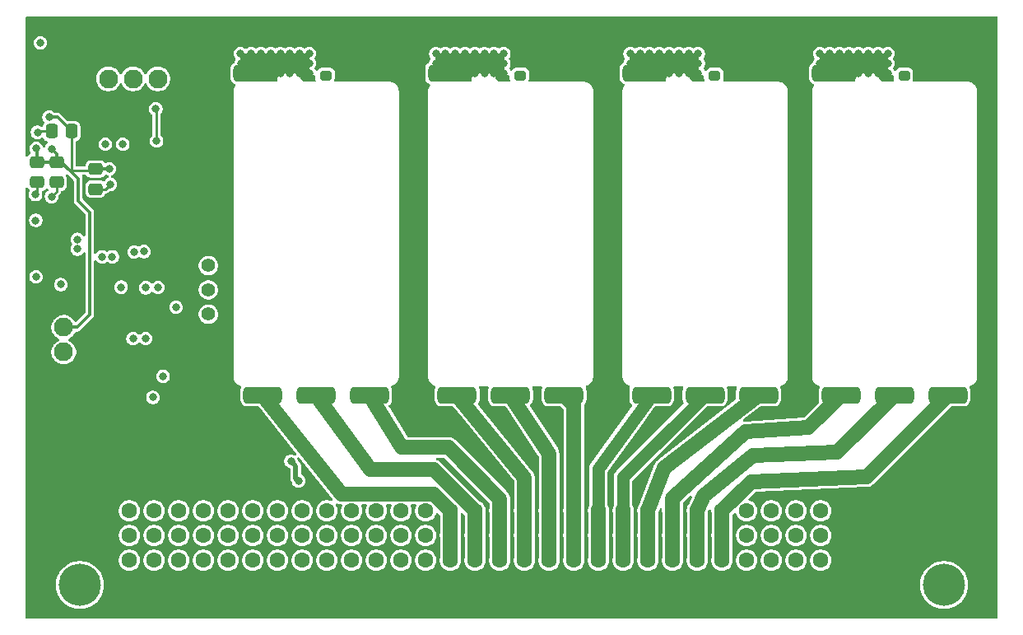
<source format=gbr>
%TF.GenerationSoftware,KiCad,Pcbnew,9.0.0*%
%TF.CreationDate,2025-04-06T17:48:58-04:00*%
%TF.ProjectId,Thruster_Control_Card_COPY,54687275-7374-4657-925f-436f6e74726f,rev?*%
%TF.SameCoordinates,Original*%
%TF.FileFunction,Copper,L4,Bot*%
%TF.FilePolarity,Positive*%
%FSLAX46Y46*%
G04 Gerber Fmt 4.6, Leading zero omitted, Abs format (unit mm)*
G04 Created by KiCad (PCBNEW 9.0.0) date 2025-04-06 17:48:58*
%MOMM*%
%LPD*%
G01*
G04 APERTURE LIST*
G04 Aperture macros list*
%AMRoundRect*
0 Rectangle with rounded corners*
0 $1 Rounding radius*
0 $2 $3 $4 $5 $6 $7 $8 $9 X,Y pos of 4 corners*
0 Add a 4 corners polygon primitive as box body*
4,1,4,$2,$3,$4,$5,$6,$7,$8,$9,$2,$3,0*
0 Add four circle primitives for the rounded corners*
1,1,$1+$1,$2,$3*
1,1,$1+$1,$4,$5*
1,1,$1+$1,$6,$7*
1,1,$1+$1,$8,$9*
0 Add four rect primitives between the rounded corners*
20,1,$1+$1,$2,$3,$4,$5,0*
20,1,$1+$1,$4,$5,$6,$7,0*
20,1,$1+$1,$6,$7,$8,$9,0*
20,1,$1+$1,$8,$9,$2,$3,0*%
G04 Aperture macros list end*
%TA.AperFunction,ComponentPad*%
%ADD10C,1.950000*%
%TD*%
%TA.AperFunction,ComponentPad*%
%ADD11C,1.397000*%
%TD*%
%TA.AperFunction,ComponentPad*%
%ADD12R,1.605000X1.605000*%
%TD*%
%TA.AperFunction,ComponentPad*%
%ADD13C,1.605000*%
%TD*%
%TA.AperFunction,ComponentPad*%
%ADD14C,4.335000*%
%TD*%
%TA.AperFunction,SMDPad,CuDef*%
%ADD15RoundRect,0.437500X1.562500X0.437500X-1.562500X0.437500X-1.562500X-0.437500X1.562500X-0.437500X0*%
%TD*%
%TA.AperFunction,SMDPad,CuDef*%
%ADD16RoundRect,0.250000X0.350000X0.250000X-0.350000X0.250000X-0.350000X-0.250000X0.350000X-0.250000X0*%
%TD*%
%TA.AperFunction,SMDPad,CuDef*%
%ADD17RoundRect,0.250000X0.475000X-0.337500X0.475000X0.337500X-0.475000X0.337500X-0.475000X-0.337500X0*%
%TD*%
%TA.AperFunction,SMDPad,CuDef*%
%ADD18RoundRect,0.250000X-0.337500X-0.475000X0.337500X-0.475000X0.337500X0.475000X-0.337500X0.475000X0*%
%TD*%
%TA.AperFunction,SMDPad,CuDef*%
%ADD19RoundRect,0.250000X-0.475000X0.337500X-0.475000X-0.337500X0.475000X-0.337500X0.475000X0.337500X0*%
%TD*%
%TA.AperFunction,ViaPad*%
%ADD20C,0.800000*%
%TD*%
%TA.AperFunction,Conductor*%
%ADD21C,0.250000*%
%TD*%
%TA.AperFunction,Conductor*%
%ADD22C,0.300000*%
%TD*%
%TA.AperFunction,Conductor*%
%ADD23C,1.500000*%
%TD*%
%TA.AperFunction,Conductor*%
%ADD24C,1.300000*%
%TD*%
%TA.AperFunction,Conductor*%
%ADD25C,0.500000*%
%TD*%
G04 APERTURE END LIST*
D10*
%TO.P,J7,1,Pin_1*%
%TO.N,3.3v*%
X154025000Y-80950000D03*
%TO.P,J7,2,Pin_2*%
%TO.N,GND*%
X154025000Y-83490000D03*
%TD*%
D11*
%TO.P,BOOT,1,1*%
%TO.N,3.3v*%
X168900000Y-79600000D03*
%TO.P,BOOT,2,2*%
%TO.N,Net-(R6-Pad2)*%
X168900000Y-77100000D03*
%TO.P,BOOT,3,3*%
%TO.N,GND*%
X168900000Y-74600000D03*
%TD*%
D12*
%TO.P,J1,A1,A1*%
%TO.N,+12V*%
X239522000Y-104902000D03*
D13*
%TO.P,J1,A2,A2*%
X236982000Y-104902000D03*
%TO.P,J1,A3,A3*%
X234442000Y-104902000D03*
%TO.P,J1,A4,A4*%
%TO.N,GND*%
X231902000Y-104902000D03*
%TO.P,J1,A5,A5*%
X229362000Y-104902000D03*
%TO.P,J1,A6,A6*%
X226822000Y-104902000D03*
%TO.P,J1,A7,A7*%
%TO.N,5V*%
X224282000Y-104902000D03*
%TO.P,J1,A8,A8*%
%TO.N,/A4*%
X221742000Y-104902000D03*
%TO.P,J1,A9,A9*%
%TO.N,/B4*%
X219202000Y-104902000D03*
%TO.P,J1,A10,A10*%
%TO.N,/C4*%
X216662000Y-104902000D03*
%TO.P,J1,A11,A11*%
%TO.N,/A3*%
X214122000Y-104902000D03*
%TO.P,J1,A12,A12*%
%TO.N,/B3*%
X211582000Y-104902000D03*
%TO.P,J1,A13,A13*%
%TO.N,/C3*%
X209042000Y-104902000D03*
%TO.P,J1,A14,A14*%
%TO.N,/A2*%
X206502000Y-104902000D03*
%TO.P,J1,A15,A15*%
%TO.N,/B2*%
X203962000Y-104902000D03*
%TO.P,J1,A16,A16*%
%TO.N,/C2*%
X201422000Y-104902000D03*
%TO.P,J1,A17,A17*%
%TO.N,/A1*%
X198882000Y-104902000D03*
%TO.P,J1,A18,A18*%
%TO.N,/B1*%
X196342000Y-104902000D03*
%TO.P,J1,A19,A19*%
%TO.N,/C1*%
X193802000Y-104902000D03*
%TO.P,J1,A20,A20*%
%TO.N,3.3v*%
X191262000Y-104902000D03*
%TO.P,J1,A21,A21*%
%TO.N,unconnected-(J1-PadA21)*%
X188722000Y-104902000D03*
%TO.P,J1,A22,A22*%
%TO.N,unconnected-(J1-PadA22)*%
X186182000Y-104902000D03*
%TO.P,J1,A23,A23*%
%TO.N,unconnected-(J1-PadA23)*%
X183642000Y-104902000D03*
%TO.P,J1,A24,A24*%
%TO.N,unconnected-(J1-PadA24)*%
X181102000Y-104902000D03*
%TO.P,J1,A25,A25*%
%TO.N,unconnected-(J1-PadA25)*%
X178562000Y-104902000D03*
%TO.P,J1,A26,A26*%
%TO.N,GND*%
X176022000Y-104902000D03*
%TO.P,J1,A27,A27*%
%TO.N,unconnected-(J1-PadA27)*%
X173482000Y-104902000D03*
%TO.P,J1,A28,A28*%
%TO.N,GND*%
X170942000Y-104902000D03*
%TO.P,J1,A29,A29*%
%TO.N,unconnected-(J1-PadA29)*%
X168402000Y-104902000D03*
%TO.P,J1,A30,A30*%
%TO.N,GND*%
X165862000Y-104902000D03*
%TO.P,J1,A31,A31*%
%TO.N,/SDA_IN*%
X163322000Y-104902000D03*
%TO.P,J1,A32,A32*%
%TO.N,GND*%
X160782000Y-104902000D03*
%TO.P,J1,B1,B1*%
%TO.N,+12V*%
X239522000Y-102362000D03*
%TO.P,J1,B2,B2*%
X236982000Y-102362000D03*
%TO.P,J1,B3,B3*%
X234442000Y-102362000D03*
%TO.P,J1,B4,B4*%
%TO.N,GND*%
X231902000Y-102362000D03*
%TO.P,J1,B5,B5*%
X229362000Y-102362000D03*
%TO.P,J1,B6,B6*%
X226822000Y-102362000D03*
%TO.P,J1,B7,B7*%
%TO.N,5V*%
X224282000Y-102362000D03*
%TO.P,J1,B8,B8*%
%TO.N,/A4*%
X221742000Y-102362000D03*
%TO.P,J1,B9,B9*%
%TO.N,/B4*%
X219202000Y-102362000D03*
%TO.P,J1,B10,B10*%
%TO.N,/C4*%
X216662000Y-102362000D03*
%TO.P,J1,B11,B11*%
%TO.N,/A3*%
X214122000Y-102362000D03*
%TO.P,J1,B12,B12*%
%TO.N,/B3*%
X211582000Y-102362000D03*
%TO.P,J1,B13,B13*%
%TO.N,/C3*%
X209042000Y-102362000D03*
%TO.P,J1,B14,B14*%
%TO.N,/A2*%
X206502000Y-102362000D03*
%TO.P,J1,B15,B15*%
%TO.N,/B2*%
X203962000Y-102362000D03*
%TO.P,J1,B16,B16*%
%TO.N,/C2*%
X201422000Y-102362000D03*
%TO.P,J1,B17,B17*%
%TO.N,/A1*%
X198882000Y-102362000D03*
%TO.P,J1,B18,B18*%
%TO.N,/B1*%
X196342000Y-102362000D03*
%TO.P,J1,B19,B19*%
%TO.N,/C1*%
X193802000Y-102362000D03*
%TO.P,J1,B20,B20*%
%TO.N,3.3v*%
X191262000Y-102362000D03*
%TO.P,J1,B21,B21*%
%TO.N,unconnected-(J1-PadB21)*%
X188722000Y-102362000D03*
%TO.P,J1,B22,B22*%
%TO.N,unconnected-(J1-PadB22)*%
X186182000Y-102362000D03*
%TO.P,J1,B23,B23*%
%TO.N,unconnected-(J1-PadB23)*%
X183642000Y-102362000D03*
%TO.P,J1,B24,B24*%
%TO.N,unconnected-(J1-PadB24)*%
X181102000Y-102362000D03*
%TO.P,J1,B25,B25*%
%TO.N,USART2-*%
X178562000Y-102362000D03*
%TO.P,J1,B26,B26*%
%TO.N,unconnected-(J1-PadB26)*%
X176022000Y-102362000D03*
%TO.P,J1,B27,B27*%
%TO.N,CAN+*%
X173482000Y-102362000D03*
%TO.P,J1,B28,B28*%
%TO.N,unconnected-(J1-PadB28)*%
X170942000Y-102362000D03*
%TO.P,J1,B29,B29*%
%TO.N,unconnected-(J1-PadB29)*%
X168402000Y-102362000D03*
%TO.P,J1,B30,B30*%
%TO.N,unconnected-(J1-PadB30)*%
X165862000Y-102362000D03*
%TO.P,J1,B31,B31*%
%TO.N,/SDA_IN*%
X163322000Y-102362000D03*
%TO.P,J1,B32,B32*%
%TO.N,/SCL_IN*%
X160782000Y-102362000D03*
%TO.P,J1,C1,C1*%
%TO.N,+12V*%
X239522000Y-99822000D03*
%TO.P,J1,C2,C2*%
X236982000Y-99822000D03*
%TO.P,J1,C3,C3*%
X234442000Y-99822000D03*
%TO.P,J1,C4,C4*%
%TO.N,GND*%
X231902000Y-99822000D03*
%TO.P,J1,C5,C5*%
X229362000Y-99822000D03*
%TO.P,J1,C6,C6*%
X226822000Y-99822000D03*
%TO.P,J1,C7,C7*%
%TO.N,5V*%
X224282000Y-99822000D03*
%TO.P,J1,C8,C8*%
%TO.N,/A4*%
X221742000Y-99822000D03*
%TO.P,J1,C9,C9*%
%TO.N,/B4*%
X219202000Y-99822000D03*
%TO.P,J1,C10,C10*%
%TO.N,/C4*%
X216662000Y-99822000D03*
%TO.P,J1,C11,C11*%
%TO.N,/A3*%
X214122000Y-99822000D03*
%TO.P,J1,C12,C12*%
%TO.N,/B3*%
X211582000Y-99822000D03*
%TO.P,J1,C13,C13*%
%TO.N,/C3*%
X209042000Y-99822000D03*
%TO.P,J1,C14,C14*%
%TO.N,/A2*%
X206502000Y-99822000D03*
%TO.P,J1,C15,C15*%
%TO.N,/B2*%
X203962000Y-99822000D03*
%TO.P,J1,C16,C16*%
%TO.N,/C2*%
X201422000Y-99822000D03*
%TO.P,J1,C17,C17*%
%TO.N,/A1*%
X198882000Y-99822000D03*
%TO.P,J1,C18,C18*%
%TO.N,/B1*%
X196342000Y-99822000D03*
%TO.P,J1,C19,C19*%
%TO.N,/C1*%
X193802000Y-99822000D03*
%TO.P,J1,C20,C20*%
%TO.N,3.3v*%
X191262000Y-99822000D03*
%TO.P,J1,C21,C21*%
%TO.N,unconnected-(J1-PadC21)*%
X188722000Y-99822000D03*
%TO.P,J1,C22,C22*%
%TO.N,unconnected-(J1-PadC22)*%
X186182000Y-99822000D03*
%TO.P,J1,C23,C23*%
%TO.N,unconnected-(J1-PadC23)*%
X183642000Y-99822000D03*
%TO.P,J1,C24,C24*%
%TO.N,unconnected-(J1-PadC24)*%
X181102000Y-99822000D03*
%TO.P,J1,C25,C25*%
%TO.N,GND*%
X178562000Y-99822000D03*
%TO.P,J1,C26,C26*%
%TO.N,USART2+*%
X176022000Y-99822000D03*
%TO.P,J1,C27,C27*%
%TO.N,GND*%
X173482000Y-99822000D03*
%TO.P,J1,C28,C28*%
%TO.N,CAN-*%
X170942000Y-99822000D03*
%TO.P,J1,C29,C29*%
%TO.N,GND*%
X168402000Y-99822000D03*
%TO.P,J1,C30,C30*%
%TO.N,unconnected-(J1-PadC30)*%
X165862000Y-99822000D03*
%TO.P,J1,C31,C31*%
%TO.N,GND*%
X163322000Y-99822000D03*
%TO.P,J1,C32,C32*%
%TO.N,/SCL_IN*%
X160782000Y-99822000D03*
D14*
%TO.P,J1,MH1*%
%TO.N,N/C*%
X244602000Y-107442000D03*
%TO.P,J1,MH2*%
X155702000Y-107442000D03*
%TD*%
D10*
%TO.P,SWCLK NRST SWDIO,1,Pin_1*%
%TO.N,/SWDIO*%
X163700000Y-55400000D03*
%TO.P,SWCLK NRST SWDIO,2,Pin_2*%
%TO.N,/NRST*%
X161160000Y-55400000D03*
%TO.P,SWCLK NRST SWDIO,3,Pin_3*%
%TO.N,/SWCLK*%
X158620000Y-55400000D03*
%TD*%
D15*
%TO.P,U2,1,Vcc*%
%TO.N,+12V*%
X206500000Y-54800000D03*
%TO.P,U2,2,GND*%
%TO.N,GND*%
X193500000Y-54800000D03*
%TO.P,U2,3,A*%
%TO.N,/A2*%
X205500000Y-87900000D03*
%TO.P,U2,4,B*%
%TO.N,/B2*%
X200000000Y-87900000D03*
%TO.P,U2,5,C*%
%TO.N,/C2*%
X194500000Y-87900000D03*
D16*
%TO.P,U2,6,signal*%
%TO.N,TIM1 CH2 (PWM)*%
X201000000Y-55050000D03*
%TO.P,U2,7,pwm_gnd*%
%TO.N,GND*%
X199000000Y-55050000D03*
%TD*%
D17*
%TO.P,100nf,1*%
%TO.N,GND*%
X151300000Y-66025000D03*
%TO.P,100nf,2*%
%TO.N,3.3v*%
X151300000Y-63950000D03*
%TD*%
D15*
%TO.P,U1,1,Vcc*%
%TO.N,+12V*%
X186500000Y-54800000D03*
%TO.P,U1,2,GND*%
%TO.N,GND*%
X173500000Y-54800000D03*
%TO.P,U1,3,A*%
%TO.N,/A1*%
X185500000Y-87900000D03*
%TO.P,U1,4,B*%
%TO.N,/B1*%
X180000000Y-87900000D03*
%TO.P,U1,5,C*%
%TO.N,/C1*%
X174500000Y-87900000D03*
D16*
%TO.P,U1,6,signal*%
%TO.N,TIM1 CH (PWM)*%
X181000000Y-55050000D03*
%TO.P,U1,7,pwm_gnd*%
%TO.N,GND*%
X179000000Y-55050000D03*
%TD*%
D15*
%TO.P,U4,1,Vcc*%
%TO.N,+12V*%
X246000000Y-54800000D03*
%TO.P,U4,2,GND*%
%TO.N,GND*%
X233000000Y-54800000D03*
%TO.P,U4,3,A*%
%TO.N,/A4*%
X245000000Y-87900000D03*
%TO.P,U4,4,B*%
%TO.N,/B4*%
X239500000Y-87900000D03*
%TO.P,U4,5,C*%
%TO.N,/C4*%
X234000000Y-87900000D03*
D16*
%TO.P,U4,6,signal*%
%TO.N,TIM1 CH4 (PWM)*%
X240500000Y-55050000D03*
%TO.P,U4,7,pwm_gnd*%
%TO.N,GND*%
X238500000Y-55050000D03*
%TD*%
D18*
%TO.P,1uF,1*%
%TO.N,GND*%
X152762500Y-60800000D03*
%TO.P,1uF,2*%
%TO.N,3.3v*%
X154837500Y-60800000D03*
%TD*%
D19*
%TO.P,C7,1*%
%TO.N,3.3v*%
X157300000Y-64662500D03*
%TO.P,C7,2*%
%TO.N,GND*%
X157300000Y-66737500D03*
%TD*%
D15*
%TO.P,U3,1,Vcc*%
%TO.N,+12V*%
X226500000Y-54800000D03*
%TO.P,U3,2,GND*%
%TO.N,GND*%
X213500000Y-54800000D03*
%TO.P,U3,3,A*%
%TO.N,/A3*%
X225500000Y-87900000D03*
%TO.P,U3,4,B*%
%TO.N,/B3*%
X220000000Y-87900000D03*
%TO.P,U3,5,C*%
%TO.N,/C3*%
X214500000Y-87900000D03*
D16*
%TO.P,U3,6,signal*%
%TO.N,TIM1 CH3 (PWM)*%
X221000000Y-55050000D03*
%TO.P,U3,7,pwm_gnd*%
%TO.N,GND*%
X219000000Y-55050000D03*
%TD*%
D19*
%TO.P,C6,1*%
%TO.N,3.3v*%
X153300000Y-63950000D03*
%TO.P,C6,2*%
%TO.N,GND*%
X153300000Y-66025000D03*
%TD*%
D20*
%TO.N,GND*%
X198300000Y-54800000D03*
X197300000Y-54800000D03*
X198300000Y-52800000D03*
X199300000Y-54800000D03*
X234800000Y-52800000D03*
X175300000Y-54800000D03*
X237800000Y-52800000D03*
X233800000Y-54800000D03*
X216300000Y-53800000D03*
X236800000Y-52800000D03*
X179300000Y-53800000D03*
X235800000Y-53800000D03*
X162475000Y-76875000D03*
X177300000Y-54800000D03*
X164250000Y-85975000D03*
X218300000Y-52800000D03*
X212300000Y-54800000D03*
X179300000Y-54800000D03*
X238800000Y-54800000D03*
X151150000Y-69950000D03*
X158825000Y-66250000D03*
X219300000Y-53800000D03*
X237800000Y-53800000D03*
X178300000Y-53800000D03*
X196300000Y-52800000D03*
X172300000Y-53800000D03*
X165575000Y-78875000D03*
X192300000Y-53800000D03*
X234800000Y-54800000D03*
X193300000Y-52800000D03*
X194300000Y-53800000D03*
X232800000Y-53800000D03*
X192300000Y-52800000D03*
X214300000Y-54800000D03*
X178300000Y-54800000D03*
X195300000Y-53800000D03*
X177300000Y-52800000D03*
X217300000Y-53800000D03*
X213300000Y-54800000D03*
X231800000Y-53800000D03*
X151325000Y-60900000D03*
X151625000Y-51700000D03*
X176300000Y-53800000D03*
X234800000Y-53800000D03*
X198300000Y-53800000D03*
X194300000Y-54800000D03*
X212300000Y-53800000D03*
X217300000Y-52800000D03*
X232800000Y-54800000D03*
X214300000Y-53800000D03*
X196300000Y-53800000D03*
X216300000Y-54800000D03*
X173300000Y-52800000D03*
X214300000Y-52800000D03*
X172300000Y-54800000D03*
X237800000Y-54800000D03*
X213300000Y-53800000D03*
X195300000Y-54800000D03*
X195300000Y-52800000D03*
X236800000Y-53800000D03*
X235800000Y-52800000D03*
X233800000Y-52800000D03*
X152775000Y-67500000D03*
X216300000Y-52800000D03*
X215300000Y-52800000D03*
X196300000Y-54800000D03*
X232800000Y-52800000D03*
X174300000Y-54800000D03*
X197300000Y-53800000D03*
X151175000Y-75750000D03*
X173300000Y-54800000D03*
X174300000Y-52800000D03*
X174300000Y-53800000D03*
X155425000Y-71900000D03*
X178300000Y-52800000D03*
X197300000Y-52800000D03*
X218300000Y-53800000D03*
X176300000Y-54800000D03*
X212300000Y-52800000D03*
X238800000Y-53800000D03*
X215300000Y-54800000D03*
X177300000Y-53800000D03*
X175300000Y-53800000D03*
X151125000Y-67300000D03*
X192300000Y-54800000D03*
X176300000Y-52800000D03*
X215300000Y-53800000D03*
X217300000Y-54800000D03*
X231800000Y-54800000D03*
X235800000Y-54800000D03*
X193300000Y-53800000D03*
X219300000Y-54800000D03*
X199300000Y-52800000D03*
X231800000Y-52800000D03*
X218300000Y-54800000D03*
X238800000Y-52800000D03*
X163200000Y-88150000D03*
X194300000Y-52800000D03*
X199300000Y-53800000D03*
X175300000Y-52800000D03*
X179300000Y-52800000D03*
X219300000Y-52800000D03*
X173300000Y-53800000D03*
X236800000Y-54800000D03*
X233800000Y-53800000D03*
X153725000Y-76550000D03*
X193300000Y-54800000D03*
X155425000Y-72900000D03*
X172200000Y-52800000D03*
X213300000Y-52800000D03*
%TO.N,CAN+*%
X162450000Y-82100000D03*
%TO.N,3.3v*%
X152525000Y-59350000D03*
X152775000Y-62600000D03*
X177400000Y-94700000D03*
X151200000Y-62575000D03*
X158725000Y-64662500D03*
X178175000Y-96725000D03*
%TO.N,CAN-*%
X161150000Y-82100000D03*
%TO.N,/SWDIO*%
X163500000Y-58500000D03*
X163570264Y-61792050D03*
%TO.N,TIM1 CH (PWM)*%
X181000000Y-55050000D03*
%TO.N,TIM1 CH2 (PWM)*%
X201000000Y-55050000D03*
%TO.N,TIM1 CH3 (PWM)*%
X221000000Y-55050000D03*
%TO.N,TIM1 CH4 (PWM)*%
X240500000Y-55050000D03*
%TO.N,USART2+*%
X157975000Y-73700000D03*
%TO.N,/SDA_IN*%
X158300000Y-62125000D03*
%TO.N,/SCL_IN*%
X160100000Y-62125000D03*
%TO.N,USART2-*%
X159025000Y-73700000D03*
%TO.N,FDCAN_TX*%
X162273752Y-73149999D03*
X163725000Y-76850000D03*
%TO.N,FDCAN_RX*%
X159925000Y-76825000D03*
X161275000Y-73200000D03*
%TD*%
D21*
%TO.N,GND*%
X158337500Y-66737500D02*
X158825000Y-66250000D01*
D22*
%TO.N,3.3v*%
X153387500Y-59350000D02*
X152525000Y-59350000D01*
X154837500Y-60800000D02*
X153387500Y-59350000D01*
D21*
X154837500Y-64712500D02*
X154687500Y-64862500D01*
X154837500Y-60800000D02*
X154837500Y-64712500D01*
X154700000Y-64850000D02*
X154687500Y-64862500D01*
X157112500Y-64850000D02*
X154700000Y-64850000D01*
X157300000Y-64662500D02*
X157112500Y-64850000D01*
%TO.N,GND*%
X158337500Y-66737500D02*
X157300000Y-66737500D01*
X151425000Y-60800000D02*
X151325000Y-60900000D01*
X152762500Y-60800000D02*
X151425000Y-60800000D01*
X153300000Y-66975000D02*
X152775000Y-67500000D01*
X151300000Y-67125000D02*
X151125000Y-67300000D01*
X153300000Y-66025000D02*
X153300000Y-66975000D01*
X151300000Y-66025000D02*
X151300000Y-67125000D01*
%TO.N,+12V*%
X155800000Y-79175000D02*
X155800000Y-79125000D01*
D23*
%TO.N,/A1*%
X198882000Y-99822000D02*
X198882000Y-98582000D01*
X198882000Y-98582000D02*
X193600000Y-93300000D01*
X193600000Y-93300000D02*
X188800000Y-93300000D01*
X198882000Y-99822000D02*
X198882000Y-102362000D01*
X198882000Y-102362000D02*
X198882000Y-104902000D01*
X188800000Y-93300000D02*
X185500000Y-87900000D01*
%TO.N,/B1*%
X185600000Y-95600000D02*
X180000000Y-87900000D01*
X196342000Y-99822000D02*
X196342000Y-102362000D01*
X192120000Y-95600000D02*
X185600000Y-95600000D01*
X196342000Y-102362000D02*
X196342000Y-104902000D01*
X196342000Y-99822000D02*
X192120000Y-95600000D01*
%TO.N,/C1*%
X193802000Y-99822000D02*
X192048500Y-98068500D01*
X193802000Y-102362000D02*
X193802000Y-104902000D01*
X192048500Y-98068500D02*
X182568500Y-98068500D01*
X182568500Y-98068500D02*
X174500000Y-87900000D01*
X193802000Y-99822000D02*
X193802000Y-102362000D01*
%TO.N,/A2*%
X206502000Y-102362000D02*
X206502000Y-104902000D01*
X206502000Y-99822000D02*
X206502000Y-102362000D01*
X206502000Y-88902000D02*
X205500000Y-87900000D01*
X206502000Y-99822000D02*
X206502000Y-88902000D01*
%TO.N,/B2*%
X203962000Y-102362000D02*
X203962000Y-104902000D01*
X203962000Y-99822000D02*
X203962000Y-93962000D01*
X203962000Y-99822000D02*
X203962000Y-102362000D01*
X203962000Y-93962000D02*
X200000000Y-87900000D01*
%TO.N,/C2*%
X201422000Y-96422000D02*
X194500000Y-87900000D01*
X201422000Y-99822000D02*
X201422000Y-96422000D01*
D24*
X195500000Y-87900000D02*
X195500000Y-88000000D01*
D23*
X201422000Y-99822000D02*
X201422000Y-102362000D01*
X201422000Y-102362000D02*
X201422000Y-104902000D01*
%TO.N,/A3*%
X214122000Y-99822000D02*
X214122000Y-102362000D01*
X214122000Y-99822000D02*
X215800000Y-95400000D01*
X215800000Y-95400000D02*
X225500000Y-87900000D01*
X214122000Y-102362000D02*
X214122000Y-104902000D01*
D24*
%TO.N,/B3*%
X211600000Y-99804000D02*
X211582000Y-99822000D01*
D23*
X211582000Y-99822000D02*
X211582000Y-102362000D01*
D24*
X211582000Y-99822000D02*
X211582000Y-96318000D01*
D23*
X211582000Y-104902000D02*
X211582000Y-102362000D01*
D24*
X211582000Y-96318000D02*
X220000000Y-87900000D01*
%TO.N,/C3*%
X209042000Y-95458000D02*
X214500000Y-87900000D01*
D23*
X209042000Y-102362000D02*
X209042000Y-104902000D01*
D24*
X209000000Y-99780000D02*
X209042000Y-99822000D01*
D23*
X209042000Y-99822000D02*
X209042000Y-102362000D01*
D24*
X209042000Y-99822000D02*
X209042000Y-95458000D01*
D23*
%TO.N,/A4*%
X236500000Y-96300000D02*
X236600000Y-96300000D01*
X221742000Y-102362000D02*
X221742000Y-104902000D01*
X224764000Y-96800000D02*
X236500000Y-96300000D01*
X221742000Y-99822000D02*
X224764000Y-96800000D01*
X236600000Y-96300000D02*
X245000000Y-87900000D01*
X221742000Y-99822000D02*
X221742000Y-102362000D01*
%TO.N,/B4*%
X233600000Y-93800000D02*
X239500000Y-87900000D01*
X219900000Y-98300000D02*
X224900000Y-94100000D01*
X219202000Y-99822000D02*
X219202000Y-99680924D01*
X224900000Y-94100000D02*
X233600000Y-93800000D01*
X219202000Y-99822000D02*
X219202000Y-102362000D01*
X219202000Y-99822000D02*
X219900000Y-98300000D01*
X219202000Y-102362000D02*
X219202000Y-104902000D01*
%TO.N,/C4*%
X216662000Y-99822000D02*
X216662000Y-102362000D01*
X216662000Y-98532423D02*
X224200000Y-91700000D01*
X216662000Y-99822000D02*
X216662000Y-98532423D01*
X224200000Y-91700000D02*
X230637118Y-91262882D01*
X230637118Y-91262882D02*
X234000000Y-87900000D01*
X216662000Y-102362000D02*
X216662000Y-104902000D01*
D22*
%TO.N,3.3v*%
X153300000Y-63125000D02*
X152775000Y-62600000D01*
D21*
X151300000Y-62675000D02*
X151200000Y-62575000D01*
D22*
X155525000Y-65700000D02*
X154687500Y-64862500D01*
X151300000Y-63950000D02*
X151300000Y-62675000D01*
X153775000Y-63950000D02*
X153300000Y-63950000D01*
X156700000Y-79653858D02*
X156700000Y-69125000D01*
D25*
X177900000Y-96450000D02*
X178175000Y-96725000D01*
X177900000Y-95200000D02*
X177900000Y-96450000D01*
D22*
X154687500Y-64862500D02*
X153775000Y-63950000D01*
X155525000Y-67950000D02*
X155525000Y-65700000D01*
X155403858Y-80950000D02*
X156700000Y-79653858D01*
X156700000Y-69125000D02*
X155525000Y-67950000D01*
X154025000Y-80950000D02*
X155403858Y-80950000D01*
X157300000Y-64662500D02*
X158725000Y-64662500D01*
X153300000Y-63950000D02*
X153300000Y-63125000D01*
D25*
X177400000Y-94700000D02*
X177900000Y-95200000D01*
D22*
X153300000Y-63950000D02*
X151300000Y-63950000D01*
D21*
%TO.N,/SWDIO*%
X163570264Y-61792050D02*
X163570264Y-58570264D01*
X163570264Y-58570264D02*
X163500000Y-58500000D01*
%TD*%
%TA.AperFunction,Conductor*%
%TO.N,GND*%
G36*
X231831178Y-52607381D02*
G01*
X231837902Y-52608718D01*
X231844897Y-52610109D01*
X231868160Y-52617165D01*
X231881092Y-52622522D01*
X231902524Y-52633978D01*
X231950292Y-52665896D01*
X231957797Y-52670816D01*
X231959739Y-52672063D01*
X231961561Y-52673234D01*
X231969172Y-52678029D01*
X231969174Y-52678030D01*
X231969176Y-52678031D01*
X232037175Y-52707630D01*
X232101096Y-52735454D01*
X232168476Y-52753939D01*
X232239855Y-52762904D01*
X232311232Y-52771870D01*
X232311234Y-52771870D01*
X232453257Y-52748857D01*
X232453258Y-52748856D01*
X232453262Y-52748856D01*
X232519940Y-52727978D01*
X232519944Y-52727977D01*
X232649734Y-52665879D01*
X232703201Y-52630151D01*
X232709302Y-52626990D01*
X232711263Y-52626607D01*
X232718905Y-52622522D01*
X232731843Y-52617163D01*
X232755096Y-52610110D01*
X232768821Y-52607380D01*
X232793002Y-52605000D01*
X232806996Y-52605000D01*
X232831178Y-52607381D01*
X232837902Y-52608718D01*
X232844897Y-52610109D01*
X232868160Y-52617165D01*
X232881092Y-52622522D01*
X232902524Y-52633978D01*
X232950292Y-52665896D01*
X232957797Y-52670816D01*
X232959739Y-52672063D01*
X232961561Y-52673234D01*
X232969172Y-52678029D01*
X232969174Y-52678030D01*
X232969176Y-52678031D01*
X233037175Y-52707630D01*
X233101096Y-52735454D01*
X233168476Y-52753939D01*
X233239855Y-52762904D01*
X233311232Y-52771870D01*
X233311234Y-52771870D01*
X233453257Y-52748857D01*
X233453258Y-52748856D01*
X233453262Y-52748856D01*
X233519940Y-52727978D01*
X233519944Y-52727977D01*
X233649734Y-52665879D01*
X233703201Y-52630151D01*
X233709302Y-52626990D01*
X233711263Y-52626607D01*
X233718905Y-52622522D01*
X233731843Y-52617163D01*
X233755096Y-52610110D01*
X233768821Y-52607380D01*
X233793002Y-52605000D01*
X233806996Y-52605000D01*
X233831178Y-52607381D01*
X233837902Y-52608718D01*
X233844897Y-52610109D01*
X233868160Y-52617165D01*
X233881092Y-52622522D01*
X233902524Y-52633978D01*
X233950292Y-52665896D01*
X233957797Y-52670816D01*
X233959739Y-52672063D01*
X233961561Y-52673234D01*
X233969172Y-52678029D01*
X233969174Y-52678030D01*
X233969176Y-52678031D01*
X234037175Y-52707630D01*
X234101096Y-52735454D01*
X234168476Y-52753939D01*
X234239855Y-52762904D01*
X234311232Y-52771870D01*
X234311234Y-52771870D01*
X234453257Y-52748857D01*
X234453258Y-52748856D01*
X234453262Y-52748856D01*
X234519940Y-52727978D01*
X234519944Y-52727977D01*
X234649734Y-52665879D01*
X234703201Y-52630151D01*
X234709302Y-52626990D01*
X234711263Y-52626607D01*
X234718905Y-52622522D01*
X234731843Y-52617163D01*
X234755096Y-52610110D01*
X234768821Y-52607380D01*
X234793002Y-52605000D01*
X234806996Y-52605000D01*
X234831178Y-52607381D01*
X234837902Y-52608718D01*
X234844897Y-52610109D01*
X234868160Y-52617165D01*
X234881092Y-52622522D01*
X234902524Y-52633978D01*
X234950292Y-52665896D01*
X234957797Y-52670816D01*
X234959739Y-52672063D01*
X234961561Y-52673234D01*
X234969172Y-52678029D01*
X234969174Y-52678030D01*
X234969176Y-52678031D01*
X235037175Y-52707630D01*
X235101096Y-52735454D01*
X235168476Y-52753939D01*
X235239855Y-52762904D01*
X235311232Y-52771870D01*
X235311234Y-52771870D01*
X235453257Y-52748857D01*
X235453258Y-52748856D01*
X235453262Y-52748856D01*
X235519940Y-52727978D01*
X235519944Y-52727977D01*
X235649734Y-52665879D01*
X235703201Y-52630151D01*
X235709302Y-52626990D01*
X235711263Y-52626607D01*
X235718905Y-52622522D01*
X235731843Y-52617163D01*
X235755096Y-52610110D01*
X235768821Y-52607380D01*
X235793002Y-52605000D01*
X235806996Y-52605000D01*
X235831178Y-52607381D01*
X235837902Y-52608718D01*
X235844897Y-52610109D01*
X235868160Y-52617165D01*
X235881092Y-52622522D01*
X235902524Y-52633978D01*
X235950292Y-52665896D01*
X235957797Y-52670816D01*
X235959739Y-52672063D01*
X235961561Y-52673234D01*
X235969172Y-52678029D01*
X235969174Y-52678030D01*
X235969176Y-52678031D01*
X236037175Y-52707630D01*
X236101096Y-52735454D01*
X236168476Y-52753939D01*
X236239855Y-52762904D01*
X236311232Y-52771870D01*
X236311234Y-52771870D01*
X236453257Y-52748857D01*
X236453258Y-52748856D01*
X236453262Y-52748856D01*
X236519940Y-52727978D01*
X236519944Y-52727977D01*
X236649734Y-52665879D01*
X236703201Y-52630151D01*
X236709302Y-52626990D01*
X236711263Y-52626607D01*
X236718905Y-52622522D01*
X236731843Y-52617163D01*
X236755096Y-52610110D01*
X236768821Y-52607380D01*
X236793002Y-52605000D01*
X236806996Y-52605000D01*
X236831178Y-52607381D01*
X236837902Y-52608718D01*
X236844897Y-52610109D01*
X236868160Y-52617165D01*
X236881092Y-52622522D01*
X236902524Y-52633978D01*
X236950292Y-52665896D01*
X236957797Y-52670816D01*
X236959739Y-52672063D01*
X236961561Y-52673234D01*
X236969172Y-52678029D01*
X236969174Y-52678030D01*
X236969176Y-52678031D01*
X237037175Y-52707630D01*
X237101096Y-52735454D01*
X237168476Y-52753939D01*
X237239855Y-52762904D01*
X237311232Y-52771870D01*
X237311234Y-52771870D01*
X237453257Y-52748857D01*
X237453258Y-52748856D01*
X237453262Y-52748856D01*
X237519940Y-52727978D01*
X237519944Y-52727977D01*
X237649734Y-52665879D01*
X237703201Y-52630151D01*
X237709302Y-52626990D01*
X237711263Y-52626607D01*
X237718905Y-52622522D01*
X237731843Y-52617163D01*
X237755096Y-52610110D01*
X237768821Y-52607380D01*
X237793002Y-52605000D01*
X237806996Y-52605000D01*
X237831178Y-52607381D01*
X237837902Y-52608718D01*
X237844897Y-52610109D01*
X237868160Y-52617165D01*
X237881092Y-52622522D01*
X237902524Y-52633978D01*
X237950292Y-52665896D01*
X237957797Y-52670816D01*
X237959739Y-52672063D01*
X237961561Y-52673234D01*
X237969172Y-52678029D01*
X237969174Y-52678030D01*
X237969176Y-52678031D01*
X238037175Y-52707630D01*
X238101096Y-52735454D01*
X238168476Y-52753939D01*
X238239855Y-52762904D01*
X238311232Y-52771870D01*
X238311234Y-52771870D01*
X238453257Y-52748857D01*
X238453258Y-52748856D01*
X238453262Y-52748856D01*
X238519940Y-52727978D01*
X238519944Y-52727977D01*
X238649734Y-52665879D01*
X238703201Y-52630151D01*
X238709302Y-52626990D01*
X238711263Y-52626607D01*
X238718905Y-52622522D01*
X238731843Y-52617163D01*
X238755096Y-52610110D01*
X238768821Y-52607380D01*
X238793002Y-52605000D01*
X238806996Y-52605000D01*
X238831183Y-52607382D01*
X238844895Y-52610109D01*
X238868163Y-52617167D01*
X238881083Y-52622519D01*
X238902515Y-52633974D01*
X238914146Y-52641745D01*
X238932940Y-52657169D01*
X238942828Y-52667057D01*
X238958249Y-52685847D01*
X238966020Y-52697477D01*
X238977478Y-52718912D01*
X238982833Y-52731839D01*
X238989888Y-52755094D01*
X238992617Y-52768814D01*
X238995000Y-52793002D01*
X238995000Y-52806990D01*
X238992616Y-52831186D01*
X238989887Y-52844903D01*
X238982830Y-52868165D01*
X238977476Y-52881089D01*
X238966021Y-52902518D01*
X238934144Y-52950227D01*
X238929179Y-52957803D01*
X238926763Y-52961562D01*
X238921965Y-52969176D01*
X238921965Y-52969178D01*
X238864544Y-53101095D01*
X238846058Y-53168481D01*
X238828127Y-53311231D01*
X238828127Y-53311233D01*
X238851140Y-53453256D01*
X238865433Y-53498905D01*
X238872019Y-53519937D01*
X238872021Y-53519942D01*
X238934118Y-53649732D01*
X238934120Y-53649735D01*
X238934122Y-53649739D01*
X238966020Y-53697478D01*
X238977476Y-53718910D01*
X238982831Y-53731836D01*
X238989888Y-53755094D01*
X238992617Y-53768814D01*
X238995000Y-53793002D01*
X238995000Y-53806990D01*
X238992616Y-53831186D01*
X238989887Y-53844903D01*
X238982830Y-53868165D01*
X238977476Y-53881089D01*
X238966021Y-53902518D01*
X238934144Y-53950227D01*
X238929179Y-53957803D01*
X238926791Y-53961519D01*
X238921970Y-53969170D01*
X238921968Y-53969174D01*
X238864544Y-54101094D01*
X238864539Y-54101110D01*
X238861758Y-54111247D01*
X238861756Y-54111257D01*
X238860685Y-54115155D01*
X238855928Y-54128914D01*
X238853619Y-54140901D01*
X238852343Y-54145553D01*
X238852341Y-54145555D01*
X238846040Y-54168543D01*
X238846035Y-54168565D01*
X238842312Y-54198226D01*
X238841042Y-54206220D01*
X238828736Y-54270138D01*
X238829400Y-54277078D01*
X238828998Y-54304307D01*
X238828129Y-54311234D01*
X238828129Y-54311239D01*
X238829338Y-54318703D01*
X238839196Y-54379535D01*
X238842431Y-54413367D01*
X238843416Y-54417425D01*
X238845263Y-54416976D01*
X238849962Y-54445973D01*
X238849961Y-54445975D01*
X238851141Y-54453252D01*
X238851145Y-54453267D01*
X238854290Y-54463314D01*
X238856448Y-54471088D01*
X238858931Y-54481309D01*
X238858933Y-54481316D01*
X238858934Y-54481319D01*
X238858935Y-54481322D01*
X238912438Y-54614876D01*
X238914465Y-54618385D01*
X238931875Y-54646375D01*
X238966017Y-54697472D01*
X238970760Y-54705162D01*
X238974543Y-54711828D01*
X238977296Y-54718474D01*
X239006628Y-54777928D01*
X239010702Y-54784979D01*
X239036414Y-54820856D01*
X239037054Y-54821983D01*
X239052519Y-54844534D01*
X239053323Y-54845706D01*
X239055663Y-54848455D01*
X239062031Y-54856600D01*
X239062839Y-54857727D01*
X239068271Y-54865307D01*
X239108617Y-54911332D01*
X239110996Y-54913447D01*
X239121485Y-54925767D01*
X239138351Y-54937771D01*
X239143370Y-54942233D01*
X239143662Y-54942700D01*
X239145778Y-54944432D01*
X239172241Y-54969238D01*
X239172242Y-54969239D01*
X239172244Y-54969240D01*
X239172245Y-54969241D01*
X239215724Y-54993694D01*
X239225926Y-55000104D01*
X239226473Y-55000486D01*
X239238709Y-55009194D01*
X239243253Y-55011535D01*
X239243253Y-55011534D01*
X239259187Y-55019743D01*
X239259193Y-55019747D01*
X239291261Y-55036270D01*
X239292272Y-55036796D01*
X239293752Y-55037575D01*
X239297653Y-55039770D01*
X239298642Y-55040152D01*
X239299791Y-55040758D01*
X239300536Y-55041069D01*
X239300813Y-55041192D01*
X239300819Y-55041196D01*
X239303502Y-55042123D01*
X239307720Y-55043668D01*
X239320289Y-55048536D01*
X239375692Y-55091106D01*
X239399285Y-55156871D01*
X239399500Y-55164164D01*
X239399500Y-55350000D01*
X239399501Y-55350019D01*
X239410000Y-55452796D01*
X239410001Y-55452799D01*
X239437736Y-55536496D01*
X239440138Y-55606324D01*
X239404406Y-55666366D01*
X239341886Y-55697559D01*
X239320030Y-55699500D01*
X238269100Y-55699500D01*
X238202061Y-55679815D01*
X238156306Y-55627011D01*
X238145695Y-55587629D01*
X238144446Y-55574927D01*
X238146801Y-55553030D01*
X238136901Y-55498167D01*
X238136414Y-55493204D01*
X238136484Y-55492834D01*
X238136166Y-55490337D01*
X238135013Y-55474906D01*
X238135011Y-55474899D01*
X238135011Y-55474892D01*
X238126145Y-55434767D01*
X238126147Y-55434767D01*
X238122415Y-55417874D01*
X238121254Y-55411436D01*
X238120479Y-55409108D01*
X238119946Y-55406694D01*
X238119945Y-55406691D01*
X238118459Y-55402746D01*
X238116869Y-55398263D01*
X238112176Y-55384161D01*
X238112175Y-55384161D01*
X238103053Y-55356752D01*
X238103053Y-55356751D01*
X238101283Y-55351435D01*
X238101284Y-55351435D01*
X238099194Y-55345155D01*
X238099187Y-55345135D01*
X238092274Y-55331324D01*
X238087115Y-55319524D01*
X238079465Y-55299214D01*
X238069232Y-55272044D01*
X238056270Y-55254844D01*
X238044418Y-55235725D01*
X238034784Y-55216478D01*
X238034783Y-55216477D01*
X238034782Y-55216475D01*
X238000206Y-55179338D01*
X237992539Y-55170268D01*
X237992194Y-55169818D01*
X237982639Y-55157139D01*
X237981959Y-55156463D01*
X237942914Y-55117666D01*
X237939565Y-55114207D01*
X237936741Y-55111174D01*
X237935000Y-55109553D01*
X237933074Y-55107890D01*
X237933068Y-55107884D01*
X237929701Y-55105380D01*
X237925904Y-55102441D01*
X237914356Y-55093135D01*
X237891893Y-55075034D01*
X237874421Y-55064275D01*
X237817611Y-55022034D01*
X237817594Y-55022023D01*
X237811951Y-55018966D01*
X237764578Y-54996394D01*
X237764556Y-54996384D01*
X237718916Y-54977479D01*
X237697481Y-54966022D01*
X237665169Y-54944432D01*
X237644959Y-54930928D01*
X237604920Y-54906776D01*
X237599883Y-54904047D01*
X237546750Y-54879990D01*
X237534216Y-54874315D01*
X237534192Y-54874305D01*
X237501127Y-54862093D01*
X237501102Y-54862085D01*
X237492183Y-54859497D01*
X237431872Y-54841996D01*
X237431871Y-54841995D01*
X237431868Y-54841995D01*
X237367349Y-54837584D01*
X237367345Y-54837583D01*
X237360165Y-54837093D01*
X237288776Y-54828128D01*
X237239833Y-54836057D01*
X237239815Y-54835806D01*
X237232242Y-54836372D01*
X237232236Y-54836372D01*
X237218611Y-54837391D01*
X237218608Y-54837391D01*
X237186268Y-54844533D01*
X237182831Y-54845293D01*
X237146748Y-54851140D01*
X237126460Y-54857492D01*
X237126533Y-54857727D01*
X237118515Y-54859498D01*
X237118513Y-54859497D01*
X237078159Y-54868411D01*
X237078156Y-54868413D01*
X237018760Y-54901085D01*
X237018625Y-54901160D01*
X237015129Y-54903084D01*
X236950265Y-54934119D01*
X236898558Y-54968668D01*
X236894399Y-54971007D01*
X236892277Y-54971496D01*
X236881080Y-54977481D01*
X236847453Y-54991410D01*
X236777984Y-54998879D01*
X236752546Y-54991409D01*
X236718915Y-54977478D01*
X236697479Y-54966020D01*
X236644989Y-54930947D01*
X236644970Y-54930935D01*
X236644964Y-54930931D01*
X236644959Y-54930928D01*
X236604920Y-54906776D01*
X236599883Y-54904047D01*
X236599884Y-54904047D01*
X236599874Y-54904042D01*
X236534231Y-54874321D01*
X236534212Y-54874314D01*
X236534209Y-54874313D01*
X236501107Y-54862087D01*
X236431876Y-54841996D01*
X236431875Y-54841995D01*
X236431872Y-54841995D01*
X236367332Y-54837582D01*
X236367330Y-54837581D01*
X236360151Y-54837091D01*
X236288776Y-54828128D01*
X236239833Y-54836057D01*
X236239815Y-54835806D01*
X236232242Y-54836372D01*
X236232237Y-54836372D01*
X236218611Y-54837391D01*
X236218608Y-54837391D01*
X236186268Y-54844533D01*
X236182831Y-54845293D01*
X236146748Y-54851140D01*
X236126460Y-54857492D01*
X236126533Y-54857727D01*
X236118515Y-54859498D01*
X236118513Y-54859497D01*
X236078159Y-54868411D01*
X236078156Y-54868413D01*
X236018713Y-54901110D01*
X236018508Y-54901224D01*
X236015129Y-54903084D01*
X235950265Y-54934119D01*
X235898567Y-54968662D01*
X235894399Y-54971006D01*
X235892278Y-54971494D01*
X235881085Y-54977478D01*
X235841403Y-54993916D01*
X235739192Y-55050917D01*
X235739189Y-55050918D01*
X235739189Y-55050919D01*
X235692928Y-55084277D01*
X235665289Y-55109553D01*
X235606553Y-55163266D01*
X235574439Y-55213238D01*
X235530697Y-55281303D01*
X235528768Y-55284304D01*
X235528757Y-55284322D01*
X235499999Y-55347296D01*
X235499746Y-55347845D01*
X235499740Y-55347862D01*
X235499740Y-55347864D01*
X235459206Y-55485917D01*
X235459206Y-55557765D01*
X235459207Y-55575499D01*
X235439523Y-55642538D01*
X235386720Y-55688294D01*
X235335207Y-55699500D01*
X232000496Y-55699500D01*
X232000496Y-55699497D01*
X231999996Y-55699500D01*
X231986556Y-55699500D01*
X231985768Y-55699594D01*
X231925303Y-55699997D01*
X231924477Y-55700000D01*
X231693880Y-55700000D01*
X231626841Y-55680315D01*
X231603774Y-55661187D01*
X231594344Y-55651213D01*
X231585778Y-55636820D01*
X231544541Y-55598534D01*
X231541763Y-55595595D01*
X231541547Y-55595173D01*
X231538852Y-55592407D01*
X231533877Y-55586764D01*
X231504319Y-55553234D01*
X231504318Y-55553233D01*
X231469427Y-55531228D01*
X231441765Y-55513782D01*
X231442498Y-55512725D01*
X231422888Y-55499150D01*
X231402185Y-55488822D01*
X231396943Y-55485516D01*
X231396941Y-55485514D01*
X231382622Y-55476484D01*
X231381839Y-55476065D01*
X231375258Y-55472279D01*
X231304644Y-55428724D01*
X231282060Y-55410866D01*
X231264132Y-55392938D01*
X231246275Y-55370355D01*
X231232952Y-55348755D01*
X231220789Y-55322671D01*
X231211351Y-55294190D01*
X231205688Y-55267664D01*
X231205627Y-55267069D01*
X231205000Y-55254614D01*
X231205000Y-54345382D01*
X231205625Y-54332948D01*
X231205685Y-54332357D01*
X231211350Y-54305815D01*
X231220793Y-54277319D01*
X231232958Y-54251235D01*
X231246274Y-54229645D01*
X231264129Y-54207062D01*
X231282063Y-54189128D01*
X231304641Y-54171275D01*
X231325044Y-54158692D01*
X231376721Y-54122163D01*
X231400855Y-54102728D01*
X231447561Y-54060030D01*
X231531718Y-53943329D01*
X231564104Y-53881419D01*
X231564105Y-53881417D01*
X231611974Y-53745733D01*
X231611974Y-53745732D01*
X231613449Y-53741552D01*
X231613623Y-53741613D01*
X231616040Y-53734554D01*
X231622524Y-53718901D01*
X231633972Y-53697483D01*
X231665879Y-53649734D01*
X231670841Y-53642163D01*
X231673234Y-53638439D01*
X231678029Y-53630828D01*
X231735454Y-53498904D01*
X231753939Y-53431524D01*
X231771870Y-53288766D01*
X231748856Y-53146738D01*
X231727978Y-53080060D01*
X231727977Y-53080058D01*
X231665880Y-52950268D01*
X231630552Y-52897396D01*
X231627650Y-52891951D01*
X231627222Y-52889883D01*
X231622517Y-52881080D01*
X231617164Y-52868155D01*
X231610109Y-52844898D01*
X231607382Y-52831188D01*
X231605000Y-52806998D01*
X231605000Y-52793007D01*
X231607381Y-52768825D01*
X231608077Y-52765322D01*
X231610111Y-52755093D01*
X231617165Y-52731838D01*
X231622523Y-52718904D01*
X231633975Y-52697481D01*
X231641747Y-52685849D01*
X231657164Y-52667062D01*
X231667059Y-52657167D01*
X231685846Y-52641750D01*
X231697481Y-52633976D01*
X231718910Y-52622521D01*
X231722280Y-52621124D01*
X231731836Y-52617166D01*
X231755097Y-52610109D01*
X231768826Y-52607379D01*
X231793002Y-52605000D01*
X231806996Y-52605000D01*
X231831178Y-52607381D01*
G37*
%TD.AperFunction*%
%TD*%
%TA.AperFunction,Conductor*%
%TO.N,GND*%
G36*
X172231183Y-52607382D02*
G01*
X172244895Y-52610109D01*
X172268152Y-52617162D01*
X172281085Y-52622519D01*
X172302513Y-52633971D01*
X172347100Y-52663763D01*
X172356003Y-52670305D01*
X172379730Y-52689426D01*
X172389009Y-52696904D01*
X172389026Y-52696917D01*
X172389904Y-52697481D01*
X172433366Y-52725413D01*
X172530015Y-52773792D01*
X172530021Y-52773793D01*
X172530023Y-52773794D01*
X172670595Y-52804373D01*
X172670599Y-52804373D01*
X172670607Y-52804375D01*
X172731576Y-52808735D01*
X172740297Y-52809359D01*
X172740299Y-52809359D01*
X172740300Y-52809359D01*
X172749878Y-52808673D01*
X172883810Y-52799095D01*
X173018619Y-52748813D01*
X173079942Y-52715328D01*
X173079955Y-52715321D01*
X173113413Y-52690272D01*
X173114525Y-52689478D01*
X173114672Y-52689426D01*
X173117706Y-52687280D01*
X173134297Y-52676193D01*
X173134298Y-52676194D01*
X173185853Y-52641745D01*
X173197479Y-52633977D01*
X173218910Y-52622521D01*
X173222280Y-52621124D01*
X173231836Y-52617166D01*
X173255097Y-52610109D01*
X173268826Y-52607379D01*
X173293002Y-52605000D01*
X173306996Y-52605000D01*
X173331178Y-52607381D01*
X173337902Y-52608718D01*
X173344897Y-52610109D01*
X173368160Y-52617165D01*
X173381092Y-52622522D01*
X173402524Y-52633978D01*
X173450292Y-52665896D01*
X173457797Y-52670816D01*
X173459739Y-52672063D01*
X173461561Y-52673234D01*
X173469172Y-52678029D01*
X173469174Y-52678030D01*
X173469176Y-52678031D01*
X173537175Y-52707630D01*
X173601096Y-52735454D01*
X173668476Y-52753939D01*
X173739855Y-52762904D01*
X173811232Y-52771870D01*
X173811234Y-52771870D01*
X173953257Y-52748857D01*
X173953258Y-52748856D01*
X173953262Y-52748856D01*
X174019940Y-52727978D01*
X174019944Y-52727977D01*
X174149734Y-52665879D01*
X174203201Y-52630151D01*
X174209302Y-52626990D01*
X174211263Y-52626607D01*
X174218905Y-52622522D01*
X174231843Y-52617163D01*
X174255096Y-52610110D01*
X174268821Y-52607380D01*
X174293002Y-52605000D01*
X174306996Y-52605000D01*
X174331178Y-52607381D01*
X174337902Y-52608718D01*
X174344897Y-52610109D01*
X174368160Y-52617165D01*
X174381092Y-52622522D01*
X174402524Y-52633978D01*
X174450292Y-52665896D01*
X174457797Y-52670816D01*
X174459739Y-52672063D01*
X174461561Y-52673234D01*
X174469172Y-52678029D01*
X174469174Y-52678030D01*
X174469176Y-52678031D01*
X174537175Y-52707630D01*
X174601096Y-52735454D01*
X174668476Y-52753939D01*
X174739855Y-52762904D01*
X174811232Y-52771870D01*
X174811234Y-52771870D01*
X174953257Y-52748857D01*
X174953258Y-52748856D01*
X174953262Y-52748856D01*
X175019940Y-52727978D01*
X175019944Y-52727977D01*
X175149734Y-52665879D01*
X175203201Y-52630151D01*
X175209302Y-52626990D01*
X175211263Y-52626607D01*
X175218905Y-52622522D01*
X175231843Y-52617163D01*
X175255096Y-52610110D01*
X175268821Y-52607380D01*
X175293002Y-52605000D01*
X175306996Y-52605000D01*
X175331178Y-52607381D01*
X175337902Y-52608718D01*
X175344897Y-52610109D01*
X175368160Y-52617165D01*
X175381092Y-52622522D01*
X175402524Y-52633978D01*
X175450292Y-52665896D01*
X175457797Y-52670816D01*
X175459739Y-52672063D01*
X175461561Y-52673234D01*
X175469172Y-52678029D01*
X175469174Y-52678030D01*
X175469176Y-52678031D01*
X175537175Y-52707630D01*
X175601096Y-52735454D01*
X175668476Y-52753939D01*
X175739855Y-52762904D01*
X175811232Y-52771870D01*
X175811234Y-52771870D01*
X175953257Y-52748857D01*
X175953258Y-52748856D01*
X175953262Y-52748856D01*
X176019940Y-52727978D01*
X176019944Y-52727977D01*
X176149734Y-52665879D01*
X176203201Y-52630151D01*
X176209302Y-52626990D01*
X176211263Y-52626607D01*
X176218905Y-52622522D01*
X176231843Y-52617163D01*
X176255096Y-52610110D01*
X176268821Y-52607380D01*
X176293002Y-52605000D01*
X176306996Y-52605000D01*
X176331178Y-52607381D01*
X176337902Y-52608718D01*
X176344897Y-52610109D01*
X176368160Y-52617165D01*
X176381092Y-52622522D01*
X176402524Y-52633978D01*
X176450292Y-52665896D01*
X176457797Y-52670816D01*
X176459739Y-52672063D01*
X176461561Y-52673234D01*
X176469172Y-52678029D01*
X176469174Y-52678030D01*
X176469176Y-52678031D01*
X176537175Y-52707630D01*
X176601096Y-52735454D01*
X176668476Y-52753939D01*
X176739855Y-52762904D01*
X176811232Y-52771870D01*
X176811234Y-52771870D01*
X176953257Y-52748857D01*
X176953258Y-52748856D01*
X176953262Y-52748856D01*
X177019940Y-52727978D01*
X177019944Y-52727977D01*
X177149734Y-52665879D01*
X177203201Y-52630151D01*
X177209302Y-52626990D01*
X177211263Y-52626607D01*
X177218905Y-52622522D01*
X177231843Y-52617163D01*
X177255096Y-52610110D01*
X177268821Y-52607380D01*
X177293002Y-52605000D01*
X177306996Y-52605000D01*
X177331178Y-52607381D01*
X177337902Y-52608718D01*
X177344897Y-52610109D01*
X177368160Y-52617165D01*
X177381092Y-52622522D01*
X177402524Y-52633978D01*
X177450292Y-52665896D01*
X177457797Y-52670816D01*
X177459739Y-52672063D01*
X177461561Y-52673234D01*
X177469172Y-52678029D01*
X177469174Y-52678030D01*
X177469176Y-52678031D01*
X177537175Y-52707630D01*
X177601096Y-52735454D01*
X177668476Y-52753939D01*
X177739855Y-52762904D01*
X177811232Y-52771870D01*
X177811234Y-52771870D01*
X177953257Y-52748857D01*
X177953258Y-52748856D01*
X177953262Y-52748856D01*
X178019940Y-52727978D01*
X178019944Y-52727977D01*
X178149734Y-52665879D01*
X178203201Y-52630151D01*
X178209302Y-52626990D01*
X178211263Y-52626607D01*
X178218905Y-52622522D01*
X178231843Y-52617163D01*
X178255096Y-52610110D01*
X178268821Y-52607380D01*
X178293002Y-52605000D01*
X178306996Y-52605000D01*
X178331178Y-52607381D01*
X178337902Y-52608718D01*
X178344897Y-52610109D01*
X178368160Y-52617165D01*
X178381092Y-52622522D01*
X178402524Y-52633978D01*
X178450292Y-52665896D01*
X178457797Y-52670816D01*
X178459739Y-52672063D01*
X178461561Y-52673234D01*
X178469172Y-52678029D01*
X178469174Y-52678030D01*
X178469176Y-52678031D01*
X178537175Y-52707630D01*
X178601096Y-52735454D01*
X178668476Y-52753939D01*
X178739855Y-52762904D01*
X178811232Y-52771870D01*
X178811234Y-52771870D01*
X178953257Y-52748857D01*
X178953258Y-52748856D01*
X178953262Y-52748856D01*
X179019940Y-52727978D01*
X179019944Y-52727977D01*
X179149734Y-52665879D01*
X179203201Y-52630151D01*
X179209302Y-52626990D01*
X179211263Y-52626607D01*
X179218905Y-52622522D01*
X179231843Y-52617163D01*
X179255096Y-52610110D01*
X179268821Y-52607380D01*
X179293002Y-52605000D01*
X179306996Y-52605000D01*
X179331183Y-52607382D01*
X179344895Y-52610109D01*
X179368163Y-52617167D01*
X179381083Y-52622519D01*
X179402515Y-52633974D01*
X179414146Y-52641745D01*
X179432940Y-52657169D01*
X179442828Y-52667057D01*
X179458248Y-52685846D01*
X179460640Y-52689426D01*
X179466020Y-52697477D01*
X179477478Y-52718912D01*
X179482833Y-52731839D01*
X179489888Y-52755094D01*
X179492617Y-52768814D01*
X179495000Y-52793002D01*
X179495000Y-52806990D01*
X179492616Y-52831186D01*
X179489887Y-52844903D01*
X179482830Y-52868165D01*
X179477476Y-52881089D01*
X179466021Y-52902518D01*
X179434144Y-52950227D01*
X179429179Y-52957803D01*
X179426769Y-52961554D01*
X179421965Y-52969176D01*
X179421965Y-52969178D01*
X179364544Y-53101095D01*
X179346058Y-53168481D01*
X179328127Y-53311231D01*
X179328127Y-53311233D01*
X179351140Y-53453256D01*
X179351142Y-53453261D01*
X179372019Y-53519937D01*
X179372021Y-53519942D01*
X179434118Y-53649732D01*
X179434120Y-53649735D01*
X179434122Y-53649739D01*
X179466020Y-53697478D01*
X179477476Y-53718910D01*
X179482831Y-53731836D01*
X179489888Y-53755094D01*
X179492617Y-53768814D01*
X179495000Y-53793002D01*
X179495000Y-53806990D01*
X179492616Y-53831186D01*
X179489887Y-53844903D01*
X179482830Y-53868165D01*
X179477476Y-53881089D01*
X179466021Y-53902518D01*
X179434144Y-53950227D01*
X179429179Y-53957803D01*
X179426791Y-53961519D01*
X179421970Y-53969170D01*
X179421968Y-53969174D01*
X179364544Y-54101094D01*
X179364539Y-54101110D01*
X179361758Y-54111247D01*
X179361756Y-54111257D01*
X179360685Y-54115155D01*
X179355928Y-54128914D01*
X179353619Y-54140901D01*
X179352343Y-54145553D01*
X179352341Y-54145555D01*
X179346040Y-54168543D01*
X179346035Y-54168565D01*
X179342312Y-54198226D01*
X179341042Y-54206220D01*
X179328736Y-54270138D01*
X179329400Y-54277078D01*
X179328998Y-54304307D01*
X179328129Y-54311233D01*
X179328129Y-54311235D01*
X179328129Y-54311238D01*
X179332639Y-54339072D01*
X179332639Y-54339073D01*
X179333661Y-54345382D01*
X179339196Y-54379535D01*
X179342431Y-54413367D01*
X179343416Y-54417425D01*
X179345263Y-54416976D01*
X179349962Y-54445973D01*
X179349961Y-54445975D01*
X179351141Y-54453252D01*
X179351145Y-54453267D01*
X179354290Y-54463314D01*
X179356448Y-54471088D01*
X179358931Y-54481309D01*
X179358933Y-54481316D01*
X179358934Y-54481319D01*
X179358935Y-54481322D01*
X179412438Y-54614876D01*
X179414465Y-54618385D01*
X179431875Y-54646375D01*
X179466017Y-54697472D01*
X179470760Y-54705162D01*
X179474543Y-54711828D01*
X179477296Y-54718474D01*
X179506628Y-54777928D01*
X179510702Y-54784979D01*
X179536414Y-54820856D01*
X179537054Y-54821983D01*
X179552519Y-54844534D01*
X179553323Y-54845706D01*
X179555663Y-54848455D01*
X179562031Y-54856600D01*
X179562839Y-54857727D01*
X179568271Y-54865307D01*
X179608617Y-54911332D01*
X179610996Y-54913447D01*
X179621485Y-54925767D01*
X179638351Y-54937771D01*
X179643370Y-54942233D01*
X179643662Y-54942700D01*
X179645778Y-54944432D01*
X179672241Y-54969238D01*
X179672242Y-54969239D01*
X179672244Y-54969240D01*
X179672245Y-54969241D01*
X179715724Y-54993694D01*
X179725926Y-55000104D01*
X179726473Y-55000486D01*
X179738709Y-55009194D01*
X179743253Y-55011535D01*
X179743253Y-55011534D01*
X179759187Y-55019743D01*
X179759193Y-55019747D01*
X179791261Y-55036270D01*
X179792272Y-55036796D01*
X179793752Y-55037575D01*
X179797653Y-55039770D01*
X179798642Y-55040152D01*
X179799791Y-55040758D01*
X179800536Y-55041069D01*
X179800813Y-55041192D01*
X179800819Y-55041196D01*
X179803502Y-55042123D01*
X179807720Y-55043668D01*
X179820289Y-55048536D01*
X179875692Y-55091106D01*
X179899285Y-55156871D01*
X179899500Y-55164164D01*
X179899500Y-55350000D01*
X179899501Y-55350019D01*
X179910000Y-55452796D01*
X179910001Y-55452799D01*
X179937736Y-55536496D01*
X179940138Y-55606324D01*
X179904406Y-55666366D01*
X179841886Y-55697559D01*
X179820030Y-55699500D01*
X178769100Y-55699500D01*
X178702061Y-55679815D01*
X178656306Y-55627011D01*
X178645695Y-55587629D01*
X178644446Y-55574927D01*
X178646801Y-55553030D01*
X178636901Y-55498167D01*
X178636414Y-55493204D01*
X178636484Y-55492834D01*
X178636166Y-55490337D01*
X178635013Y-55474906D01*
X178635011Y-55474899D01*
X178635011Y-55474892D01*
X178626145Y-55434767D01*
X178626147Y-55434767D01*
X178622415Y-55417874D01*
X178621254Y-55411436D01*
X178620479Y-55409108D01*
X178619946Y-55406694D01*
X178619945Y-55406691D01*
X178618459Y-55402746D01*
X178616869Y-55398263D01*
X178612176Y-55384161D01*
X178612175Y-55384161D01*
X178603053Y-55356752D01*
X178603053Y-55356751D01*
X178601283Y-55351435D01*
X178601284Y-55351435D01*
X178599194Y-55345155D01*
X178599187Y-55345135D01*
X178592274Y-55331324D01*
X178587115Y-55319524D01*
X178579465Y-55299214D01*
X178569232Y-55272044D01*
X178556270Y-55254844D01*
X178544418Y-55235725D01*
X178534784Y-55216478D01*
X178534783Y-55216477D01*
X178534782Y-55216475D01*
X178500206Y-55179338D01*
X178492539Y-55170268D01*
X178492194Y-55169818D01*
X178482639Y-55157139D01*
X178481959Y-55156463D01*
X178442914Y-55117666D01*
X178439565Y-55114207D01*
X178436741Y-55111174D01*
X178435000Y-55109553D01*
X178433074Y-55107890D01*
X178433068Y-55107884D01*
X178429701Y-55105380D01*
X178425904Y-55102441D01*
X178414356Y-55093135D01*
X178391893Y-55075034D01*
X178374421Y-55064275D01*
X178317611Y-55022034D01*
X178317594Y-55022023D01*
X178311951Y-55018966D01*
X178264578Y-54996394D01*
X178264556Y-54996384D01*
X178218916Y-54977479D01*
X178197481Y-54966022D01*
X178165169Y-54944432D01*
X178144959Y-54930928D01*
X178104920Y-54906776D01*
X178099883Y-54904047D01*
X178046750Y-54879990D01*
X178034216Y-54874315D01*
X178034192Y-54874305D01*
X178001127Y-54862093D01*
X178001102Y-54862085D01*
X177992183Y-54859497D01*
X177931872Y-54841996D01*
X177931871Y-54841995D01*
X177931868Y-54841995D01*
X177867349Y-54837584D01*
X177867345Y-54837583D01*
X177860165Y-54837093D01*
X177788776Y-54828128D01*
X177739833Y-54836057D01*
X177739815Y-54835806D01*
X177732242Y-54836372D01*
X177732236Y-54836372D01*
X177718611Y-54837391D01*
X177718608Y-54837391D01*
X177686268Y-54844533D01*
X177682831Y-54845293D01*
X177646748Y-54851140D01*
X177626460Y-54857492D01*
X177626533Y-54857727D01*
X177618515Y-54859498D01*
X177618513Y-54859497D01*
X177578159Y-54868411D01*
X177578156Y-54868413D01*
X177518760Y-54901085D01*
X177518625Y-54901160D01*
X177515129Y-54903084D01*
X177450265Y-54934119D01*
X177398558Y-54968668D01*
X177394399Y-54971007D01*
X177392277Y-54971496D01*
X177381080Y-54977481D01*
X177347453Y-54991410D01*
X177277984Y-54998879D01*
X177252546Y-54991409D01*
X177218915Y-54977478D01*
X177197479Y-54966020D01*
X177144989Y-54930947D01*
X177144970Y-54930935D01*
X177144964Y-54930931D01*
X177144959Y-54930928D01*
X177104920Y-54906776D01*
X177099883Y-54904047D01*
X177099884Y-54904047D01*
X177099874Y-54904042D01*
X177034231Y-54874321D01*
X177034212Y-54874314D01*
X177034209Y-54874313D01*
X177001107Y-54862087D01*
X176931876Y-54841996D01*
X176931875Y-54841995D01*
X176931872Y-54841995D01*
X176867332Y-54837582D01*
X176867330Y-54837581D01*
X176860151Y-54837091D01*
X176788776Y-54828128D01*
X176739833Y-54836057D01*
X176739815Y-54835806D01*
X176732242Y-54836372D01*
X176732237Y-54836372D01*
X176718611Y-54837391D01*
X176718608Y-54837391D01*
X176686268Y-54844533D01*
X176682831Y-54845293D01*
X176646748Y-54851140D01*
X176626460Y-54857492D01*
X176626533Y-54857727D01*
X176618515Y-54859498D01*
X176618513Y-54859497D01*
X176578159Y-54868411D01*
X176578156Y-54868413D01*
X176518713Y-54901110D01*
X176518508Y-54901224D01*
X176515129Y-54903084D01*
X176450265Y-54934119D01*
X176398567Y-54968662D01*
X176394399Y-54971006D01*
X176392278Y-54971494D01*
X176381085Y-54977478D01*
X176341403Y-54993916D01*
X176239192Y-55050917D01*
X176239189Y-55050918D01*
X176239189Y-55050919D01*
X176192928Y-55084277D01*
X176165289Y-55109553D01*
X176106553Y-55163266D01*
X176074439Y-55213238D01*
X176030697Y-55281303D01*
X176028768Y-55284304D01*
X176028757Y-55284322D01*
X175999999Y-55347296D01*
X175999746Y-55347845D01*
X175999740Y-55347862D01*
X175999740Y-55347864D01*
X175959206Y-55485917D01*
X175959206Y-55557765D01*
X175959207Y-55575499D01*
X175939523Y-55642538D01*
X175886720Y-55688294D01*
X175835207Y-55699500D01*
X172548090Y-55699500D01*
X172546043Y-55699112D01*
X172415137Y-55699991D01*
X172414341Y-55699997D01*
X172413511Y-55700000D01*
X172191636Y-55700000D01*
X172124597Y-55680315D01*
X172101291Y-55660934D01*
X172092010Y-55651062D01*
X172082985Y-55635898D01*
X172041842Y-55597697D01*
X172038960Y-55594632D01*
X172038750Y-55594218D01*
X172036229Y-55591629D01*
X172001914Y-55552641D01*
X172001913Y-55552640D01*
X171967251Y-55530741D01*
X171962897Y-55527860D01*
X171923684Y-55500711D01*
X171920124Y-55498246D01*
X171920101Y-55498230D01*
X171917122Y-55496744D01*
X171910606Y-55493493D01*
X171900865Y-55488073D01*
X171804644Y-55428723D01*
X171782060Y-55410866D01*
X171764132Y-55392938D01*
X171746275Y-55370355D01*
X171732952Y-55348755D01*
X171720789Y-55322671D01*
X171711351Y-55294190D01*
X171705688Y-55267664D01*
X171705627Y-55267069D01*
X171705000Y-55254614D01*
X171705000Y-54345382D01*
X171705625Y-54332948D01*
X171705685Y-54332357D01*
X171711350Y-54305815D01*
X171720793Y-54277319D01*
X171732958Y-54251235D01*
X171746274Y-54229645D01*
X171764129Y-54207062D01*
X171782063Y-54189128D01*
X171804641Y-54171275D01*
X171825044Y-54158692D01*
X171876721Y-54122163D01*
X171900855Y-54102728D01*
X171947561Y-54060030D01*
X172031718Y-53943329D01*
X172064104Y-53881419D01*
X172064105Y-53881417D01*
X172111974Y-53745733D01*
X172111974Y-53745732D01*
X172113449Y-53741552D01*
X172113623Y-53741613D01*
X172116042Y-53734550D01*
X172125292Y-53712219D01*
X172132919Y-53696898D01*
X172152116Y-53664212D01*
X172165195Y-53638655D01*
X172188827Y-53585017D01*
X172219410Y-53444425D01*
X172224161Y-53377982D01*
X172224362Y-53375941D01*
X172224394Y-53374733D01*
X172224395Y-53374725D01*
X172214128Y-53231212D01*
X172163844Y-53096404D01*
X172130358Y-53035082D01*
X172059714Y-52940717D01*
X172055879Y-52935297D01*
X172033975Y-52902515D01*
X172022519Y-52881084D01*
X172017164Y-52868156D01*
X172010108Y-52844895D01*
X172007381Y-52831183D01*
X172005000Y-52806998D01*
X172005000Y-52793007D01*
X172007381Y-52768825D01*
X172008077Y-52765322D01*
X172010111Y-52755093D01*
X172017165Y-52731838D01*
X172022523Y-52718904D01*
X172033975Y-52697481D01*
X172041747Y-52685849D01*
X172057164Y-52667062D01*
X172067059Y-52657167D01*
X172085846Y-52641750D01*
X172097481Y-52633976D01*
X172118910Y-52622521D01*
X172122280Y-52621124D01*
X172131836Y-52617166D01*
X172155097Y-52610109D01*
X172168826Y-52607379D01*
X172193002Y-52605000D01*
X172206996Y-52605000D01*
X172231183Y-52607382D01*
G37*
%TD.AperFunction*%
%TD*%
%TA.AperFunction,Conductor*%
%TO.N,GND*%
G36*
X212331178Y-52607381D02*
G01*
X212337902Y-52608718D01*
X212344897Y-52610109D01*
X212368160Y-52617165D01*
X212381092Y-52622522D01*
X212402524Y-52633978D01*
X212450292Y-52665896D01*
X212457797Y-52670816D01*
X212459739Y-52672063D01*
X212461561Y-52673234D01*
X212469172Y-52678029D01*
X212469174Y-52678030D01*
X212469176Y-52678031D01*
X212537175Y-52707630D01*
X212601096Y-52735454D01*
X212668476Y-52753939D01*
X212739855Y-52762904D01*
X212811232Y-52771870D01*
X212811234Y-52771870D01*
X212953257Y-52748857D01*
X212953258Y-52748856D01*
X212953262Y-52748856D01*
X213019940Y-52727978D01*
X213019944Y-52727977D01*
X213149734Y-52665879D01*
X213203201Y-52630151D01*
X213209302Y-52626990D01*
X213211263Y-52626607D01*
X213218905Y-52622522D01*
X213231843Y-52617163D01*
X213255096Y-52610110D01*
X213268821Y-52607380D01*
X213293002Y-52605000D01*
X213306996Y-52605000D01*
X213331178Y-52607381D01*
X213337902Y-52608718D01*
X213344897Y-52610109D01*
X213368160Y-52617165D01*
X213381092Y-52622522D01*
X213402524Y-52633978D01*
X213450292Y-52665896D01*
X213457797Y-52670816D01*
X213459739Y-52672063D01*
X213461561Y-52673234D01*
X213469172Y-52678029D01*
X213469174Y-52678030D01*
X213469176Y-52678031D01*
X213537175Y-52707630D01*
X213601096Y-52735454D01*
X213668476Y-52753939D01*
X213739855Y-52762904D01*
X213811232Y-52771870D01*
X213811234Y-52771870D01*
X213953257Y-52748857D01*
X213953258Y-52748856D01*
X213953262Y-52748856D01*
X214019940Y-52727978D01*
X214019944Y-52727977D01*
X214149734Y-52665879D01*
X214203201Y-52630151D01*
X214209302Y-52626990D01*
X214211263Y-52626607D01*
X214218905Y-52622522D01*
X214231843Y-52617163D01*
X214255096Y-52610110D01*
X214268821Y-52607380D01*
X214293002Y-52605000D01*
X214306996Y-52605000D01*
X214331178Y-52607381D01*
X214337902Y-52608718D01*
X214344897Y-52610109D01*
X214368160Y-52617165D01*
X214381092Y-52622522D01*
X214402524Y-52633978D01*
X214450292Y-52665896D01*
X214457797Y-52670816D01*
X214459739Y-52672063D01*
X214461561Y-52673234D01*
X214469172Y-52678029D01*
X214469174Y-52678030D01*
X214469176Y-52678031D01*
X214537175Y-52707630D01*
X214601096Y-52735454D01*
X214668476Y-52753939D01*
X214739855Y-52762904D01*
X214811232Y-52771870D01*
X214811234Y-52771870D01*
X214953257Y-52748857D01*
X214953258Y-52748856D01*
X214953262Y-52748856D01*
X215019940Y-52727978D01*
X215019944Y-52727977D01*
X215149734Y-52665879D01*
X215203201Y-52630151D01*
X215209302Y-52626990D01*
X215211263Y-52626607D01*
X215218905Y-52622522D01*
X215231843Y-52617163D01*
X215255096Y-52610110D01*
X215268821Y-52607380D01*
X215293002Y-52605000D01*
X215306996Y-52605000D01*
X215331178Y-52607381D01*
X215337902Y-52608718D01*
X215344897Y-52610109D01*
X215368160Y-52617165D01*
X215381092Y-52622522D01*
X215402524Y-52633978D01*
X215450292Y-52665896D01*
X215457797Y-52670816D01*
X215459739Y-52672063D01*
X215461561Y-52673234D01*
X215469172Y-52678029D01*
X215469174Y-52678030D01*
X215469176Y-52678031D01*
X215537175Y-52707630D01*
X215601096Y-52735454D01*
X215668476Y-52753939D01*
X215739855Y-52762904D01*
X215811232Y-52771870D01*
X215811234Y-52771870D01*
X215953257Y-52748857D01*
X215953258Y-52748856D01*
X215953262Y-52748856D01*
X216019940Y-52727978D01*
X216019944Y-52727977D01*
X216149734Y-52665879D01*
X216203201Y-52630151D01*
X216209302Y-52626990D01*
X216211263Y-52626607D01*
X216218905Y-52622522D01*
X216231843Y-52617163D01*
X216255096Y-52610110D01*
X216268821Y-52607380D01*
X216293002Y-52605000D01*
X216306996Y-52605000D01*
X216331178Y-52607381D01*
X216337902Y-52608718D01*
X216344897Y-52610109D01*
X216368160Y-52617165D01*
X216381092Y-52622522D01*
X216402524Y-52633978D01*
X216450292Y-52665896D01*
X216457797Y-52670816D01*
X216459739Y-52672063D01*
X216461561Y-52673234D01*
X216469172Y-52678029D01*
X216469174Y-52678030D01*
X216469176Y-52678031D01*
X216537175Y-52707630D01*
X216601096Y-52735454D01*
X216668476Y-52753939D01*
X216739855Y-52762904D01*
X216811232Y-52771870D01*
X216811234Y-52771870D01*
X216953257Y-52748857D01*
X216953258Y-52748856D01*
X216953262Y-52748856D01*
X217019940Y-52727978D01*
X217019944Y-52727977D01*
X217149734Y-52665879D01*
X217203201Y-52630151D01*
X217209302Y-52626990D01*
X217211263Y-52626607D01*
X217218905Y-52622522D01*
X217231843Y-52617163D01*
X217255096Y-52610110D01*
X217268821Y-52607380D01*
X217293002Y-52605000D01*
X217306996Y-52605000D01*
X217331178Y-52607381D01*
X217337902Y-52608718D01*
X217344897Y-52610109D01*
X217368160Y-52617165D01*
X217381092Y-52622522D01*
X217402524Y-52633978D01*
X217450292Y-52665896D01*
X217457797Y-52670816D01*
X217459739Y-52672063D01*
X217461561Y-52673234D01*
X217469172Y-52678029D01*
X217469174Y-52678030D01*
X217469176Y-52678031D01*
X217537175Y-52707630D01*
X217601096Y-52735454D01*
X217668476Y-52753939D01*
X217739855Y-52762904D01*
X217811232Y-52771870D01*
X217811234Y-52771870D01*
X217953257Y-52748857D01*
X217953258Y-52748856D01*
X217953262Y-52748856D01*
X218019940Y-52727978D01*
X218019944Y-52727977D01*
X218149734Y-52665879D01*
X218203201Y-52630151D01*
X218209302Y-52626990D01*
X218211263Y-52626607D01*
X218218905Y-52622522D01*
X218231843Y-52617163D01*
X218255096Y-52610110D01*
X218268821Y-52607380D01*
X218293002Y-52605000D01*
X218306996Y-52605000D01*
X218331178Y-52607381D01*
X218337902Y-52608718D01*
X218344897Y-52610109D01*
X218368160Y-52617165D01*
X218381092Y-52622522D01*
X218402524Y-52633978D01*
X218450292Y-52665896D01*
X218457797Y-52670816D01*
X218459739Y-52672063D01*
X218461561Y-52673234D01*
X218469172Y-52678029D01*
X218469174Y-52678030D01*
X218469176Y-52678031D01*
X218537175Y-52707630D01*
X218601096Y-52735454D01*
X218668476Y-52753939D01*
X218739855Y-52762904D01*
X218811232Y-52771870D01*
X218811234Y-52771870D01*
X218953257Y-52748857D01*
X218953258Y-52748856D01*
X218953262Y-52748856D01*
X219019940Y-52727978D01*
X219019944Y-52727977D01*
X219149734Y-52665879D01*
X219203201Y-52630151D01*
X219209302Y-52626990D01*
X219211263Y-52626607D01*
X219218905Y-52622522D01*
X219231843Y-52617163D01*
X219255096Y-52610110D01*
X219268821Y-52607380D01*
X219293002Y-52605000D01*
X219306996Y-52605000D01*
X219331183Y-52607382D01*
X219344895Y-52610109D01*
X219368163Y-52617167D01*
X219381083Y-52622519D01*
X219402515Y-52633974D01*
X219414146Y-52641745D01*
X219432940Y-52657169D01*
X219442828Y-52667057D01*
X219458249Y-52685847D01*
X219466020Y-52697477D01*
X219477478Y-52718912D01*
X219482833Y-52731839D01*
X219489888Y-52755094D01*
X219492617Y-52768814D01*
X219495000Y-52793002D01*
X219495000Y-52806990D01*
X219492616Y-52831186D01*
X219489887Y-52844903D01*
X219482830Y-52868165D01*
X219477476Y-52881089D01*
X219466021Y-52902518D01*
X219434144Y-52950227D01*
X219429179Y-52957803D01*
X219426763Y-52961562D01*
X219421965Y-52969176D01*
X219421965Y-52969178D01*
X219364544Y-53101095D01*
X219346058Y-53168481D01*
X219328127Y-53311231D01*
X219328127Y-53311233D01*
X219351140Y-53453256D01*
X219365433Y-53498905D01*
X219372019Y-53519937D01*
X219372021Y-53519942D01*
X219434118Y-53649732D01*
X219434120Y-53649735D01*
X219434122Y-53649739D01*
X219466020Y-53697478D01*
X219477476Y-53718910D01*
X219482831Y-53731836D01*
X219489888Y-53755094D01*
X219492617Y-53768814D01*
X219495000Y-53793002D01*
X219495000Y-53806990D01*
X219492616Y-53831186D01*
X219489887Y-53844903D01*
X219482830Y-53868165D01*
X219477476Y-53881089D01*
X219466021Y-53902518D01*
X219434144Y-53950227D01*
X219429179Y-53957803D01*
X219426791Y-53961519D01*
X219421970Y-53969170D01*
X219421968Y-53969174D01*
X219364544Y-54101094D01*
X219364539Y-54101110D01*
X219361758Y-54111247D01*
X219361756Y-54111257D01*
X219360685Y-54115155D01*
X219355928Y-54128914D01*
X219353619Y-54140901D01*
X219352343Y-54145553D01*
X219352341Y-54145555D01*
X219346040Y-54168543D01*
X219346035Y-54168565D01*
X219342312Y-54198226D01*
X219341042Y-54206220D01*
X219328736Y-54270138D01*
X219329400Y-54277078D01*
X219328998Y-54304307D01*
X219328129Y-54311234D01*
X219328129Y-54311239D01*
X219329338Y-54318703D01*
X219339196Y-54379535D01*
X219342431Y-54413367D01*
X219343416Y-54417425D01*
X219345263Y-54416976D01*
X219349962Y-54445973D01*
X219349961Y-54445975D01*
X219351141Y-54453252D01*
X219351145Y-54453267D01*
X219354290Y-54463314D01*
X219356448Y-54471088D01*
X219358931Y-54481309D01*
X219358933Y-54481316D01*
X219358934Y-54481319D01*
X219358935Y-54481322D01*
X219412438Y-54614876D01*
X219414465Y-54618385D01*
X219431875Y-54646375D01*
X219466017Y-54697472D01*
X219470760Y-54705162D01*
X219474543Y-54711828D01*
X219477296Y-54718474D01*
X219506628Y-54777928D01*
X219510702Y-54784979D01*
X219536414Y-54820856D01*
X219537054Y-54821983D01*
X219549871Y-54840672D01*
X219553323Y-54845706D01*
X219555663Y-54848455D01*
X219562031Y-54856600D01*
X219562839Y-54857727D01*
X219568271Y-54865307D01*
X219608617Y-54911332D01*
X219610996Y-54913447D01*
X219621485Y-54925767D01*
X219638351Y-54937771D01*
X219643370Y-54942233D01*
X219643662Y-54942700D01*
X219645778Y-54944432D01*
X219672241Y-54969238D01*
X219672242Y-54969239D01*
X219672244Y-54969240D01*
X219672245Y-54969241D01*
X219715724Y-54993694D01*
X219725926Y-55000104D01*
X219726473Y-55000486D01*
X219738709Y-55009194D01*
X219743253Y-55011535D01*
X219743253Y-55011534D01*
X219759187Y-55019743D01*
X219759193Y-55019747D01*
X219791261Y-55036270D01*
X219792272Y-55036796D01*
X219793752Y-55037575D01*
X219797653Y-55039770D01*
X219798642Y-55040152D01*
X219799791Y-55040758D01*
X219800536Y-55041069D01*
X219800813Y-55041192D01*
X219800819Y-55041196D01*
X219803502Y-55042123D01*
X219807720Y-55043668D01*
X219820289Y-55048536D01*
X219875692Y-55091106D01*
X219899285Y-55156871D01*
X219899500Y-55164164D01*
X219899500Y-55350000D01*
X219899501Y-55350019D01*
X219910000Y-55452796D01*
X219910001Y-55452799D01*
X219937736Y-55536496D01*
X219940138Y-55606324D01*
X219904406Y-55666366D01*
X219841886Y-55697559D01*
X219820030Y-55699500D01*
X218769915Y-55699500D01*
X218757589Y-55695880D01*
X218744786Y-55696927D01*
X218724705Y-55686225D01*
X218702876Y-55679815D01*
X218694464Y-55670107D01*
X218683127Y-55664065D01*
X218672020Y-55644205D01*
X218657121Y-55627011D01*
X218654495Y-55612871D01*
X218649022Y-55603084D01*
X218647528Y-55575342D01*
X218646148Y-55567908D01*
X218646358Y-55564473D01*
X218646988Y-55559108D01*
X218646767Y-55557813D01*
X218646899Y-55555665D01*
X218646891Y-55555409D01*
X218646833Y-55553207D01*
X218631563Y-55468577D01*
X218631560Y-55468564D01*
X218631415Y-55467757D01*
X218622810Y-55417274D01*
X218622618Y-55416678D01*
X218622222Y-55416805D01*
X218621254Y-55411436D01*
X218611359Y-55381707D01*
X218610984Y-55380563D01*
X218605895Y-55364764D01*
X218601392Y-55350784D01*
X218601387Y-55350774D01*
X218600955Y-55349701D01*
X218599989Y-55347071D01*
X218599187Y-55345134D01*
X218585294Y-55317382D01*
X218576433Y-55299683D01*
X218576024Y-55298856D01*
X218538238Y-55221506D01*
X218538234Y-55221501D01*
X218536128Y-55218404D01*
X218536127Y-55218403D01*
X218536126Y-55218401D01*
X218534905Y-55216606D01*
X218476423Y-55153794D01*
X218476302Y-55153665D01*
X218475722Y-55153042D01*
X218441219Y-55115256D01*
X218440736Y-55114859D01*
X218440471Y-55115180D01*
X218436736Y-55111169D01*
X218434822Y-55109627D01*
X218428362Y-55104421D01*
X218412183Y-55091384D01*
X218411400Y-55090746D01*
X218387247Y-55070893D01*
X218264640Y-54996456D01*
X218264641Y-54996456D01*
X218264117Y-54996233D01*
X218264115Y-54996232D01*
X218259181Y-54994158D01*
X218218908Y-54977476D01*
X218197472Y-54966018D01*
X218149707Y-54934102D01*
X218142291Y-54929241D01*
X218138485Y-54926795D01*
X218136854Y-54925767D01*
X218130821Y-54921965D01*
X218130817Y-54921963D01*
X218130813Y-54921961D01*
X217998904Y-54864544D01*
X217973197Y-54857492D01*
X217931517Y-54846058D01*
X217931519Y-54846058D01*
X217788770Y-54828127D01*
X217788768Y-54828127D01*
X217646754Y-54851139D01*
X217646735Y-54851143D01*
X217580083Y-54872012D01*
X217580056Y-54872021D01*
X217513119Y-54904047D01*
X217450270Y-54934117D01*
X217450257Y-54934123D01*
X217402518Y-54966022D01*
X217381080Y-54977481D01*
X217347453Y-54991410D01*
X217277984Y-54998879D01*
X217252547Y-54991410D01*
X217218910Y-54977477D01*
X217197472Y-54966018D01*
X217149707Y-54934102D01*
X217142291Y-54929241D01*
X217138485Y-54926795D01*
X217136854Y-54925767D01*
X217130821Y-54921965D01*
X217130817Y-54921963D01*
X217130813Y-54921961D01*
X216998904Y-54864544D01*
X216973197Y-54857492D01*
X216931517Y-54846058D01*
X216931519Y-54846058D01*
X216788770Y-54828127D01*
X216788768Y-54828127D01*
X216646754Y-54851139D01*
X216646735Y-54851143D01*
X216580083Y-54872012D01*
X216580056Y-54872021D01*
X216513119Y-54904047D01*
X216450270Y-54934117D01*
X216450257Y-54934123D01*
X216402518Y-54966022D01*
X216381082Y-54977480D01*
X216341402Y-54993916D01*
X216239192Y-55050917D01*
X216239189Y-55050918D01*
X216239189Y-55050919D01*
X216213055Y-55069764D01*
X216192928Y-55084277D01*
X216106553Y-55163266D01*
X216074439Y-55213238D01*
X216030697Y-55281303D01*
X216028768Y-55284304D01*
X216028757Y-55284322D01*
X215999999Y-55347296D01*
X215999746Y-55347845D01*
X215999740Y-55347862D01*
X215999740Y-55347864D01*
X215959206Y-55485917D01*
X215959206Y-55557765D01*
X215959207Y-55575499D01*
X215939523Y-55642538D01*
X215886720Y-55688294D01*
X215835207Y-55699500D01*
X212500496Y-55699500D01*
X212500496Y-55699497D01*
X212499996Y-55699500D01*
X212486556Y-55699500D01*
X212485768Y-55699594D01*
X212425303Y-55699997D01*
X212424477Y-55700000D01*
X212193880Y-55700000D01*
X212126841Y-55680315D01*
X212103774Y-55661187D01*
X212094344Y-55651213D01*
X212085778Y-55636820D01*
X212044541Y-55598534D01*
X212041763Y-55595595D01*
X212041547Y-55595173D01*
X212038852Y-55592407D01*
X212033877Y-55586764D01*
X212004319Y-55553234D01*
X212004318Y-55553233D01*
X211969427Y-55531228D01*
X211941765Y-55513782D01*
X211942498Y-55512725D01*
X211922888Y-55499150D01*
X211902185Y-55488822D01*
X211896943Y-55485516D01*
X211896941Y-55485514D01*
X211882622Y-55476484D01*
X211881839Y-55476065D01*
X211875258Y-55472279D01*
X211804644Y-55428724D01*
X211782060Y-55410866D01*
X211764132Y-55392938D01*
X211746275Y-55370355D01*
X211732952Y-55348755D01*
X211720789Y-55322671D01*
X211711351Y-55294190D01*
X211705688Y-55267664D01*
X211705627Y-55267069D01*
X211705000Y-55254614D01*
X211705000Y-54345382D01*
X211705625Y-54332948D01*
X211705685Y-54332357D01*
X211711350Y-54305815D01*
X211720793Y-54277319D01*
X211732958Y-54251235D01*
X211746274Y-54229645D01*
X211764129Y-54207062D01*
X211782063Y-54189128D01*
X211804641Y-54171275D01*
X211825044Y-54158692D01*
X211876721Y-54122163D01*
X211900855Y-54102728D01*
X211947561Y-54060030D01*
X212031718Y-53943329D01*
X212064104Y-53881419D01*
X212064105Y-53881417D01*
X212111974Y-53745733D01*
X212111974Y-53745732D01*
X212113449Y-53741552D01*
X212113623Y-53741613D01*
X212116040Y-53734554D01*
X212122524Y-53718901D01*
X212133972Y-53697483D01*
X212165879Y-53649734D01*
X212170841Y-53642163D01*
X212173234Y-53638439D01*
X212178029Y-53630828D01*
X212235454Y-53498904D01*
X212253939Y-53431524D01*
X212271870Y-53288766D01*
X212248856Y-53146738D01*
X212227978Y-53080060D01*
X212227977Y-53080058D01*
X212165880Y-52950268D01*
X212130552Y-52897396D01*
X212127650Y-52891951D01*
X212127222Y-52889883D01*
X212122517Y-52881080D01*
X212117164Y-52868155D01*
X212110109Y-52844898D01*
X212107382Y-52831188D01*
X212105000Y-52806998D01*
X212105000Y-52793007D01*
X212107381Y-52768825D01*
X212108077Y-52765322D01*
X212110111Y-52755093D01*
X212117165Y-52731838D01*
X212122523Y-52718904D01*
X212133975Y-52697481D01*
X212141747Y-52685849D01*
X212157164Y-52667062D01*
X212167059Y-52657167D01*
X212185846Y-52641750D01*
X212197481Y-52633976D01*
X212218910Y-52622521D01*
X212222280Y-52621124D01*
X212231836Y-52617166D01*
X212255097Y-52610109D01*
X212268826Y-52607379D01*
X212293002Y-52605000D01*
X212306996Y-52605000D01*
X212331178Y-52607381D01*
G37*
%TD.AperFunction*%
%TD*%
%TA.AperFunction,Conductor*%
%TO.N,GND*%
G36*
X192331178Y-52607381D02*
G01*
X192337902Y-52608718D01*
X192344897Y-52610109D01*
X192368160Y-52617165D01*
X192381092Y-52622522D01*
X192402524Y-52633978D01*
X192450292Y-52665896D01*
X192457797Y-52670816D01*
X192459739Y-52672063D01*
X192461561Y-52673234D01*
X192469172Y-52678029D01*
X192469174Y-52678030D01*
X192469176Y-52678031D01*
X192537175Y-52707630D01*
X192601096Y-52735454D01*
X192668476Y-52753939D01*
X192739855Y-52762904D01*
X192811232Y-52771870D01*
X192811234Y-52771870D01*
X192953257Y-52748857D01*
X192953258Y-52748856D01*
X192953262Y-52748856D01*
X193019940Y-52727978D01*
X193019944Y-52727977D01*
X193149734Y-52665879D01*
X193203201Y-52630151D01*
X193209302Y-52626990D01*
X193211263Y-52626607D01*
X193218905Y-52622522D01*
X193231843Y-52617163D01*
X193255096Y-52610110D01*
X193268821Y-52607380D01*
X193293002Y-52605000D01*
X193306996Y-52605000D01*
X193331178Y-52607381D01*
X193337902Y-52608718D01*
X193344897Y-52610109D01*
X193368160Y-52617165D01*
X193381092Y-52622522D01*
X193402524Y-52633978D01*
X193450292Y-52665896D01*
X193457797Y-52670816D01*
X193459739Y-52672063D01*
X193461561Y-52673234D01*
X193469172Y-52678029D01*
X193469174Y-52678030D01*
X193469176Y-52678031D01*
X193537175Y-52707630D01*
X193601096Y-52735454D01*
X193668476Y-52753939D01*
X193739855Y-52762904D01*
X193811232Y-52771870D01*
X193811234Y-52771870D01*
X193953257Y-52748857D01*
X193953258Y-52748856D01*
X193953262Y-52748856D01*
X194019940Y-52727978D01*
X194019944Y-52727977D01*
X194149734Y-52665879D01*
X194203201Y-52630151D01*
X194209302Y-52626990D01*
X194211263Y-52626607D01*
X194218905Y-52622522D01*
X194231843Y-52617163D01*
X194255096Y-52610110D01*
X194268821Y-52607380D01*
X194293002Y-52605000D01*
X194306996Y-52605000D01*
X194331178Y-52607381D01*
X194337902Y-52608718D01*
X194344897Y-52610109D01*
X194368160Y-52617165D01*
X194381092Y-52622522D01*
X194402524Y-52633978D01*
X194450292Y-52665896D01*
X194457797Y-52670816D01*
X194459739Y-52672063D01*
X194461561Y-52673234D01*
X194469172Y-52678029D01*
X194469174Y-52678030D01*
X194469176Y-52678031D01*
X194537175Y-52707630D01*
X194601096Y-52735454D01*
X194668476Y-52753939D01*
X194739855Y-52762904D01*
X194811232Y-52771870D01*
X194811234Y-52771870D01*
X194953257Y-52748857D01*
X194953258Y-52748856D01*
X194953262Y-52748856D01*
X195019940Y-52727978D01*
X195019944Y-52727977D01*
X195149734Y-52665879D01*
X195203201Y-52630151D01*
X195209302Y-52626990D01*
X195211263Y-52626607D01*
X195218905Y-52622522D01*
X195231843Y-52617163D01*
X195255096Y-52610110D01*
X195268821Y-52607380D01*
X195293002Y-52605000D01*
X195306996Y-52605000D01*
X195331178Y-52607381D01*
X195337902Y-52608718D01*
X195344897Y-52610109D01*
X195368160Y-52617165D01*
X195381092Y-52622522D01*
X195402524Y-52633978D01*
X195450292Y-52665896D01*
X195457797Y-52670816D01*
X195459739Y-52672063D01*
X195461561Y-52673234D01*
X195469172Y-52678029D01*
X195469174Y-52678030D01*
X195469176Y-52678031D01*
X195537175Y-52707630D01*
X195601096Y-52735454D01*
X195668476Y-52753939D01*
X195739855Y-52762904D01*
X195811232Y-52771870D01*
X195811234Y-52771870D01*
X195953257Y-52748857D01*
X195953258Y-52748856D01*
X195953262Y-52748856D01*
X196019940Y-52727978D01*
X196019944Y-52727977D01*
X196149734Y-52665879D01*
X196203201Y-52630151D01*
X196209302Y-52626990D01*
X196211263Y-52626607D01*
X196218905Y-52622522D01*
X196231843Y-52617163D01*
X196255096Y-52610110D01*
X196268821Y-52607380D01*
X196293002Y-52605000D01*
X196306996Y-52605000D01*
X196331178Y-52607381D01*
X196337902Y-52608718D01*
X196344897Y-52610109D01*
X196368160Y-52617165D01*
X196381092Y-52622522D01*
X196402524Y-52633978D01*
X196450292Y-52665896D01*
X196457797Y-52670816D01*
X196459739Y-52672063D01*
X196461561Y-52673234D01*
X196469172Y-52678029D01*
X196469174Y-52678030D01*
X196469176Y-52678031D01*
X196537175Y-52707630D01*
X196601096Y-52735454D01*
X196668476Y-52753939D01*
X196739855Y-52762904D01*
X196811232Y-52771870D01*
X196811234Y-52771870D01*
X196953257Y-52748857D01*
X196953258Y-52748856D01*
X196953262Y-52748856D01*
X197019940Y-52727978D01*
X197019944Y-52727977D01*
X197149734Y-52665879D01*
X197203201Y-52630151D01*
X197209302Y-52626990D01*
X197211263Y-52626607D01*
X197218905Y-52622522D01*
X197231843Y-52617163D01*
X197255096Y-52610110D01*
X197268821Y-52607380D01*
X197293002Y-52605000D01*
X197306996Y-52605000D01*
X197331178Y-52607381D01*
X197337902Y-52608718D01*
X197344897Y-52610109D01*
X197368160Y-52617165D01*
X197381092Y-52622522D01*
X197402524Y-52633978D01*
X197450292Y-52665896D01*
X197457797Y-52670816D01*
X197459739Y-52672063D01*
X197461561Y-52673234D01*
X197469172Y-52678029D01*
X197469174Y-52678030D01*
X197469176Y-52678031D01*
X197537175Y-52707630D01*
X197601096Y-52735454D01*
X197668476Y-52753939D01*
X197739855Y-52762904D01*
X197811232Y-52771870D01*
X197811234Y-52771870D01*
X197953257Y-52748857D01*
X197953258Y-52748856D01*
X197953262Y-52748856D01*
X198019940Y-52727978D01*
X198019944Y-52727977D01*
X198149734Y-52665879D01*
X198203201Y-52630151D01*
X198209302Y-52626990D01*
X198211263Y-52626607D01*
X198218905Y-52622522D01*
X198231843Y-52617163D01*
X198255096Y-52610110D01*
X198268821Y-52607380D01*
X198293002Y-52605000D01*
X198306996Y-52605000D01*
X198331178Y-52607381D01*
X198337902Y-52608718D01*
X198344897Y-52610109D01*
X198368160Y-52617165D01*
X198381092Y-52622522D01*
X198402524Y-52633978D01*
X198450292Y-52665896D01*
X198457797Y-52670816D01*
X198459739Y-52672063D01*
X198461561Y-52673234D01*
X198469172Y-52678029D01*
X198469174Y-52678030D01*
X198469176Y-52678031D01*
X198537175Y-52707630D01*
X198601096Y-52735454D01*
X198668476Y-52753939D01*
X198739855Y-52762904D01*
X198811232Y-52771870D01*
X198811234Y-52771870D01*
X198953257Y-52748857D01*
X198953258Y-52748856D01*
X198953262Y-52748856D01*
X199019940Y-52727978D01*
X199019944Y-52727977D01*
X199149734Y-52665879D01*
X199203201Y-52630151D01*
X199209302Y-52626990D01*
X199211263Y-52626607D01*
X199218905Y-52622522D01*
X199231843Y-52617163D01*
X199255096Y-52610110D01*
X199268821Y-52607380D01*
X199293002Y-52605000D01*
X199306996Y-52605000D01*
X199331183Y-52607382D01*
X199344895Y-52610109D01*
X199368163Y-52617167D01*
X199381083Y-52622519D01*
X199402515Y-52633974D01*
X199414146Y-52641745D01*
X199432940Y-52657169D01*
X199442828Y-52667057D01*
X199458249Y-52685847D01*
X199466020Y-52697477D01*
X199477478Y-52718912D01*
X199482833Y-52731839D01*
X199489888Y-52755094D01*
X199492617Y-52768814D01*
X199495000Y-52793002D01*
X199495000Y-52806990D01*
X199492616Y-52831186D01*
X199489887Y-52844903D01*
X199482830Y-52868165D01*
X199477476Y-52881089D01*
X199466021Y-52902518D01*
X199434144Y-52950227D01*
X199429179Y-52957803D01*
X199426763Y-52961562D01*
X199421965Y-52969176D01*
X199421965Y-52969178D01*
X199364544Y-53101095D01*
X199346058Y-53168481D01*
X199328127Y-53311231D01*
X199328127Y-53311233D01*
X199351140Y-53453256D01*
X199365433Y-53498905D01*
X199372019Y-53519937D01*
X199372021Y-53519942D01*
X199434118Y-53649732D01*
X199434120Y-53649735D01*
X199434122Y-53649739D01*
X199466020Y-53697478D01*
X199477476Y-53718910D01*
X199482831Y-53731836D01*
X199489888Y-53755094D01*
X199492617Y-53768814D01*
X199495000Y-53793002D01*
X199495000Y-53806990D01*
X199492616Y-53831186D01*
X199489887Y-53844903D01*
X199482830Y-53868165D01*
X199477476Y-53881089D01*
X199466021Y-53902518D01*
X199434144Y-53950227D01*
X199429179Y-53957803D01*
X199426791Y-53961519D01*
X199421970Y-53969170D01*
X199421968Y-53969174D01*
X199364544Y-54101094D01*
X199364539Y-54101110D01*
X199361758Y-54111247D01*
X199361756Y-54111257D01*
X199360685Y-54115155D01*
X199355928Y-54128914D01*
X199353619Y-54140901D01*
X199352343Y-54145553D01*
X199352341Y-54145555D01*
X199346040Y-54168543D01*
X199346035Y-54168565D01*
X199342312Y-54198226D01*
X199341042Y-54206220D01*
X199328736Y-54270138D01*
X199329400Y-54277078D01*
X199328998Y-54304307D01*
X199328129Y-54311234D01*
X199328129Y-54311239D01*
X199329338Y-54318703D01*
X199339196Y-54379535D01*
X199342431Y-54413367D01*
X199343416Y-54417425D01*
X199345263Y-54416976D01*
X199349962Y-54445973D01*
X199349961Y-54445975D01*
X199351141Y-54453252D01*
X199351145Y-54453267D01*
X199354290Y-54463314D01*
X199356448Y-54471088D01*
X199358931Y-54481309D01*
X199358933Y-54481316D01*
X199358934Y-54481319D01*
X199358935Y-54481322D01*
X199412438Y-54614876D01*
X199414465Y-54618385D01*
X199431875Y-54646375D01*
X199466017Y-54697472D01*
X199470760Y-54705162D01*
X199474543Y-54711828D01*
X199477296Y-54718474D01*
X199506628Y-54777928D01*
X199510702Y-54784979D01*
X199536414Y-54820856D01*
X199537054Y-54821983D01*
X199549871Y-54840672D01*
X199553323Y-54845706D01*
X199555663Y-54848455D01*
X199562031Y-54856600D01*
X199562839Y-54857727D01*
X199568272Y-54865309D01*
X199574298Y-54872183D01*
X199574299Y-54872183D01*
X199608621Y-54911336D01*
X199610998Y-54913449D01*
X199621485Y-54925767D01*
X199638351Y-54937770D01*
X199643370Y-54942233D01*
X199643662Y-54942700D01*
X199645778Y-54944432D01*
X199672241Y-54969238D01*
X199672242Y-54969239D01*
X199672244Y-54969240D01*
X199672245Y-54969241D01*
X199715724Y-54993694D01*
X199725926Y-55000104D01*
X199726473Y-55000486D01*
X199738709Y-55009194D01*
X199743253Y-55011535D01*
X199743253Y-55011534D01*
X199759187Y-55019743D01*
X199759193Y-55019747D01*
X199791261Y-55036270D01*
X199792272Y-55036796D01*
X199793752Y-55037575D01*
X199797653Y-55039770D01*
X199798642Y-55040152D01*
X199799791Y-55040758D01*
X199800536Y-55041069D01*
X199800813Y-55041192D01*
X199800819Y-55041196D01*
X199803502Y-55042123D01*
X199807720Y-55043668D01*
X199820289Y-55048536D01*
X199875692Y-55091106D01*
X199899285Y-55156871D01*
X199899500Y-55164164D01*
X199899500Y-55350000D01*
X199899501Y-55350019D01*
X199910000Y-55452796D01*
X199922750Y-55491272D01*
X199937886Y-55536949D01*
X199937902Y-55536995D01*
X199940304Y-55606824D01*
X199904572Y-55666866D01*
X199842052Y-55698059D01*
X199820196Y-55700000D01*
X198786968Y-55700000D01*
X198719929Y-55680315D01*
X198674174Y-55627511D01*
X198664691Y-55568990D01*
X198664276Y-55569005D01*
X198664157Y-55565693D01*
X198663679Y-55562740D01*
X198663959Y-55560136D01*
X198638412Y-55418542D01*
X198617178Y-55354745D01*
X198616634Y-55352987D01*
X198616346Y-55352246D01*
X198616345Y-55352241D01*
X198551939Y-55223581D01*
X198453895Y-55118277D01*
X198399491Y-55074437D01*
X198275757Y-55001024D01*
X198275752Y-55001022D01*
X198275749Y-55001020D01*
X198218913Y-54977478D01*
X198199728Y-54967490D01*
X198198605Y-54966774D01*
X198149728Y-54934116D01*
X198142213Y-54929191D01*
X198138490Y-54926798D01*
X198130898Y-54922012D01*
X198122881Y-54918521D01*
X198114671Y-54913289D01*
X198112195Y-54910454D01*
X198055217Y-54883194D01*
X198007813Y-54864542D01*
X197988132Y-54856798D01*
X197988130Y-54856797D01*
X197988126Y-54856796D01*
X197951991Y-54850939D01*
X197945435Y-54849876D01*
X197931500Y-54846054D01*
X197888659Y-54840672D01*
X197886460Y-54840316D01*
X197846104Y-54833774D01*
X197838311Y-54833634D01*
X197825094Y-54832688D01*
X197817419Y-54831724D01*
X197788785Y-54828128D01*
X197788783Y-54828128D01*
X197788782Y-54828128D01*
X197713548Y-54840316D01*
X197709173Y-54840945D01*
X197633476Y-54850452D01*
X197633472Y-54850453D01*
X197599911Y-54865060D01*
X197587484Y-54869695D01*
X197580503Y-54871881D01*
X197580090Y-54872008D01*
X197580048Y-54872025D01*
X197543096Y-54889703D01*
X197539072Y-54891541D01*
X197501556Y-54907869D01*
X197501537Y-54907879D01*
X197494907Y-54911974D01*
X197483282Y-54918321D01*
X197450262Y-54934120D01*
X197450261Y-54934121D01*
X197402513Y-54966024D01*
X197381078Y-54977481D01*
X197347451Y-54991410D01*
X197277982Y-54998879D01*
X197252545Y-54991410D01*
X197218915Y-54977480D01*
X197197478Y-54966021D01*
X197149761Y-54934137D01*
X197142253Y-54929216D01*
X197140295Y-54927958D01*
X197138490Y-54926798D01*
X197130821Y-54921965D01*
X197130817Y-54921963D01*
X197130813Y-54921961D01*
X196998904Y-54864544D01*
X196973197Y-54857492D01*
X196931517Y-54846058D01*
X196931519Y-54846058D01*
X196788770Y-54828127D01*
X196788768Y-54828127D01*
X196646754Y-54851139D01*
X196646735Y-54851143D01*
X196580083Y-54872012D01*
X196580059Y-54872020D01*
X196580049Y-54872024D01*
X196450273Y-54934114D01*
X196450263Y-54934119D01*
X196402513Y-54966024D01*
X196381080Y-54977480D01*
X196324249Y-55001021D01*
X196324245Y-55001023D01*
X196222034Y-55058024D01*
X196222031Y-55058025D01*
X196222031Y-55058026D01*
X196175770Y-55091384D01*
X196096185Y-55164164D01*
X196089395Y-55170373D01*
X196057698Y-55219695D01*
X196016177Y-55284305D01*
X196011610Y-55291411D01*
X196011599Y-55291429D01*
X195982841Y-55354403D01*
X195982588Y-55354952D01*
X195982582Y-55354969D01*
X195982582Y-55354971D01*
X195942048Y-55493024D01*
X195942048Y-55562740D01*
X195942049Y-55575999D01*
X195922365Y-55643038D01*
X195869562Y-55688794D01*
X195818049Y-55700000D01*
X192197610Y-55700000D01*
X192130571Y-55680315D01*
X192107742Y-55661438D01*
X192098159Y-55651358D01*
X192090443Y-55638392D01*
X192051089Y-55601848D01*
X192048431Y-55599052D01*
X192048164Y-55598532D01*
X192044762Y-55595019D01*
X192012038Y-55557413D01*
X192012037Y-55557412D01*
X192012036Y-55557411D01*
X191980048Y-55536949D01*
X191976284Y-55534443D01*
X191976283Y-55534442D01*
X191976280Y-55534441D01*
X191960515Y-55523525D01*
X191933721Y-55504975D01*
X191933712Y-55504969D01*
X191928493Y-55501355D01*
X191927624Y-55500741D01*
X191914539Y-55494212D01*
X191903092Y-55487720D01*
X191896725Y-55483648D01*
X191890835Y-55479880D01*
X191890832Y-55479878D01*
X191890828Y-55479876D01*
X191885629Y-55477515D01*
X191871813Y-55470154D01*
X191804643Y-55428723D01*
X191782062Y-55410868D01*
X191764132Y-55392938D01*
X191746275Y-55370355D01*
X191732952Y-55348755D01*
X191720789Y-55322671D01*
X191711351Y-55294190D01*
X191705688Y-55267664D01*
X191705627Y-55267069D01*
X191705000Y-55254614D01*
X191705000Y-54345382D01*
X191705625Y-54332948D01*
X191705685Y-54332357D01*
X191711350Y-54305815D01*
X191720793Y-54277319D01*
X191732958Y-54251235D01*
X191746274Y-54229645D01*
X191764129Y-54207062D01*
X191782063Y-54189128D01*
X191804641Y-54171275D01*
X191825044Y-54158692D01*
X191876721Y-54122163D01*
X191900855Y-54102728D01*
X191947561Y-54060030D01*
X192031718Y-53943329D01*
X192064104Y-53881419D01*
X192064105Y-53881417D01*
X192111974Y-53745733D01*
X192111974Y-53745732D01*
X192113449Y-53741552D01*
X192113623Y-53741613D01*
X192116040Y-53734554D01*
X192122524Y-53718901D01*
X192133972Y-53697483D01*
X192165879Y-53649734D01*
X192170841Y-53642163D01*
X192173234Y-53638439D01*
X192178029Y-53630828D01*
X192235454Y-53498904D01*
X192253939Y-53431524D01*
X192271870Y-53288766D01*
X192248856Y-53146738D01*
X192227978Y-53080060D01*
X192227977Y-53080058D01*
X192165880Y-52950268D01*
X192130552Y-52897396D01*
X192127650Y-52891951D01*
X192127222Y-52889883D01*
X192122517Y-52881080D01*
X192117164Y-52868155D01*
X192110109Y-52844898D01*
X192107382Y-52831188D01*
X192105000Y-52806998D01*
X192105000Y-52793007D01*
X192107381Y-52768825D01*
X192108077Y-52765322D01*
X192110111Y-52755093D01*
X192117165Y-52731838D01*
X192122523Y-52718904D01*
X192133975Y-52697481D01*
X192141747Y-52685849D01*
X192157164Y-52667062D01*
X192167059Y-52657167D01*
X192185846Y-52641750D01*
X192197481Y-52633976D01*
X192218910Y-52622521D01*
X192222280Y-52621124D01*
X192231836Y-52617166D01*
X192255097Y-52610109D01*
X192268826Y-52607379D01*
X192293002Y-52605000D01*
X192306996Y-52605000D01*
X192331178Y-52607381D01*
G37*
%TD.AperFunction*%
%TD*%
%TA.AperFunction,Conductor*%
%TO.N,+12V*%
G36*
X250042539Y-49020185D02*
G01*
X250088294Y-49072989D01*
X250099500Y-49124500D01*
X250099500Y-110775500D01*
X250079815Y-110842539D01*
X250027011Y-110888294D01*
X249975500Y-110899500D01*
X150224500Y-110899500D01*
X150157461Y-110879815D01*
X150111706Y-110827011D01*
X150100500Y-110775500D01*
X150100500Y-107303393D01*
X153234000Y-107303393D01*
X153234000Y-107580606D01*
X153265033Y-107856042D01*
X153265036Y-107856056D01*
X153326718Y-108126306D01*
X153326722Y-108126318D01*
X153418273Y-108387954D01*
X153538543Y-108637696D01*
X153538545Y-108637699D01*
X153686024Y-108872411D01*
X153858855Y-109089135D01*
X154054865Y-109285145D01*
X154271589Y-109457976D01*
X154506301Y-109605455D01*
X154756049Y-109725728D01*
X154952552Y-109794487D01*
X155017681Y-109817277D01*
X155017693Y-109817281D01*
X155287943Y-109878964D01*
X155287952Y-109878965D01*
X155287957Y-109878966D01*
X155471581Y-109899654D01*
X155563394Y-109909999D01*
X155563397Y-109910000D01*
X155563400Y-109910000D01*
X155840603Y-109910000D01*
X155840604Y-109909999D01*
X155981373Y-109894138D01*
X156116042Y-109878966D01*
X156116045Y-109878965D01*
X156116057Y-109878964D01*
X156386307Y-109817281D01*
X156647951Y-109725728D01*
X156897699Y-109605455D01*
X157132411Y-109457976D01*
X157349135Y-109285145D01*
X157545145Y-109089135D01*
X157717976Y-108872411D01*
X157865455Y-108637699D01*
X157985728Y-108387951D01*
X158077281Y-108126307D01*
X158138964Y-107856057D01*
X158170000Y-107580600D01*
X158170000Y-107303400D01*
X158169999Y-107303393D01*
X242134000Y-107303393D01*
X242134000Y-107580606D01*
X242165033Y-107856042D01*
X242165036Y-107856056D01*
X242226718Y-108126306D01*
X242226722Y-108126318D01*
X242318273Y-108387954D01*
X242438543Y-108637696D01*
X242438545Y-108637699D01*
X242586024Y-108872411D01*
X242758855Y-109089135D01*
X242954865Y-109285145D01*
X243171589Y-109457976D01*
X243406301Y-109605455D01*
X243656049Y-109725728D01*
X243852552Y-109794487D01*
X243917681Y-109817277D01*
X243917693Y-109817281D01*
X244187943Y-109878964D01*
X244187952Y-109878965D01*
X244187957Y-109878966D01*
X244371581Y-109899654D01*
X244463394Y-109909999D01*
X244463397Y-109910000D01*
X244463400Y-109910000D01*
X244740603Y-109910000D01*
X244740604Y-109909999D01*
X244881373Y-109894138D01*
X245016042Y-109878966D01*
X245016045Y-109878965D01*
X245016057Y-109878964D01*
X245286307Y-109817281D01*
X245547951Y-109725728D01*
X245797699Y-109605455D01*
X246032411Y-109457976D01*
X246249135Y-109285145D01*
X246445145Y-109089135D01*
X246617976Y-108872411D01*
X246765455Y-108637699D01*
X246885728Y-108387951D01*
X246977281Y-108126307D01*
X247038964Y-107856057D01*
X247070000Y-107580600D01*
X247070000Y-107303400D01*
X247038964Y-107027943D01*
X246977281Y-106757693D01*
X246885728Y-106496049D01*
X246765455Y-106246301D01*
X246617976Y-106011589D01*
X246445145Y-105794865D01*
X246249135Y-105598855D01*
X246032411Y-105426024D01*
X245797699Y-105278545D01*
X245797696Y-105278543D01*
X245547954Y-105158273D01*
X245286318Y-105066722D01*
X245286306Y-105066718D01*
X245077739Y-105019114D01*
X245016057Y-105005036D01*
X245016054Y-105005035D01*
X245016042Y-105005033D01*
X244740606Y-104974000D01*
X244740600Y-104974000D01*
X244463400Y-104974000D01*
X244463393Y-104974000D01*
X244187957Y-105005033D01*
X244187943Y-105005036D01*
X243917693Y-105066718D01*
X243917681Y-105066722D01*
X243656045Y-105158273D01*
X243406303Y-105278543D01*
X243171590Y-105426023D01*
X242954865Y-105598854D01*
X242758854Y-105794865D01*
X242586023Y-106011590D01*
X242438543Y-106246303D01*
X242318273Y-106496045D01*
X242226722Y-106757681D01*
X242226718Y-106757693D01*
X242165036Y-107027943D01*
X242165033Y-107027957D01*
X242134000Y-107303393D01*
X158169999Y-107303393D01*
X158138964Y-107027943D01*
X158077281Y-106757693D01*
X157985728Y-106496049D01*
X157865455Y-106246301D01*
X157717976Y-106011589D01*
X157545145Y-105794865D01*
X157349135Y-105598855D01*
X157132411Y-105426024D01*
X156897699Y-105278545D01*
X156897696Y-105278543D01*
X156647954Y-105158273D01*
X156386318Y-105066722D01*
X156386306Y-105066718D01*
X156177739Y-105019114D01*
X156116057Y-105005036D01*
X156116054Y-105005035D01*
X156116042Y-105005033D01*
X155840606Y-104974000D01*
X155840600Y-104974000D01*
X155563400Y-104974000D01*
X155563393Y-104974000D01*
X155287957Y-105005033D01*
X155287943Y-105005036D01*
X155017693Y-105066718D01*
X155017681Y-105066722D01*
X154756045Y-105158273D01*
X154506303Y-105278543D01*
X154271590Y-105426023D01*
X154054865Y-105598854D01*
X153858854Y-105794865D01*
X153686023Y-106011590D01*
X153538543Y-106246303D01*
X153418273Y-106496045D01*
X153326722Y-106757681D01*
X153326718Y-106757693D01*
X153265036Y-107027943D01*
X153265033Y-107027957D01*
X153234000Y-107303393D01*
X150100500Y-107303393D01*
X150100500Y-104815186D01*
X159679000Y-104815186D01*
X159679000Y-104988813D01*
X159691340Y-105066722D01*
X159706159Y-105160287D01*
X159744583Y-105278543D01*
X159759811Y-105325409D01*
X159838632Y-105480101D01*
X159940672Y-105620550D01*
X160063449Y-105743327D01*
X160194876Y-105838812D01*
X160203902Y-105845370D01*
X160302470Y-105895593D01*
X160358590Y-105924188D01*
X160358592Y-105924188D01*
X160358595Y-105924190D01*
X160523713Y-105977841D01*
X160609452Y-105991420D01*
X160695187Y-106005000D01*
X160695192Y-106005000D01*
X160868813Y-106005000D01*
X160946753Y-105992655D01*
X161040287Y-105977841D01*
X161205405Y-105924190D01*
X161360098Y-105845370D01*
X161438957Y-105788075D01*
X161500550Y-105743327D01*
X161500552Y-105743324D01*
X161500556Y-105743322D01*
X161623322Y-105620556D01*
X161623324Y-105620552D01*
X161623327Y-105620550D01*
X161668075Y-105558957D01*
X161725370Y-105480098D01*
X161804190Y-105325405D01*
X161857841Y-105160287D01*
X161882430Y-105005036D01*
X161885000Y-104988813D01*
X161885000Y-104815186D01*
X162219000Y-104815186D01*
X162219000Y-104988813D01*
X162231340Y-105066722D01*
X162246159Y-105160287D01*
X162284583Y-105278543D01*
X162299811Y-105325409D01*
X162378632Y-105480101D01*
X162480672Y-105620550D01*
X162603449Y-105743327D01*
X162734876Y-105838812D01*
X162743902Y-105845370D01*
X162842470Y-105895593D01*
X162898590Y-105924188D01*
X162898592Y-105924188D01*
X162898595Y-105924190D01*
X163063713Y-105977841D01*
X163149452Y-105991420D01*
X163235187Y-106005000D01*
X163235192Y-106005000D01*
X163408813Y-106005000D01*
X163486753Y-105992655D01*
X163580287Y-105977841D01*
X163745405Y-105924190D01*
X163900098Y-105845370D01*
X163978957Y-105788075D01*
X164040550Y-105743327D01*
X164040552Y-105743324D01*
X164040556Y-105743322D01*
X164163322Y-105620556D01*
X164163324Y-105620552D01*
X164163327Y-105620550D01*
X164208075Y-105558957D01*
X164265370Y-105480098D01*
X164344190Y-105325405D01*
X164397841Y-105160287D01*
X164422430Y-105005036D01*
X164425000Y-104988813D01*
X164425000Y-104815186D01*
X164759000Y-104815186D01*
X164759000Y-104988813D01*
X164771340Y-105066722D01*
X164786159Y-105160287D01*
X164824583Y-105278543D01*
X164839811Y-105325409D01*
X164918632Y-105480101D01*
X165020672Y-105620550D01*
X165143449Y-105743327D01*
X165274876Y-105838812D01*
X165283902Y-105845370D01*
X165382470Y-105895593D01*
X165438590Y-105924188D01*
X165438592Y-105924188D01*
X165438595Y-105924190D01*
X165603713Y-105977841D01*
X165689452Y-105991420D01*
X165775187Y-106005000D01*
X165775192Y-106005000D01*
X165948813Y-106005000D01*
X166026753Y-105992655D01*
X166120287Y-105977841D01*
X166285405Y-105924190D01*
X166440098Y-105845370D01*
X166518957Y-105788075D01*
X166580550Y-105743327D01*
X166580552Y-105743324D01*
X166580556Y-105743322D01*
X166703322Y-105620556D01*
X166703324Y-105620552D01*
X166703327Y-105620550D01*
X166748075Y-105558957D01*
X166805370Y-105480098D01*
X166884190Y-105325405D01*
X166937841Y-105160287D01*
X166962430Y-105005036D01*
X166965000Y-104988813D01*
X166965000Y-104815186D01*
X167299000Y-104815186D01*
X167299000Y-104988813D01*
X167311340Y-105066722D01*
X167326159Y-105160287D01*
X167364583Y-105278543D01*
X167379811Y-105325409D01*
X167458632Y-105480101D01*
X167560672Y-105620550D01*
X167683449Y-105743327D01*
X167814876Y-105838812D01*
X167823902Y-105845370D01*
X167922470Y-105895593D01*
X167978590Y-105924188D01*
X167978592Y-105924188D01*
X167978595Y-105924190D01*
X168143713Y-105977841D01*
X168229452Y-105991420D01*
X168315187Y-106005000D01*
X168315192Y-106005000D01*
X168488813Y-106005000D01*
X168566753Y-105992655D01*
X168660287Y-105977841D01*
X168825405Y-105924190D01*
X168980098Y-105845370D01*
X169058957Y-105788075D01*
X169120550Y-105743327D01*
X169120552Y-105743324D01*
X169120556Y-105743322D01*
X169243322Y-105620556D01*
X169243324Y-105620552D01*
X169243327Y-105620550D01*
X169288075Y-105558957D01*
X169345370Y-105480098D01*
X169424190Y-105325405D01*
X169477841Y-105160287D01*
X169502430Y-105005036D01*
X169505000Y-104988813D01*
X169505000Y-104815186D01*
X169839000Y-104815186D01*
X169839000Y-104988813D01*
X169851340Y-105066722D01*
X169866159Y-105160287D01*
X169904583Y-105278543D01*
X169919811Y-105325409D01*
X169998632Y-105480101D01*
X170100672Y-105620550D01*
X170223449Y-105743327D01*
X170354876Y-105838812D01*
X170363902Y-105845370D01*
X170462470Y-105895593D01*
X170518590Y-105924188D01*
X170518592Y-105924188D01*
X170518595Y-105924190D01*
X170683713Y-105977841D01*
X170769452Y-105991420D01*
X170855187Y-106005000D01*
X170855192Y-106005000D01*
X171028813Y-106005000D01*
X171106753Y-105992655D01*
X171200287Y-105977841D01*
X171365405Y-105924190D01*
X171520098Y-105845370D01*
X171598957Y-105788075D01*
X171660550Y-105743327D01*
X171660552Y-105743324D01*
X171660556Y-105743322D01*
X171783322Y-105620556D01*
X171783324Y-105620552D01*
X171783327Y-105620550D01*
X171828075Y-105558957D01*
X171885370Y-105480098D01*
X171964190Y-105325405D01*
X172017841Y-105160287D01*
X172042430Y-105005036D01*
X172045000Y-104988813D01*
X172045000Y-104815186D01*
X172379000Y-104815186D01*
X172379000Y-104988813D01*
X172391340Y-105066722D01*
X172406159Y-105160287D01*
X172444583Y-105278543D01*
X172459811Y-105325409D01*
X172538632Y-105480101D01*
X172640672Y-105620550D01*
X172763449Y-105743327D01*
X172894876Y-105838812D01*
X172903902Y-105845370D01*
X173002470Y-105895593D01*
X173058590Y-105924188D01*
X173058592Y-105924188D01*
X173058595Y-105924190D01*
X173223713Y-105977841D01*
X173309452Y-105991420D01*
X173395187Y-106005000D01*
X173395192Y-106005000D01*
X173568813Y-106005000D01*
X173646753Y-105992655D01*
X173740287Y-105977841D01*
X173905405Y-105924190D01*
X174060098Y-105845370D01*
X174138957Y-105788075D01*
X174200550Y-105743327D01*
X174200552Y-105743324D01*
X174200556Y-105743322D01*
X174323322Y-105620556D01*
X174323324Y-105620552D01*
X174323327Y-105620550D01*
X174368075Y-105558957D01*
X174425370Y-105480098D01*
X174504190Y-105325405D01*
X174557841Y-105160287D01*
X174582430Y-105005036D01*
X174585000Y-104988813D01*
X174585000Y-104815186D01*
X174919000Y-104815186D01*
X174919000Y-104988813D01*
X174931340Y-105066722D01*
X174946159Y-105160287D01*
X174984583Y-105278543D01*
X174999811Y-105325409D01*
X175078632Y-105480101D01*
X175180672Y-105620550D01*
X175303449Y-105743327D01*
X175434876Y-105838812D01*
X175443902Y-105845370D01*
X175542470Y-105895593D01*
X175598590Y-105924188D01*
X175598592Y-105924188D01*
X175598595Y-105924190D01*
X175763713Y-105977841D01*
X175849452Y-105991420D01*
X175935187Y-106005000D01*
X175935192Y-106005000D01*
X176108813Y-106005000D01*
X176186753Y-105992655D01*
X176280287Y-105977841D01*
X176445405Y-105924190D01*
X176600098Y-105845370D01*
X176678957Y-105788075D01*
X176740550Y-105743327D01*
X176740552Y-105743324D01*
X176740556Y-105743322D01*
X176863322Y-105620556D01*
X176863324Y-105620552D01*
X176863327Y-105620550D01*
X176908075Y-105558957D01*
X176965370Y-105480098D01*
X177044190Y-105325405D01*
X177097841Y-105160287D01*
X177122430Y-105005036D01*
X177125000Y-104988813D01*
X177125000Y-104815186D01*
X177459000Y-104815186D01*
X177459000Y-104988813D01*
X177471340Y-105066722D01*
X177486159Y-105160287D01*
X177524583Y-105278543D01*
X177539811Y-105325409D01*
X177618632Y-105480101D01*
X177720672Y-105620550D01*
X177843449Y-105743327D01*
X177974876Y-105838812D01*
X177983902Y-105845370D01*
X178082470Y-105895593D01*
X178138590Y-105924188D01*
X178138592Y-105924188D01*
X178138595Y-105924190D01*
X178303713Y-105977841D01*
X178389452Y-105991420D01*
X178475187Y-106005000D01*
X178475192Y-106005000D01*
X178648813Y-106005000D01*
X178726753Y-105992655D01*
X178820287Y-105977841D01*
X178985405Y-105924190D01*
X179140098Y-105845370D01*
X179218957Y-105788075D01*
X179280550Y-105743327D01*
X179280552Y-105743324D01*
X179280556Y-105743322D01*
X179403322Y-105620556D01*
X179403324Y-105620552D01*
X179403327Y-105620550D01*
X179448075Y-105558957D01*
X179505370Y-105480098D01*
X179584190Y-105325405D01*
X179637841Y-105160287D01*
X179662430Y-105005036D01*
X179665000Y-104988813D01*
X179665000Y-104815186D01*
X179999000Y-104815186D01*
X179999000Y-104988813D01*
X180011340Y-105066722D01*
X180026159Y-105160287D01*
X180064583Y-105278543D01*
X180079811Y-105325409D01*
X180158632Y-105480101D01*
X180260672Y-105620550D01*
X180383449Y-105743327D01*
X180514876Y-105838812D01*
X180523902Y-105845370D01*
X180622470Y-105895593D01*
X180678590Y-105924188D01*
X180678592Y-105924188D01*
X180678595Y-105924190D01*
X180843713Y-105977841D01*
X180929452Y-105991420D01*
X181015187Y-106005000D01*
X181015192Y-106005000D01*
X181188813Y-106005000D01*
X181266753Y-105992655D01*
X181360287Y-105977841D01*
X181525405Y-105924190D01*
X181680098Y-105845370D01*
X181758957Y-105788075D01*
X181820550Y-105743327D01*
X181820552Y-105743324D01*
X181820556Y-105743322D01*
X181943322Y-105620556D01*
X181943324Y-105620552D01*
X181943327Y-105620550D01*
X181988075Y-105558957D01*
X182045370Y-105480098D01*
X182124190Y-105325405D01*
X182177841Y-105160287D01*
X182202430Y-105005036D01*
X182205000Y-104988813D01*
X182205000Y-104815186D01*
X182539000Y-104815186D01*
X182539000Y-104988813D01*
X182551340Y-105066722D01*
X182566159Y-105160287D01*
X182604583Y-105278543D01*
X182619811Y-105325409D01*
X182698632Y-105480101D01*
X182800672Y-105620550D01*
X182923449Y-105743327D01*
X183054876Y-105838812D01*
X183063902Y-105845370D01*
X183162470Y-105895593D01*
X183218590Y-105924188D01*
X183218592Y-105924188D01*
X183218595Y-105924190D01*
X183383713Y-105977841D01*
X183469452Y-105991420D01*
X183555187Y-106005000D01*
X183555192Y-106005000D01*
X183728813Y-106005000D01*
X183806753Y-105992655D01*
X183900287Y-105977841D01*
X184065405Y-105924190D01*
X184220098Y-105845370D01*
X184298957Y-105788075D01*
X184360550Y-105743327D01*
X184360552Y-105743324D01*
X184360556Y-105743322D01*
X184483322Y-105620556D01*
X184483324Y-105620552D01*
X184483327Y-105620550D01*
X184528075Y-105558957D01*
X184585370Y-105480098D01*
X184664190Y-105325405D01*
X184717841Y-105160287D01*
X184742430Y-105005036D01*
X184745000Y-104988813D01*
X184745000Y-104815186D01*
X185079000Y-104815186D01*
X185079000Y-104988813D01*
X185091340Y-105066722D01*
X185106159Y-105160287D01*
X185144583Y-105278543D01*
X185159811Y-105325409D01*
X185238632Y-105480101D01*
X185340672Y-105620550D01*
X185463449Y-105743327D01*
X185594876Y-105838812D01*
X185603902Y-105845370D01*
X185702470Y-105895593D01*
X185758590Y-105924188D01*
X185758592Y-105924188D01*
X185758595Y-105924190D01*
X185923713Y-105977841D01*
X186009452Y-105991420D01*
X186095187Y-106005000D01*
X186095192Y-106005000D01*
X186268813Y-106005000D01*
X186346753Y-105992655D01*
X186440287Y-105977841D01*
X186605405Y-105924190D01*
X186760098Y-105845370D01*
X186838957Y-105788075D01*
X186900550Y-105743327D01*
X186900552Y-105743324D01*
X186900556Y-105743322D01*
X187023322Y-105620556D01*
X187023324Y-105620552D01*
X187023327Y-105620550D01*
X187068075Y-105558957D01*
X187125370Y-105480098D01*
X187204190Y-105325405D01*
X187257841Y-105160287D01*
X187282430Y-105005036D01*
X187285000Y-104988813D01*
X187285000Y-104815186D01*
X187619000Y-104815186D01*
X187619000Y-104988813D01*
X187631340Y-105066722D01*
X187646159Y-105160287D01*
X187684583Y-105278543D01*
X187699811Y-105325409D01*
X187778632Y-105480101D01*
X187880672Y-105620550D01*
X188003449Y-105743327D01*
X188134876Y-105838812D01*
X188143902Y-105845370D01*
X188242470Y-105895593D01*
X188298590Y-105924188D01*
X188298592Y-105924188D01*
X188298595Y-105924190D01*
X188463713Y-105977841D01*
X188549452Y-105991420D01*
X188635187Y-106005000D01*
X188635192Y-106005000D01*
X188808813Y-106005000D01*
X188886753Y-105992655D01*
X188980287Y-105977841D01*
X189145405Y-105924190D01*
X189300098Y-105845370D01*
X189378957Y-105788075D01*
X189440550Y-105743327D01*
X189440552Y-105743324D01*
X189440556Y-105743322D01*
X189563322Y-105620556D01*
X189563324Y-105620552D01*
X189563327Y-105620550D01*
X189608075Y-105558957D01*
X189665370Y-105480098D01*
X189744190Y-105325405D01*
X189797841Y-105160287D01*
X189822430Y-105005036D01*
X189825000Y-104988813D01*
X189825000Y-104815186D01*
X190159000Y-104815186D01*
X190159000Y-104988813D01*
X190171340Y-105066722D01*
X190186159Y-105160287D01*
X190224583Y-105278543D01*
X190239811Y-105325409D01*
X190318632Y-105480101D01*
X190420672Y-105620550D01*
X190543449Y-105743327D01*
X190674876Y-105838812D01*
X190683902Y-105845370D01*
X190782470Y-105895593D01*
X190838590Y-105924188D01*
X190838592Y-105924188D01*
X190838595Y-105924190D01*
X191003713Y-105977841D01*
X191089452Y-105991420D01*
X191175187Y-106005000D01*
X191175192Y-106005000D01*
X191348813Y-106005000D01*
X191426753Y-105992655D01*
X191520287Y-105977841D01*
X191685405Y-105924190D01*
X191840098Y-105845370D01*
X191918957Y-105788075D01*
X191980550Y-105743327D01*
X191980552Y-105743324D01*
X191980556Y-105743322D01*
X192103322Y-105620556D01*
X192103324Y-105620552D01*
X192103327Y-105620550D01*
X192148075Y-105558957D01*
X192205370Y-105480098D01*
X192284190Y-105325405D01*
X192337841Y-105160287D01*
X192362430Y-105005036D01*
X192365000Y-104988813D01*
X192365000Y-104815186D01*
X192350186Y-104721658D01*
X192337841Y-104643713D01*
X192284190Y-104478595D01*
X192284188Y-104478592D01*
X192284188Y-104478590D01*
X192255593Y-104422470D01*
X192205370Y-104323902D01*
X192198812Y-104314876D01*
X192103327Y-104183449D01*
X191980550Y-104060672D01*
X191840101Y-103958632D01*
X191840100Y-103958631D01*
X191840098Y-103958630D01*
X191791790Y-103934016D01*
X191685409Y-103879811D01*
X191645794Y-103866939D01*
X191520287Y-103826159D01*
X191520281Y-103826158D01*
X191348813Y-103799000D01*
X191348808Y-103799000D01*
X191175192Y-103799000D01*
X191175187Y-103799000D01*
X191003718Y-103826158D01*
X191003716Y-103826158D01*
X191003713Y-103826159D01*
X190921154Y-103852984D01*
X190838590Y-103879811D01*
X190683898Y-103958632D01*
X190543449Y-104060672D01*
X190420672Y-104183449D01*
X190318632Y-104323898D01*
X190239811Y-104478590D01*
X190217882Y-104546081D01*
X190186159Y-104643713D01*
X190186158Y-104643716D01*
X190186158Y-104643718D01*
X190159000Y-104815186D01*
X189825000Y-104815186D01*
X189810186Y-104721658D01*
X189797841Y-104643713D01*
X189744190Y-104478595D01*
X189744188Y-104478592D01*
X189744188Y-104478590D01*
X189715593Y-104422470D01*
X189665370Y-104323902D01*
X189658812Y-104314876D01*
X189563327Y-104183449D01*
X189440550Y-104060672D01*
X189300101Y-103958632D01*
X189300100Y-103958631D01*
X189300098Y-103958630D01*
X189251790Y-103934016D01*
X189145409Y-103879811D01*
X189105794Y-103866939D01*
X188980287Y-103826159D01*
X188980281Y-103826158D01*
X188808813Y-103799000D01*
X188808808Y-103799000D01*
X188635192Y-103799000D01*
X188635187Y-103799000D01*
X188463718Y-103826158D01*
X188463716Y-103826158D01*
X188463713Y-103826159D01*
X188381154Y-103852984D01*
X188298590Y-103879811D01*
X188143898Y-103958632D01*
X188003449Y-104060672D01*
X187880672Y-104183449D01*
X187778632Y-104323898D01*
X187699811Y-104478590D01*
X187677882Y-104546081D01*
X187646159Y-104643713D01*
X187646158Y-104643716D01*
X187646158Y-104643718D01*
X187619000Y-104815186D01*
X187285000Y-104815186D01*
X187270186Y-104721658D01*
X187257841Y-104643713D01*
X187204190Y-104478595D01*
X187204188Y-104478592D01*
X187204188Y-104478590D01*
X187175593Y-104422470D01*
X187125370Y-104323902D01*
X187118812Y-104314876D01*
X187023327Y-104183449D01*
X186900550Y-104060672D01*
X186760101Y-103958632D01*
X186760100Y-103958631D01*
X186760098Y-103958630D01*
X186711790Y-103934016D01*
X186605409Y-103879811D01*
X186565794Y-103866939D01*
X186440287Y-103826159D01*
X186440281Y-103826158D01*
X186268813Y-103799000D01*
X186268808Y-103799000D01*
X186095192Y-103799000D01*
X186095187Y-103799000D01*
X185923718Y-103826158D01*
X185923716Y-103826158D01*
X185923713Y-103826159D01*
X185841154Y-103852984D01*
X185758590Y-103879811D01*
X185603898Y-103958632D01*
X185463449Y-104060672D01*
X185340672Y-104183449D01*
X185238632Y-104323898D01*
X185159811Y-104478590D01*
X185137882Y-104546081D01*
X185106159Y-104643713D01*
X185106158Y-104643716D01*
X185106158Y-104643718D01*
X185079000Y-104815186D01*
X184745000Y-104815186D01*
X184730186Y-104721658D01*
X184717841Y-104643713D01*
X184664190Y-104478595D01*
X184664188Y-104478592D01*
X184664188Y-104478590D01*
X184635593Y-104422470D01*
X184585370Y-104323902D01*
X184578812Y-104314876D01*
X184483327Y-104183449D01*
X184360550Y-104060672D01*
X184220101Y-103958632D01*
X184220100Y-103958631D01*
X184220098Y-103958630D01*
X184171790Y-103934016D01*
X184065409Y-103879811D01*
X184025794Y-103866939D01*
X183900287Y-103826159D01*
X183900281Y-103826158D01*
X183728813Y-103799000D01*
X183728808Y-103799000D01*
X183555192Y-103799000D01*
X183555187Y-103799000D01*
X183383718Y-103826158D01*
X183383716Y-103826158D01*
X183383713Y-103826159D01*
X183301154Y-103852984D01*
X183218590Y-103879811D01*
X183063898Y-103958632D01*
X182923449Y-104060672D01*
X182800672Y-104183449D01*
X182698632Y-104323898D01*
X182619811Y-104478590D01*
X182597882Y-104546081D01*
X182566159Y-104643713D01*
X182566158Y-104643716D01*
X182566158Y-104643718D01*
X182539000Y-104815186D01*
X182205000Y-104815186D01*
X182190186Y-104721658D01*
X182177841Y-104643713D01*
X182124190Y-104478595D01*
X182124188Y-104478592D01*
X182124188Y-104478590D01*
X182095593Y-104422470D01*
X182045370Y-104323902D01*
X182038812Y-104314876D01*
X181943327Y-104183449D01*
X181820550Y-104060672D01*
X181680101Y-103958632D01*
X181680100Y-103958631D01*
X181680098Y-103958630D01*
X181631790Y-103934016D01*
X181525409Y-103879811D01*
X181485794Y-103866939D01*
X181360287Y-103826159D01*
X181360281Y-103826158D01*
X181188813Y-103799000D01*
X181188808Y-103799000D01*
X181015192Y-103799000D01*
X181015187Y-103799000D01*
X180843718Y-103826158D01*
X180843716Y-103826158D01*
X180843713Y-103826159D01*
X180761154Y-103852984D01*
X180678590Y-103879811D01*
X180523898Y-103958632D01*
X180383449Y-104060672D01*
X180260672Y-104183449D01*
X180158632Y-104323898D01*
X180079811Y-104478590D01*
X180057882Y-104546081D01*
X180026159Y-104643713D01*
X180026158Y-104643716D01*
X180026158Y-104643718D01*
X179999000Y-104815186D01*
X179665000Y-104815186D01*
X179650186Y-104721658D01*
X179637841Y-104643713D01*
X179584190Y-104478595D01*
X179584188Y-104478592D01*
X179584188Y-104478590D01*
X179555593Y-104422470D01*
X179505370Y-104323902D01*
X179498812Y-104314876D01*
X179403327Y-104183449D01*
X179280550Y-104060672D01*
X179140101Y-103958632D01*
X179140100Y-103958631D01*
X179140098Y-103958630D01*
X179091790Y-103934016D01*
X178985409Y-103879811D01*
X178945794Y-103866939D01*
X178820287Y-103826159D01*
X178820281Y-103826158D01*
X178648813Y-103799000D01*
X178648808Y-103799000D01*
X178475192Y-103799000D01*
X178475187Y-103799000D01*
X178303718Y-103826158D01*
X178303716Y-103826158D01*
X178303713Y-103826159D01*
X178221154Y-103852984D01*
X178138590Y-103879811D01*
X177983898Y-103958632D01*
X177843449Y-104060672D01*
X177720672Y-104183449D01*
X177618632Y-104323898D01*
X177539811Y-104478590D01*
X177517882Y-104546081D01*
X177486159Y-104643713D01*
X177486158Y-104643716D01*
X177486158Y-104643718D01*
X177459000Y-104815186D01*
X177125000Y-104815186D01*
X177110186Y-104721658D01*
X177097841Y-104643713D01*
X177044190Y-104478595D01*
X177044188Y-104478592D01*
X177044188Y-104478590D01*
X177015593Y-104422470D01*
X176965370Y-104323902D01*
X176958812Y-104314876D01*
X176863327Y-104183449D01*
X176740550Y-104060672D01*
X176600101Y-103958632D01*
X176600100Y-103958631D01*
X176600098Y-103958630D01*
X176551790Y-103934016D01*
X176445409Y-103879811D01*
X176405794Y-103866939D01*
X176280287Y-103826159D01*
X176280281Y-103826158D01*
X176108813Y-103799000D01*
X176108808Y-103799000D01*
X175935192Y-103799000D01*
X175935187Y-103799000D01*
X175763718Y-103826158D01*
X175763716Y-103826158D01*
X175763713Y-103826159D01*
X175681154Y-103852984D01*
X175598590Y-103879811D01*
X175443898Y-103958632D01*
X175303449Y-104060672D01*
X175180672Y-104183449D01*
X175078632Y-104323898D01*
X174999811Y-104478590D01*
X174977882Y-104546081D01*
X174946159Y-104643713D01*
X174946158Y-104643716D01*
X174946158Y-104643718D01*
X174919000Y-104815186D01*
X174585000Y-104815186D01*
X174570186Y-104721658D01*
X174557841Y-104643713D01*
X174504190Y-104478595D01*
X174504188Y-104478592D01*
X174504188Y-104478590D01*
X174475593Y-104422470D01*
X174425370Y-104323902D01*
X174418812Y-104314876D01*
X174323327Y-104183449D01*
X174200550Y-104060672D01*
X174060101Y-103958632D01*
X174060100Y-103958631D01*
X174060098Y-103958630D01*
X174011790Y-103934016D01*
X173905409Y-103879811D01*
X173865794Y-103866939D01*
X173740287Y-103826159D01*
X173740281Y-103826158D01*
X173568813Y-103799000D01*
X173568808Y-103799000D01*
X173395192Y-103799000D01*
X173395187Y-103799000D01*
X173223718Y-103826158D01*
X173223716Y-103826158D01*
X173223713Y-103826159D01*
X173141154Y-103852984D01*
X173058590Y-103879811D01*
X172903898Y-103958632D01*
X172763449Y-104060672D01*
X172640672Y-104183449D01*
X172538632Y-104323898D01*
X172459811Y-104478590D01*
X172437882Y-104546081D01*
X172406159Y-104643713D01*
X172406158Y-104643716D01*
X172406158Y-104643718D01*
X172379000Y-104815186D01*
X172045000Y-104815186D01*
X172030186Y-104721658D01*
X172017841Y-104643713D01*
X171964190Y-104478595D01*
X171964188Y-104478592D01*
X171964188Y-104478590D01*
X171935593Y-104422470D01*
X171885370Y-104323902D01*
X171878812Y-104314876D01*
X171783327Y-104183449D01*
X171660550Y-104060672D01*
X171520101Y-103958632D01*
X171520100Y-103958631D01*
X171520098Y-103958630D01*
X171471790Y-103934016D01*
X171365409Y-103879811D01*
X171325794Y-103866939D01*
X171200287Y-103826159D01*
X171200281Y-103826158D01*
X171028813Y-103799000D01*
X171028808Y-103799000D01*
X170855192Y-103799000D01*
X170855187Y-103799000D01*
X170683718Y-103826158D01*
X170683716Y-103826158D01*
X170683713Y-103826159D01*
X170601154Y-103852984D01*
X170518590Y-103879811D01*
X170363898Y-103958632D01*
X170223449Y-104060672D01*
X170100672Y-104183449D01*
X169998632Y-104323898D01*
X169919811Y-104478590D01*
X169897882Y-104546081D01*
X169866159Y-104643713D01*
X169866158Y-104643716D01*
X169866158Y-104643718D01*
X169839000Y-104815186D01*
X169505000Y-104815186D01*
X169490186Y-104721658D01*
X169477841Y-104643713D01*
X169424190Y-104478595D01*
X169424188Y-104478592D01*
X169424188Y-104478590D01*
X169395593Y-104422470D01*
X169345370Y-104323902D01*
X169338812Y-104314876D01*
X169243327Y-104183449D01*
X169120550Y-104060672D01*
X168980101Y-103958632D01*
X168980100Y-103958631D01*
X168980098Y-103958630D01*
X168931790Y-103934016D01*
X168825409Y-103879811D01*
X168785794Y-103866939D01*
X168660287Y-103826159D01*
X168660281Y-103826158D01*
X168488813Y-103799000D01*
X168488808Y-103799000D01*
X168315192Y-103799000D01*
X168315187Y-103799000D01*
X168143718Y-103826158D01*
X168143716Y-103826158D01*
X168143713Y-103826159D01*
X168061154Y-103852984D01*
X167978590Y-103879811D01*
X167823898Y-103958632D01*
X167683449Y-104060672D01*
X167560672Y-104183449D01*
X167458632Y-104323898D01*
X167379811Y-104478590D01*
X167357882Y-104546081D01*
X167326159Y-104643713D01*
X167326158Y-104643716D01*
X167326158Y-104643718D01*
X167299000Y-104815186D01*
X166965000Y-104815186D01*
X166950186Y-104721658D01*
X166937841Y-104643713D01*
X166884190Y-104478595D01*
X166884188Y-104478592D01*
X166884188Y-104478590D01*
X166855593Y-104422470D01*
X166805370Y-104323902D01*
X166798812Y-104314876D01*
X166703327Y-104183449D01*
X166580550Y-104060672D01*
X166440101Y-103958632D01*
X166440100Y-103958631D01*
X166440098Y-103958630D01*
X166391790Y-103934016D01*
X166285409Y-103879811D01*
X166245794Y-103866939D01*
X166120287Y-103826159D01*
X166120281Y-103826158D01*
X165948813Y-103799000D01*
X165948808Y-103799000D01*
X165775192Y-103799000D01*
X165775187Y-103799000D01*
X165603718Y-103826158D01*
X165603716Y-103826158D01*
X165603713Y-103826159D01*
X165521154Y-103852984D01*
X165438590Y-103879811D01*
X165283898Y-103958632D01*
X165143449Y-104060672D01*
X165020672Y-104183449D01*
X164918632Y-104323898D01*
X164839811Y-104478590D01*
X164817882Y-104546081D01*
X164786159Y-104643713D01*
X164786158Y-104643716D01*
X164786158Y-104643718D01*
X164759000Y-104815186D01*
X164425000Y-104815186D01*
X164410186Y-104721658D01*
X164397841Y-104643713D01*
X164344190Y-104478595D01*
X164344188Y-104478592D01*
X164344188Y-104478590D01*
X164315593Y-104422470D01*
X164265370Y-104323902D01*
X164258812Y-104314876D01*
X164163327Y-104183449D01*
X164040550Y-104060672D01*
X163900101Y-103958632D01*
X163900100Y-103958631D01*
X163900098Y-103958630D01*
X163851790Y-103934016D01*
X163745409Y-103879811D01*
X163705794Y-103866939D01*
X163580287Y-103826159D01*
X163580281Y-103826158D01*
X163408813Y-103799000D01*
X163408808Y-103799000D01*
X163235192Y-103799000D01*
X163235187Y-103799000D01*
X163063718Y-103826158D01*
X163063716Y-103826158D01*
X163063713Y-103826159D01*
X162981154Y-103852984D01*
X162898590Y-103879811D01*
X162743898Y-103958632D01*
X162603449Y-104060672D01*
X162480672Y-104183449D01*
X162378632Y-104323898D01*
X162299811Y-104478590D01*
X162277882Y-104546081D01*
X162246159Y-104643713D01*
X162246158Y-104643716D01*
X162246158Y-104643718D01*
X162219000Y-104815186D01*
X161885000Y-104815186D01*
X161870186Y-104721658D01*
X161857841Y-104643713D01*
X161804190Y-104478595D01*
X161804188Y-104478592D01*
X161804188Y-104478590D01*
X161775593Y-104422470D01*
X161725370Y-104323902D01*
X161718812Y-104314876D01*
X161623327Y-104183449D01*
X161500550Y-104060672D01*
X161360101Y-103958632D01*
X161360100Y-103958631D01*
X161360098Y-103958630D01*
X161311790Y-103934016D01*
X161205409Y-103879811D01*
X161165794Y-103866939D01*
X161040287Y-103826159D01*
X161040281Y-103826158D01*
X160868813Y-103799000D01*
X160868808Y-103799000D01*
X160695192Y-103799000D01*
X160695187Y-103799000D01*
X160523718Y-103826158D01*
X160523716Y-103826158D01*
X160523713Y-103826159D01*
X160441154Y-103852984D01*
X160358590Y-103879811D01*
X160203898Y-103958632D01*
X160063449Y-104060672D01*
X159940672Y-104183449D01*
X159838632Y-104323898D01*
X159759811Y-104478590D01*
X159737882Y-104546081D01*
X159706159Y-104643713D01*
X159706158Y-104643716D01*
X159706158Y-104643718D01*
X159679000Y-104815186D01*
X150100500Y-104815186D01*
X150100500Y-102275186D01*
X159679000Y-102275186D01*
X159679000Y-102448813D01*
X159706158Y-102620281D01*
X159706159Y-102620287D01*
X159746939Y-102745794D01*
X159759811Y-102785409D01*
X159838632Y-102940101D01*
X159940672Y-103080550D01*
X160063449Y-103203327D01*
X160194876Y-103298812D01*
X160203902Y-103305370D01*
X160302470Y-103355593D01*
X160358590Y-103384188D01*
X160358592Y-103384188D01*
X160358595Y-103384190D01*
X160523713Y-103437841D01*
X160609452Y-103451420D01*
X160695187Y-103465000D01*
X160695192Y-103465000D01*
X160868813Y-103465000D01*
X160946753Y-103452655D01*
X161040287Y-103437841D01*
X161205405Y-103384190D01*
X161360098Y-103305370D01*
X161438957Y-103248075D01*
X161500550Y-103203327D01*
X161500552Y-103203324D01*
X161500556Y-103203322D01*
X161623322Y-103080556D01*
X161623324Y-103080552D01*
X161623327Y-103080550D01*
X161668075Y-103018957D01*
X161725370Y-102940098D01*
X161804190Y-102785405D01*
X161857841Y-102620287D01*
X161872655Y-102526753D01*
X161885000Y-102448813D01*
X161885000Y-102275186D01*
X162219000Y-102275186D01*
X162219000Y-102448813D01*
X162246158Y-102620281D01*
X162246159Y-102620287D01*
X162286939Y-102745794D01*
X162299811Y-102785409D01*
X162378632Y-102940101D01*
X162480672Y-103080550D01*
X162603449Y-103203327D01*
X162734876Y-103298812D01*
X162743902Y-103305370D01*
X162842470Y-103355593D01*
X162898590Y-103384188D01*
X162898592Y-103384188D01*
X162898595Y-103384190D01*
X163063713Y-103437841D01*
X163149452Y-103451420D01*
X163235187Y-103465000D01*
X163235192Y-103465000D01*
X163408813Y-103465000D01*
X163486753Y-103452655D01*
X163580287Y-103437841D01*
X163745405Y-103384190D01*
X163900098Y-103305370D01*
X163978957Y-103248075D01*
X164040550Y-103203327D01*
X164040552Y-103203324D01*
X164040556Y-103203322D01*
X164163322Y-103080556D01*
X164163324Y-103080552D01*
X164163327Y-103080550D01*
X164208075Y-103018957D01*
X164265370Y-102940098D01*
X164344190Y-102785405D01*
X164397841Y-102620287D01*
X164412655Y-102526753D01*
X164425000Y-102448813D01*
X164425000Y-102275186D01*
X164759000Y-102275186D01*
X164759000Y-102448813D01*
X164786158Y-102620281D01*
X164786159Y-102620287D01*
X164826939Y-102745794D01*
X164839811Y-102785409D01*
X164918632Y-102940101D01*
X165020672Y-103080550D01*
X165143449Y-103203327D01*
X165274876Y-103298812D01*
X165283902Y-103305370D01*
X165382470Y-103355593D01*
X165438590Y-103384188D01*
X165438592Y-103384188D01*
X165438595Y-103384190D01*
X165603713Y-103437841D01*
X165689452Y-103451420D01*
X165775187Y-103465000D01*
X165775192Y-103465000D01*
X165948813Y-103465000D01*
X166026753Y-103452655D01*
X166120287Y-103437841D01*
X166285405Y-103384190D01*
X166440098Y-103305370D01*
X166518957Y-103248075D01*
X166580550Y-103203327D01*
X166580552Y-103203324D01*
X166580556Y-103203322D01*
X166703322Y-103080556D01*
X166703324Y-103080552D01*
X166703327Y-103080550D01*
X166748075Y-103018957D01*
X166805370Y-102940098D01*
X166884190Y-102785405D01*
X166937841Y-102620287D01*
X166952655Y-102526753D01*
X166965000Y-102448813D01*
X166965000Y-102275186D01*
X167299000Y-102275186D01*
X167299000Y-102448813D01*
X167326158Y-102620281D01*
X167326159Y-102620287D01*
X167366939Y-102745794D01*
X167379811Y-102785409D01*
X167458632Y-102940101D01*
X167560672Y-103080550D01*
X167683449Y-103203327D01*
X167814876Y-103298812D01*
X167823902Y-103305370D01*
X167922470Y-103355593D01*
X167978590Y-103384188D01*
X167978592Y-103384188D01*
X167978595Y-103384190D01*
X168143713Y-103437841D01*
X168229452Y-103451420D01*
X168315187Y-103465000D01*
X168315192Y-103465000D01*
X168488813Y-103465000D01*
X168566753Y-103452655D01*
X168660287Y-103437841D01*
X168825405Y-103384190D01*
X168980098Y-103305370D01*
X169058957Y-103248075D01*
X169120550Y-103203327D01*
X169120552Y-103203324D01*
X169120556Y-103203322D01*
X169243322Y-103080556D01*
X169243324Y-103080552D01*
X169243327Y-103080550D01*
X169288075Y-103018957D01*
X169345370Y-102940098D01*
X169424190Y-102785405D01*
X169477841Y-102620287D01*
X169492655Y-102526753D01*
X169505000Y-102448813D01*
X169505000Y-102275186D01*
X169839000Y-102275186D01*
X169839000Y-102448813D01*
X169866158Y-102620281D01*
X169866159Y-102620287D01*
X169906939Y-102745794D01*
X169919811Y-102785409D01*
X169998632Y-102940101D01*
X170100672Y-103080550D01*
X170223449Y-103203327D01*
X170354876Y-103298812D01*
X170363902Y-103305370D01*
X170462470Y-103355593D01*
X170518590Y-103384188D01*
X170518592Y-103384188D01*
X170518595Y-103384190D01*
X170683713Y-103437841D01*
X170769452Y-103451420D01*
X170855187Y-103465000D01*
X170855192Y-103465000D01*
X171028813Y-103465000D01*
X171106753Y-103452655D01*
X171200287Y-103437841D01*
X171365405Y-103384190D01*
X171520098Y-103305370D01*
X171598957Y-103248075D01*
X171660550Y-103203327D01*
X171660552Y-103203324D01*
X171660556Y-103203322D01*
X171783322Y-103080556D01*
X171783324Y-103080552D01*
X171783327Y-103080550D01*
X171828075Y-103018957D01*
X171885370Y-102940098D01*
X171964190Y-102785405D01*
X172017841Y-102620287D01*
X172032655Y-102526753D01*
X172045000Y-102448813D01*
X172045000Y-102275186D01*
X172379000Y-102275186D01*
X172379000Y-102448813D01*
X172406158Y-102620281D01*
X172406159Y-102620287D01*
X172446939Y-102745794D01*
X172459811Y-102785409D01*
X172538632Y-102940101D01*
X172640672Y-103080550D01*
X172763449Y-103203327D01*
X172894876Y-103298812D01*
X172903902Y-103305370D01*
X173002470Y-103355593D01*
X173058590Y-103384188D01*
X173058592Y-103384188D01*
X173058595Y-103384190D01*
X173223713Y-103437841D01*
X173309452Y-103451420D01*
X173395187Y-103465000D01*
X173395192Y-103465000D01*
X173568813Y-103465000D01*
X173646753Y-103452655D01*
X173740287Y-103437841D01*
X173905405Y-103384190D01*
X174060098Y-103305370D01*
X174138957Y-103248075D01*
X174200550Y-103203327D01*
X174200552Y-103203324D01*
X174200556Y-103203322D01*
X174323322Y-103080556D01*
X174323324Y-103080552D01*
X174323327Y-103080550D01*
X174368075Y-103018957D01*
X174425370Y-102940098D01*
X174504190Y-102785405D01*
X174557841Y-102620287D01*
X174572655Y-102526753D01*
X174585000Y-102448813D01*
X174585000Y-102275186D01*
X174919000Y-102275186D01*
X174919000Y-102448813D01*
X174946158Y-102620281D01*
X174946159Y-102620287D01*
X174986939Y-102745794D01*
X174999811Y-102785409D01*
X175078632Y-102940101D01*
X175180672Y-103080550D01*
X175303449Y-103203327D01*
X175434876Y-103298812D01*
X175443902Y-103305370D01*
X175542470Y-103355593D01*
X175598590Y-103384188D01*
X175598592Y-103384188D01*
X175598595Y-103384190D01*
X175763713Y-103437841D01*
X175849452Y-103451420D01*
X175935187Y-103465000D01*
X175935192Y-103465000D01*
X176108813Y-103465000D01*
X176186753Y-103452655D01*
X176280287Y-103437841D01*
X176445405Y-103384190D01*
X176600098Y-103305370D01*
X176678957Y-103248075D01*
X176740550Y-103203327D01*
X176740552Y-103203324D01*
X176740556Y-103203322D01*
X176863322Y-103080556D01*
X176863324Y-103080552D01*
X176863327Y-103080550D01*
X176908075Y-103018957D01*
X176965370Y-102940098D01*
X177044190Y-102785405D01*
X177097841Y-102620287D01*
X177112655Y-102526753D01*
X177125000Y-102448813D01*
X177125000Y-102275186D01*
X177459000Y-102275186D01*
X177459000Y-102448813D01*
X177486158Y-102620281D01*
X177486159Y-102620287D01*
X177526939Y-102745794D01*
X177539811Y-102785409D01*
X177618632Y-102940101D01*
X177720672Y-103080550D01*
X177843449Y-103203327D01*
X177974876Y-103298812D01*
X177983902Y-103305370D01*
X178082470Y-103355593D01*
X178138590Y-103384188D01*
X178138592Y-103384188D01*
X178138595Y-103384190D01*
X178303713Y-103437841D01*
X178389452Y-103451420D01*
X178475187Y-103465000D01*
X178475192Y-103465000D01*
X178648813Y-103465000D01*
X178726753Y-103452655D01*
X178820287Y-103437841D01*
X178985405Y-103384190D01*
X179140098Y-103305370D01*
X179218957Y-103248075D01*
X179280550Y-103203327D01*
X179280552Y-103203324D01*
X179280556Y-103203322D01*
X179403322Y-103080556D01*
X179403324Y-103080552D01*
X179403327Y-103080550D01*
X179448075Y-103018957D01*
X179505370Y-102940098D01*
X179584190Y-102785405D01*
X179637841Y-102620287D01*
X179652655Y-102526753D01*
X179665000Y-102448813D01*
X179665000Y-102275186D01*
X179999000Y-102275186D01*
X179999000Y-102448813D01*
X180026158Y-102620281D01*
X180026159Y-102620287D01*
X180066939Y-102745794D01*
X180079811Y-102785409D01*
X180158632Y-102940101D01*
X180260672Y-103080550D01*
X180383449Y-103203327D01*
X180514876Y-103298812D01*
X180523902Y-103305370D01*
X180622470Y-103355593D01*
X180678590Y-103384188D01*
X180678592Y-103384188D01*
X180678595Y-103384190D01*
X180843713Y-103437841D01*
X180929452Y-103451420D01*
X181015187Y-103465000D01*
X181015192Y-103465000D01*
X181188813Y-103465000D01*
X181266753Y-103452655D01*
X181360287Y-103437841D01*
X181525405Y-103384190D01*
X181680098Y-103305370D01*
X181758957Y-103248075D01*
X181820550Y-103203327D01*
X181820552Y-103203324D01*
X181820556Y-103203322D01*
X181943322Y-103080556D01*
X181943324Y-103080552D01*
X181943327Y-103080550D01*
X181988075Y-103018957D01*
X182045370Y-102940098D01*
X182124190Y-102785405D01*
X182177841Y-102620287D01*
X182192655Y-102526753D01*
X182205000Y-102448813D01*
X182205000Y-102275186D01*
X182539000Y-102275186D01*
X182539000Y-102448813D01*
X182566158Y-102620281D01*
X182566159Y-102620287D01*
X182606939Y-102745794D01*
X182619811Y-102785409D01*
X182698632Y-102940101D01*
X182800672Y-103080550D01*
X182923449Y-103203327D01*
X183054876Y-103298812D01*
X183063902Y-103305370D01*
X183162470Y-103355593D01*
X183218590Y-103384188D01*
X183218592Y-103384188D01*
X183218595Y-103384190D01*
X183383713Y-103437841D01*
X183469452Y-103451420D01*
X183555187Y-103465000D01*
X183555192Y-103465000D01*
X183728813Y-103465000D01*
X183806753Y-103452655D01*
X183900287Y-103437841D01*
X184065405Y-103384190D01*
X184220098Y-103305370D01*
X184298957Y-103248075D01*
X184360550Y-103203327D01*
X184360552Y-103203324D01*
X184360556Y-103203322D01*
X184483322Y-103080556D01*
X184483324Y-103080552D01*
X184483327Y-103080550D01*
X184528075Y-103018957D01*
X184585370Y-102940098D01*
X184664190Y-102785405D01*
X184717841Y-102620287D01*
X184732655Y-102526753D01*
X184745000Y-102448813D01*
X184745000Y-102275186D01*
X185079000Y-102275186D01*
X185079000Y-102448813D01*
X185106158Y-102620281D01*
X185106159Y-102620287D01*
X185146939Y-102745794D01*
X185159811Y-102785409D01*
X185238632Y-102940101D01*
X185340672Y-103080550D01*
X185463449Y-103203327D01*
X185594876Y-103298812D01*
X185603902Y-103305370D01*
X185702470Y-103355593D01*
X185758590Y-103384188D01*
X185758592Y-103384188D01*
X185758595Y-103384190D01*
X185923713Y-103437841D01*
X186009452Y-103451420D01*
X186095187Y-103465000D01*
X186095192Y-103465000D01*
X186268813Y-103465000D01*
X186346753Y-103452655D01*
X186440287Y-103437841D01*
X186605405Y-103384190D01*
X186760098Y-103305370D01*
X186838957Y-103248075D01*
X186900550Y-103203327D01*
X186900552Y-103203324D01*
X186900556Y-103203322D01*
X187023322Y-103080556D01*
X187023324Y-103080552D01*
X187023327Y-103080550D01*
X187068075Y-103018957D01*
X187125370Y-102940098D01*
X187204190Y-102785405D01*
X187257841Y-102620287D01*
X187272655Y-102526753D01*
X187285000Y-102448813D01*
X187285000Y-102275186D01*
X187619000Y-102275186D01*
X187619000Y-102448813D01*
X187646158Y-102620281D01*
X187646159Y-102620287D01*
X187686939Y-102745794D01*
X187699811Y-102785409D01*
X187778632Y-102940101D01*
X187880672Y-103080550D01*
X188003449Y-103203327D01*
X188134876Y-103298812D01*
X188143902Y-103305370D01*
X188242470Y-103355593D01*
X188298590Y-103384188D01*
X188298592Y-103384188D01*
X188298595Y-103384190D01*
X188463713Y-103437841D01*
X188549452Y-103451420D01*
X188635187Y-103465000D01*
X188635192Y-103465000D01*
X188808813Y-103465000D01*
X188886753Y-103452655D01*
X188980287Y-103437841D01*
X189145405Y-103384190D01*
X189300098Y-103305370D01*
X189378957Y-103248075D01*
X189440550Y-103203327D01*
X189440552Y-103203324D01*
X189440556Y-103203322D01*
X189563322Y-103080556D01*
X189563324Y-103080552D01*
X189563327Y-103080550D01*
X189608075Y-103018957D01*
X189665370Y-102940098D01*
X189744190Y-102785405D01*
X189797841Y-102620287D01*
X189812655Y-102526753D01*
X189825000Y-102448813D01*
X189825000Y-102275186D01*
X190159000Y-102275186D01*
X190159000Y-102448813D01*
X190186158Y-102620281D01*
X190186159Y-102620287D01*
X190226939Y-102745794D01*
X190239811Y-102785409D01*
X190318632Y-102940101D01*
X190420672Y-103080550D01*
X190543449Y-103203327D01*
X190674876Y-103298812D01*
X190683902Y-103305370D01*
X190782470Y-103355593D01*
X190838590Y-103384188D01*
X190838592Y-103384188D01*
X190838595Y-103384190D01*
X191003713Y-103437841D01*
X191089452Y-103451420D01*
X191175187Y-103465000D01*
X191175192Y-103465000D01*
X191348813Y-103465000D01*
X191426753Y-103452655D01*
X191520287Y-103437841D01*
X191685405Y-103384190D01*
X191840098Y-103305370D01*
X191918957Y-103248075D01*
X191980550Y-103203327D01*
X191980552Y-103203324D01*
X191980556Y-103203322D01*
X192103322Y-103080556D01*
X192103324Y-103080552D01*
X192103327Y-103080550D01*
X192148075Y-103018957D01*
X192205370Y-102940098D01*
X192284190Y-102785405D01*
X192337841Y-102620287D01*
X192352655Y-102526753D01*
X192365000Y-102448813D01*
X192365000Y-102275186D01*
X192350186Y-102181658D01*
X192337841Y-102103713D01*
X192284190Y-101938595D01*
X192284188Y-101938592D01*
X192284188Y-101938590D01*
X192255593Y-101882470D01*
X192205370Y-101783902D01*
X192198812Y-101774876D01*
X192103327Y-101643449D01*
X191980550Y-101520672D01*
X191840101Y-101418632D01*
X191840100Y-101418631D01*
X191840098Y-101418630D01*
X191791790Y-101394016D01*
X191685409Y-101339811D01*
X191645794Y-101326939D01*
X191520287Y-101286159D01*
X191520281Y-101286158D01*
X191348813Y-101259000D01*
X191348808Y-101259000D01*
X191175192Y-101259000D01*
X191175187Y-101259000D01*
X191003718Y-101286158D01*
X191003716Y-101286158D01*
X191003713Y-101286159D01*
X190921154Y-101312984D01*
X190838590Y-101339811D01*
X190683898Y-101418632D01*
X190543449Y-101520672D01*
X190420672Y-101643449D01*
X190318632Y-101783898D01*
X190239811Y-101938590D01*
X190217882Y-102006081D01*
X190186159Y-102103713D01*
X190186158Y-102103716D01*
X190186158Y-102103718D01*
X190159000Y-102275186D01*
X189825000Y-102275186D01*
X189810186Y-102181658D01*
X189797841Y-102103713D01*
X189744190Y-101938595D01*
X189744188Y-101938592D01*
X189744188Y-101938590D01*
X189715593Y-101882470D01*
X189665370Y-101783902D01*
X189658812Y-101774876D01*
X189563327Y-101643449D01*
X189440550Y-101520672D01*
X189300101Y-101418632D01*
X189300100Y-101418631D01*
X189300098Y-101418630D01*
X189251790Y-101394016D01*
X189145409Y-101339811D01*
X189105794Y-101326939D01*
X188980287Y-101286159D01*
X188980281Y-101286158D01*
X188808813Y-101259000D01*
X188808808Y-101259000D01*
X188635192Y-101259000D01*
X188635187Y-101259000D01*
X188463718Y-101286158D01*
X188463716Y-101286158D01*
X188463713Y-101286159D01*
X188381154Y-101312984D01*
X188298590Y-101339811D01*
X188143898Y-101418632D01*
X188003449Y-101520672D01*
X187880672Y-101643449D01*
X187778632Y-101783898D01*
X187699811Y-101938590D01*
X187677882Y-102006081D01*
X187646159Y-102103713D01*
X187646158Y-102103716D01*
X187646158Y-102103718D01*
X187619000Y-102275186D01*
X187285000Y-102275186D01*
X187270186Y-102181658D01*
X187257841Y-102103713D01*
X187204190Y-101938595D01*
X187204188Y-101938592D01*
X187204188Y-101938590D01*
X187175593Y-101882470D01*
X187125370Y-101783902D01*
X187118812Y-101774876D01*
X187023327Y-101643449D01*
X186900550Y-101520672D01*
X186760101Y-101418632D01*
X186760100Y-101418631D01*
X186760098Y-101418630D01*
X186711790Y-101394016D01*
X186605409Y-101339811D01*
X186565794Y-101326939D01*
X186440287Y-101286159D01*
X186440281Y-101286158D01*
X186268813Y-101259000D01*
X186268808Y-101259000D01*
X186095192Y-101259000D01*
X186095187Y-101259000D01*
X185923718Y-101286158D01*
X185923716Y-101286158D01*
X185923713Y-101286159D01*
X185841154Y-101312984D01*
X185758590Y-101339811D01*
X185603898Y-101418632D01*
X185463449Y-101520672D01*
X185340672Y-101643449D01*
X185238632Y-101783898D01*
X185159811Y-101938590D01*
X185137882Y-102006081D01*
X185106159Y-102103713D01*
X185106158Y-102103716D01*
X185106158Y-102103718D01*
X185079000Y-102275186D01*
X184745000Y-102275186D01*
X184730186Y-102181658D01*
X184717841Y-102103713D01*
X184664190Y-101938595D01*
X184664188Y-101938592D01*
X184664188Y-101938590D01*
X184635593Y-101882470D01*
X184585370Y-101783902D01*
X184578812Y-101774876D01*
X184483327Y-101643449D01*
X184360550Y-101520672D01*
X184220101Y-101418632D01*
X184220100Y-101418631D01*
X184220098Y-101418630D01*
X184171790Y-101394016D01*
X184065409Y-101339811D01*
X184025794Y-101326939D01*
X183900287Y-101286159D01*
X183900281Y-101286158D01*
X183728813Y-101259000D01*
X183728808Y-101259000D01*
X183555192Y-101259000D01*
X183555187Y-101259000D01*
X183383718Y-101286158D01*
X183383716Y-101286158D01*
X183383713Y-101286159D01*
X183301154Y-101312984D01*
X183218590Y-101339811D01*
X183063898Y-101418632D01*
X182923449Y-101520672D01*
X182800672Y-101643449D01*
X182698632Y-101783898D01*
X182619811Y-101938590D01*
X182597882Y-102006081D01*
X182566159Y-102103713D01*
X182566158Y-102103716D01*
X182566158Y-102103718D01*
X182539000Y-102275186D01*
X182205000Y-102275186D01*
X182190186Y-102181658D01*
X182177841Y-102103713D01*
X182124190Y-101938595D01*
X182124188Y-101938592D01*
X182124188Y-101938590D01*
X182095593Y-101882470D01*
X182045370Y-101783902D01*
X182038812Y-101774876D01*
X181943327Y-101643449D01*
X181820550Y-101520672D01*
X181680101Y-101418632D01*
X181680100Y-101418631D01*
X181680098Y-101418630D01*
X181631790Y-101394016D01*
X181525409Y-101339811D01*
X181485794Y-101326939D01*
X181360287Y-101286159D01*
X181360281Y-101286158D01*
X181188813Y-101259000D01*
X181188808Y-101259000D01*
X181015192Y-101259000D01*
X181015187Y-101259000D01*
X180843718Y-101286158D01*
X180843716Y-101286158D01*
X180843713Y-101286159D01*
X180761154Y-101312984D01*
X180678590Y-101339811D01*
X180523898Y-101418632D01*
X180383449Y-101520672D01*
X180260672Y-101643449D01*
X180158632Y-101783898D01*
X180079811Y-101938590D01*
X180057882Y-102006081D01*
X180026159Y-102103713D01*
X180026158Y-102103716D01*
X180026158Y-102103718D01*
X179999000Y-102275186D01*
X179665000Y-102275186D01*
X179650186Y-102181658D01*
X179637841Y-102103713D01*
X179584190Y-101938595D01*
X179584188Y-101938592D01*
X179584188Y-101938590D01*
X179555593Y-101882470D01*
X179505370Y-101783902D01*
X179498812Y-101774876D01*
X179403327Y-101643449D01*
X179280550Y-101520672D01*
X179140101Y-101418632D01*
X179140100Y-101418631D01*
X179140098Y-101418630D01*
X179091790Y-101394016D01*
X178985409Y-101339811D01*
X178945794Y-101326939D01*
X178820287Y-101286159D01*
X178820281Y-101286158D01*
X178648813Y-101259000D01*
X178648808Y-101259000D01*
X178475192Y-101259000D01*
X178475187Y-101259000D01*
X178303718Y-101286158D01*
X178303716Y-101286158D01*
X178303713Y-101286159D01*
X178221154Y-101312984D01*
X178138590Y-101339811D01*
X177983898Y-101418632D01*
X177843449Y-101520672D01*
X177720672Y-101643449D01*
X177618632Y-101783898D01*
X177539811Y-101938590D01*
X177517882Y-102006081D01*
X177486159Y-102103713D01*
X177486158Y-102103716D01*
X177486158Y-102103718D01*
X177459000Y-102275186D01*
X177125000Y-102275186D01*
X177110186Y-102181658D01*
X177097841Y-102103713D01*
X177044190Y-101938595D01*
X177044188Y-101938592D01*
X177044188Y-101938590D01*
X177015593Y-101882470D01*
X176965370Y-101783902D01*
X176958812Y-101774876D01*
X176863327Y-101643449D01*
X176740550Y-101520672D01*
X176600101Y-101418632D01*
X176600100Y-101418631D01*
X176600098Y-101418630D01*
X176551790Y-101394016D01*
X176445409Y-101339811D01*
X176405794Y-101326939D01*
X176280287Y-101286159D01*
X176280281Y-101286158D01*
X176108813Y-101259000D01*
X176108808Y-101259000D01*
X175935192Y-101259000D01*
X175935187Y-101259000D01*
X175763718Y-101286158D01*
X175763716Y-101286158D01*
X175763713Y-101286159D01*
X175681154Y-101312984D01*
X175598590Y-101339811D01*
X175443898Y-101418632D01*
X175303449Y-101520672D01*
X175180672Y-101643449D01*
X175078632Y-101783898D01*
X174999811Y-101938590D01*
X174977882Y-102006081D01*
X174946159Y-102103713D01*
X174946158Y-102103716D01*
X174946158Y-102103718D01*
X174919000Y-102275186D01*
X174585000Y-102275186D01*
X174570186Y-102181658D01*
X174557841Y-102103713D01*
X174504190Y-101938595D01*
X174504188Y-101938592D01*
X174504188Y-101938590D01*
X174475593Y-101882470D01*
X174425370Y-101783902D01*
X174418812Y-101774876D01*
X174323327Y-101643449D01*
X174200550Y-101520672D01*
X174060101Y-101418632D01*
X174060100Y-101418631D01*
X174060098Y-101418630D01*
X174011790Y-101394016D01*
X173905409Y-101339811D01*
X173865794Y-101326939D01*
X173740287Y-101286159D01*
X173740281Y-101286158D01*
X173568813Y-101259000D01*
X173568808Y-101259000D01*
X173395192Y-101259000D01*
X173395187Y-101259000D01*
X173223718Y-101286158D01*
X173223716Y-101286158D01*
X173223713Y-101286159D01*
X173141154Y-101312984D01*
X173058590Y-101339811D01*
X172903898Y-101418632D01*
X172763449Y-101520672D01*
X172640672Y-101643449D01*
X172538632Y-101783898D01*
X172459811Y-101938590D01*
X172437882Y-102006081D01*
X172406159Y-102103713D01*
X172406158Y-102103716D01*
X172406158Y-102103718D01*
X172379000Y-102275186D01*
X172045000Y-102275186D01*
X172030186Y-102181658D01*
X172017841Y-102103713D01*
X171964190Y-101938595D01*
X171964188Y-101938592D01*
X171964188Y-101938590D01*
X171935593Y-101882470D01*
X171885370Y-101783902D01*
X171878812Y-101774876D01*
X171783327Y-101643449D01*
X171660550Y-101520672D01*
X171520101Y-101418632D01*
X171520100Y-101418631D01*
X171520098Y-101418630D01*
X171471790Y-101394016D01*
X171365409Y-101339811D01*
X171325794Y-101326939D01*
X171200287Y-101286159D01*
X171200281Y-101286158D01*
X171028813Y-101259000D01*
X171028808Y-101259000D01*
X170855192Y-101259000D01*
X170855187Y-101259000D01*
X170683718Y-101286158D01*
X170683716Y-101286158D01*
X170683713Y-101286159D01*
X170601154Y-101312984D01*
X170518590Y-101339811D01*
X170363898Y-101418632D01*
X170223449Y-101520672D01*
X170100672Y-101643449D01*
X169998632Y-101783898D01*
X169919811Y-101938590D01*
X169897882Y-102006081D01*
X169866159Y-102103713D01*
X169866158Y-102103716D01*
X169866158Y-102103718D01*
X169839000Y-102275186D01*
X169505000Y-102275186D01*
X169490186Y-102181658D01*
X169477841Y-102103713D01*
X169424190Y-101938595D01*
X169424188Y-101938592D01*
X169424188Y-101938590D01*
X169395593Y-101882470D01*
X169345370Y-101783902D01*
X169338812Y-101774876D01*
X169243327Y-101643449D01*
X169120550Y-101520672D01*
X168980101Y-101418632D01*
X168980100Y-101418631D01*
X168980098Y-101418630D01*
X168931790Y-101394016D01*
X168825409Y-101339811D01*
X168785794Y-101326939D01*
X168660287Y-101286159D01*
X168660281Y-101286158D01*
X168488813Y-101259000D01*
X168488808Y-101259000D01*
X168315192Y-101259000D01*
X168315187Y-101259000D01*
X168143718Y-101286158D01*
X168143716Y-101286158D01*
X168143713Y-101286159D01*
X168061154Y-101312984D01*
X167978590Y-101339811D01*
X167823898Y-101418632D01*
X167683449Y-101520672D01*
X167560672Y-101643449D01*
X167458632Y-101783898D01*
X167379811Y-101938590D01*
X167357882Y-102006081D01*
X167326159Y-102103713D01*
X167326158Y-102103716D01*
X167326158Y-102103718D01*
X167299000Y-102275186D01*
X166965000Y-102275186D01*
X166950186Y-102181658D01*
X166937841Y-102103713D01*
X166884190Y-101938595D01*
X166884188Y-101938592D01*
X166884188Y-101938590D01*
X166855593Y-101882470D01*
X166805370Y-101783902D01*
X166798812Y-101774876D01*
X166703327Y-101643449D01*
X166580550Y-101520672D01*
X166440101Y-101418632D01*
X166440100Y-101418631D01*
X166440098Y-101418630D01*
X166391790Y-101394016D01*
X166285409Y-101339811D01*
X166245794Y-101326939D01*
X166120287Y-101286159D01*
X166120281Y-101286158D01*
X165948813Y-101259000D01*
X165948808Y-101259000D01*
X165775192Y-101259000D01*
X165775187Y-101259000D01*
X165603718Y-101286158D01*
X165603716Y-101286158D01*
X165603713Y-101286159D01*
X165521154Y-101312984D01*
X165438590Y-101339811D01*
X165283898Y-101418632D01*
X165143449Y-101520672D01*
X165020672Y-101643449D01*
X164918632Y-101783898D01*
X164839811Y-101938590D01*
X164817882Y-102006081D01*
X164786159Y-102103713D01*
X164786158Y-102103716D01*
X164786158Y-102103718D01*
X164759000Y-102275186D01*
X164425000Y-102275186D01*
X164410186Y-102181658D01*
X164397841Y-102103713D01*
X164344190Y-101938595D01*
X164344188Y-101938592D01*
X164344188Y-101938590D01*
X164315593Y-101882470D01*
X164265370Y-101783902D01*
X164258812Y-101774876D01*
X164163327Y-101643449D01*
X164040550Y-101520672D01*
X163900101Y-101418632D01*
X163900100Y-101418631D01*
X163900098Y-101418630D01*
X163851790Y-101394016D01*
X163745409Y-101339811D01*
X163705794Y-101326939D01*
X163580287Y-101286159D01*
X163580281Y-101286158D01*
X163408813Y-101259000D01*
X163408808Y-101259000D01*
X163235192Y-101259000D01*
X163235187Y-101259000D01*
X163063718Y-101286158D01*
X163063716Y-101286158D01*
X163063713Y-101286159D01*
X162981154Y-101312984D01*
X162898590Y-101339811D01*
X162743898Y-101418632D01*
X162603449Y-101520672D01*
X162480672Y-101643449D01*
X162378632Y-101783898D01*
X162299811Y-101938590D01*
X162277882Y-102006081D01*
X162246159Y-102103713D01*
X162246158Y-102103716D01*
X162246158Y-102103718D01*
X162219000Y-102275186D01*
X161885000Y-102275186D01*
X161870186Y-102181658D01*
X161857841Y-102103713D01*
X161804190Y-101938595D01*
X161804188Y-101938592D01*
X161804188Y-101938590D01*
X161775593Y-101882470D01*
X161725370Y-101783902D01*
X161718812Y-101774876D01*
X161623327Y-101643449D01*
X161500550Y-101520672D01*
X161360101Y-101418632D01*
X161360100Y-101418631D01*
X161360098Y-101418630D01*
X161311790Y-101394016D01*
X161205409Y-101339811D01*
X161165794Y-101326939D01*
X161040287Y-101286159D01*
X161040281Y-101286158D01*
X160868813Y-101259000D01*
X160868808Y-101259000D01*
X160695192Y-101259000D01*
X160695187Y-101259000D01*
X160523718Y-101286158D01*
X160523716Y-101286158D01*
X160523713Y-101286159D01*
X160441154Y-101312984D01*
X160358590Y-101339811D01*
X160203898Y-101418632D01*
X160063449Y-101520672D01*
X159940672Y-101643449D01*
X159838632Y-101783898D01*
X159759811Y-101938590D01*
X159737882Y-102006081D01*
X159706159Y-102103713D01*
X159706158Y-102103716D01*
X159706158Y-102103718D01*
X159679000Y-102275186D01*
X150100500Y-102275186D01*
X150100500Y-99735186D01*
X159679000Y-99735186D01*
X159679000Y-99908813D01*
X159702629Y-100058000D01*
X159706159Y-100080287D01*
X159737882Y-100177918D01*
X159759811Y-100245409D01*
X159838632Y-100400101D01*
X159940672Y-100540550D01*
X160063449Y-100663327D01*
X160194876Y-100758812D01*
X160203902Y-100765370D01*
X160302470Y-100815593D01*
X160358590Y-100844188D01*
X160358592Y-100844188D01*
X160358595Y-100844190D01*
X160523713Y-100897841D01*
X160609452Y-100911420D01*
X160695187Y-100925000D01*
X160695192Y-100925000D01*
X160868813Y-100925000D01*
X160946753Y-100912655D01*
X161040287Y-100897841D01*
X161205405Y-100844190D01*
X161360098Y-100765370D01*
X161438957Y-100708075D01*
X161500550Y-100663327D01*
X161500552Y-100663324D01*
X161500556Y-100663322D01*
X161623322Y-100540556D01*
X161623324Y-100540552D01*
X161623327Y-100540550D01*
X161668075Y-100478957D01*
X161725370Y-100400098D01*
X161804190Y-100245405D01*
X161857841Y-100080287D01*
X161880651Y-99936269D01*
X161885000Y-99908813D01*
X161885000Y-99735186D01*
X162219000Y-99735186D01*
X162219000Y-99908813D01*
X162242629Y-100058000D01*
X162246159Y-100080287D01*
X162277882Y-100177918D01*
X162299811Y-100245409D01*
X162378632Y-100400101D01*
X162480672Y-100540550D01*
X162603449Y-100663327D01*
X162734876Y-100758812D01*
X162743902Y-100765370D01*
X162842470Y-100815593D01*
X162898590Y-100844188D01*
X162898592Y-100844188D01*
X162898595Y-100844190D01*
X163063713Y-100897841D01*
X163149452Y-100911420D01*
X163235187Y-100925000D01*
X163235192Y-100925000D01*
X163408813Y-100925000D01*
X163486753Y-100912655D01*
X163580287Y-100897841D01*
X163745405Y-100844190D01*
X163900098Y-100765370D01*
X163978957Y-100708075D01*
X164040550Y-100663327D01*
X164040552Y-100663324D01*
X164040556Y-100663322D01*
X164163322Y-100540556D01*
X164163324Y-100540552D01*
X164163327Y-100540550D01*
X164208075Y-100478957D01*
X164265370Y-100400098D01*
X164344190Y-100245405D01*
X164397841Y-100080287D01*
X164420651Y-99936269D01*
X164425000Y-99908813D01*
X164425000Y-99735186D01*
X164759000Y-99735186D01*
X164759000Y-99908813D01*
X164782629Y-100058000D01*
X164786159Y-100080287D01*
X164817882Y-100177918D01*
X164839811Y-100245409D01*
X164918632Y-100400101D01*
X165020672Y-100540550D01*
X165143449Y-100663327D01*
X165274876Y-100758812D01*
X165283902Y-100765370D01*
X165382470Y-100815593D01*
X165438590Y-100844188D01*
X165438592Y-100844188D01*
X165438595Y-100844190D01*
X165603713Y-100897841D01*
X165689452Y-100911420D01*
X165775187Y-100925000D01*
X165775192Y-100925000D01*
X165948813Y-100925000D01*
X166026753Y-100912655D01*
X166120287Y-100897841D01*
X166285405Y-100844190D01*
X166440098Y-100765370D01*
X166518957Y-100708075D01*
X166580550Y-100663327D01*
X166580552Y-100663324D01*
X166580556Y-100663322D01*
X166703322Y-100540556D01*
X166703324Y-100540552D01*
X166703327Y-100540550D01*
X166748075Y-100478957D01*
X166805370Y-100400098D01*
X166884190Y-100245405D01*
X166937841Y-100080287D01*
X166960651Y-99936269D01*
X166965000Y-99908813D01*
X166965000Y-99735186D01*
X167299000Y-99735186D01*
X167299000Y-99908813D01*
X167322629Y-100058000D01*
X167326159Y-100080287D01*
X167357882Y-100177918D01*
X167379811Y-100245409D01*
X167458632Y-100400101D01*
X167560672Y-100540550D01*
X167683449Y-100663327D01*
X167814876Y-100758812D01*
X167823902Y-100765370D01*
X167922470Y-100815593D01*
X167978590Y-100844188D01*
X167978592Y-100844188D01*
X167978595Y-100844190D01*
X168143713Y-100897841D01*
X168229452Y-100911420D01*
X168315187Y-100925000D01*
X168315192Y-100925000D01*
X168488813Y-100925000D01*
X168566753Y-100912655D01*
X168660287Y-100897841D01*
X168825405Y-100844190D01*
X168980098Y-100765370D01*
X169058957Y-100708075D01*
X169120550Y-100663327D01*
X169120552Y-100663324D01*
X169120556Y-100663322D01*
X169243322Y-100540556D01*
X169243324Y-100540552D01*
X169243327Y-100540550D01*
X169288075Y-100478957D01*
X169345370Y-100400098D01*
X169424190Y-100245405D01*
X169477841Y-100080287D01*
X169500651Y-99936269D01*
X169505000Y-99908813D01*
X169505000Y-99735186D01*
X169839000Y-99735186D01*
X169839000Y-99908813D01*
X169862629Y-100058000D01*
X169866159Y-100080287D01*
X169897882Y-100177918D01*
X169919811Y-100245409D01*
X169998632Y-100400101D01*
X170100672Y-100540550D01*
X170223449Y-100663327D01*
X170354876Y-100758812D01*
X170363902Y-100765370D01*
X170462470Y-100815593D01*
X170518590Y-100844188D01*
X170518592Y-100844188D01*
X170518595Y-100844190D01*
X170683713Y-100897841D01*
X170769452Y-100911420D01*
X170855187Y-100925000D01*
X170855192Y-100925000D01*
X171028813Y-100925000D01*
X171106753Y-100912655D01*
X171200287Y-100897841D01*
X171365405Y-100844190D01*
X171520098Y-100765370D01*
X171598957Y-100708075D01*
X171660550Y-100663327D01*
X171660552Y-100663324D01*
X171660556Y-100663322D01*
X171783322Y-100540556D01*
X171783324Y-100540552D01*
X171783327Y-100540550D01*
X171828075Y-100478957D01*
X171885370Y-100400098D01*
X171964190Y-100245405D01*
X172017841Y-100080287D01*
X172040651Y-99936269D01*
X172045000Y-99908813D01*
X172045000Y-99735186D01*
X172379000Y-99735186D01*
X172379000Y-99908813D01*
X172402629Y-100058000D01*
X172406159Y-100080287D01*
X172437882Y-100177918D01*
X172459811Y-100245409D01*
X172538632Y-100400101D01*
X172640672Y-100540550D01*
X172763449Y-100663327D01*
X172894876Y-100758812D01*
X172903902Y-100765370D01*
X173002470Y-100815593D01*
X173058590Y-100844188D01*
X173058592Y-100844188D01*
X173058595Y-100844190D01*
X173223713Y-100897841D01*
X173309452Y-100911420D01*
X173395187Y-100925000D01*
X173395192Y-100925000D01*
X173568813Y-100925000D01*
X173646753Y-100912655D01*
X173740287Y-100897841D01*
X173905405Y-100844190D01*
X174060098Y-100765370D01*
X174138957Y-100708075D01*
X174200550Y-100663327D01*
X174200552Y-100663324D01*
X174200556Y-100663322D01*
X174323322Y-100540556D01*
X174323324Y-100540552D01*
X174323327Y-100540550D01*
X174368075Y-100478957D01*
X174425370Y-100400098D01*
X174504190Y-100245405D01*
X174557841Y-100080287D01*
X174580651Y-99936269D01*
X174585000Y-99908813D01*
X174585000Y-99735186D01*
X174919000Y-99735186D01*
X174919000Y-99908813D01*
X174942629Y-100058000D01*
X174946159Y-100080287D01*
X174977882Y-100177918D01*
X174999811Y-100245409D01*
X175078632Y-100400101D01*
X175180672Y-100540550D01*
X175303449Y-100663327D01*
X175434876Y-100758812D01*
X175443902Y-100765370D01*
X175542470Y-100815593D01*
X175598590Y-100844188D01*
X175598592Y-100844188D01*
X175598595Y-100844190D01*
X175763713Y-100897841D01*
X175849452Y-100911420D01*
X175935187Y-100925000D01*
X175935192Y-100925000D01*
X176108813Y-100925000D01*
X176186753Y-100912655D01*
X176280287Y-100897841D01*
X176445405Y-100844190D01*
X176600098Y-100765370D01*
X176678957Y-100708075D01*
X176740550Y-100663327D01*
X176740552Y-100663324D01*
X176740556Y-100663322D01*
X176863322Y-100540556D01*
X176863324Y-100540552D01*
X176863327Y-100540550D01*
X176908075Y-100478957D01*
X176965370Y-100400098D01*
X177044190Y-100245405D01*
X177097841Y-100080287D01*
X177120651Y-99936269D01*
X177125000Y-99908813D01*
X177125000Y-99735186D01*
X177459000Y-99735186D01*
X177459000Y-99908813D01*
X177482629Y-100058000D01*
X177486159Y-100080287D01*
X177517882Y-100177918D01*
X177539811Y-100245409D01*
X177618632Y-100400101D01*
X177720672Y-100540550D01*
X177843449Y-100663327D01*
X177974876Y-100758812D01*
X177983902Y-100765370D01*
X178082470Y-100815593D01*
X178138590Y-100844188D01*
X178138592Y-100844188D01*
X178138595Y-100844190D01*
X178303713Y-100897841D01*
X178389452Y-100911420D01*
X178475187Y-100925000D01*
X178475192Y-100925000D01*
X178648813Y-100925000D01*
X178726753Y-100912655D01*
X178820287Y-100897841D01*
X178985405Y-100844190D01*
X179140098Y-100765370D01*
X179218957Y-100708075D01*
X179280550Y-100663327D01*
X179280552Y-100663324D01*
X179280556Y-100663322D01*
X179403322Y-100540556D01*
X179403324Y-100540552D01*
X179403327Y-100540550D01*
X179448075Y-100478957D01*
X179505370Y-100400098D01*
X179584190Y-100245405D01*
X179637841Y-100080287D01*
X179660651Y-99936269D01*
X179665000Y-99908813D01*
X179665000Y-99735186D01*
X179650186Y-99641658D01*
X179637841Y-99563713D01*
X179584190Y-99398595D01*
X179584188Y-99398592D01*
X179584188Y-99398590D01*
X179555593Y-99342470D01*
X179505370Y-99243902D01*
X179498812Y-99234876D01*
X179403327Y-99103449D01*
X179280550Y-98980672D01*
X179140101Y-98878632D01*
X179140100Y-98878631D01*
X179140098Y-98878630D01*
X179067032Y-98841401D01*
X178985409Y-98799811D01*
X178941555Y-98785562D01*
X178820287Y-98746159D01*
X178820281Y-98746158D01*
X178648813Y-98719000D01*
X178648808Y-98719000D01*
X178475192Y-98719000D01*
X178475187Y-98719000D01*
X178303718Y-98746158D01*
X178303716Y-98746158D01*
X178303713Y-98746159D01*
X178234365Y-98768692D01*
X178138590Y-98799811D01*
X177983898Y-98878632D01*
X177843449Y-98980672D01*
X177720672Y-99103449D01*
X177618632Y-99243898D01*
X177539811Y-99398590D01*
X177517882Y-99466081D01*
X177486159Y-99563713D01*
X177486158Y-99563716D01*
X177486158Y-99563718D01*
X177459000Y-99735186D01*
X177125000Y-99735186D01*
X177110186Y-99641658D01*
X177097841Y-99563713D01*
X177044190Y-99398595D01*
X177044188Y-99398592D01*
X177044188Y-99398590D01*
X177015593Y-99342470D01*
X176965370Y-99243902D01*
X176958812Y-99234876D01*
X176863327Y-99103449D01*
X176740550Y-98980672D01*
X176600101Y-98878632D01*
X176600100Y-98878631D01*
X176600098Y-98878630D01*
X176527032Y-98841401D01*
X176445409Y-98799811D01*
X176401555Y-98785562D01*
X176280287Y-98746159D01*
X176280281Y-98746158D01*
X176108813Y-98719000D01*
X176108808Y-98719000D01*
X175935192Y-98719000D01*
X175935187Y-98719000D01*
X175763718Y-98746158D01*
X175763716Y-98746158D01*
X175763713Y-98746159D01*
X175694365Y-98768692D01*
X175598590Y-98799811D01*
X175443898Y-98878632D01*
X175303449Y-98980672D01*
X175180672Y-99103449D01*
X175078632Y-99243898D01*
X174999811Y-99398590D01*
X174977882Y-99466081D01*
X174946159Y-99563713D01*
X174946158Y-99563716D01*
X174946158Y-99563718D01*
X174919000Y-99735186D01*
X174585000Y-99735186D01*
X174570186Y-99641658D01*
X174557841Y-99563713D01*
X174504190Y-99398595D01*
X174504188Y-99398592D01*
X174504188Y-99398590D01*
X174475593Y-99342470D01*
X174425370Y-99243902D01*
X174418812Y-99234876D01*
X174323327Y-99103449D01*
X174200550Y-98980672D01*
X174060101Y-98878632D01*
X174060100Y-98878631D01*
X174060098Y-98878630D01*
X173987032Y-98841401D01*
X173905409Y-98799811D01*
X173861555Y-98785562D01*
X173740287Y-98746159D01*
X173740281Y-98746158D01*
X173568813Y-98719000D01*
X173568808Y-98719000D01*
X173395192Y-98719000D01*
X173395187Y-98719000D01*
X173223718Y-98746158D01*
X173223716Y-98746158D01*
X173223713Y-98746159D01*
X173154365Y-98768692D01*
X173058590Y-98799811D01*
X172903898Y-98878632D01*
X172763449Y-98980672D01*
X172640672Y-99103449D01*
X172538632Y-99243898D01*
X172459811Y-99398590D01*
X172437882Y-99466081D01*
X172406159Y-99563713D01*
X172406158Y-99563716D01*
X172406158Y-99563718D01*
X172379000Y-99735186D01*
X172045000Y-99735186D01*
X172030186Y-99641658D01*
X172017841Y-99563713D01*
X171964190Y-99398595D01*
X171964188Y-99398592D01*
X171964188Y-99398590D01*
X171935593Y-99342470D01*
X171885370Y-99243902D01*
X171878812Y-99234876D01*
X171783327Y-99103449D01*
X171660550Y-98980672D01*
X171520101Y-98878632D01*
X171520100Y-98878631D01*
X171520098Y-98878630D01*
X171447032Y-98841401D01*
X171365409Y-98799811D01*
X171321555Y-98785562D01*
X171200287Y-98746159D01*
X171200281Y-98746158D01*
X171028813Y-98719000D01*
X171028808Y-98719000D01*
X170855192Y-98719000D01*
X170855187Y-98719000D01*
X170683718Y-98746158D01*
X170683716Y-98746158D01*
X170683713Y-98746159D01*
X170614365Y-98768692D01*
X170518590Y-98799811D01*
X170363898Y-98878632D01*
X170223449Y-98980672D01*
X170100672Y-99103449D01*
X169998632Y-99243898D01*
X169919811Y-99398590D01*
X169897882Y-99466081D01*
X169866159Y-99563713D01*
X169866158Y-99563716D01*
X169866158Y-99563718D01*
X169839000Y-99735186D01*
X169505000Y-99735186D01*
X169490186Y-99641658D01*
X169477841Y-99563713D01*
X169424190Y-99398595D01*
X169424188Y-99398592D01*
X169424188Y-99398590D01*
X169395593Y-99342470D01*
X169345370Y-99243902D01*
X169338812Y-99234876D01*
X169243327Y-99103449D01*
X169120550Y-98980672D01*
X168980101Y-98878632D01*
X168980100Y-98878631D01*
X168980098Y-98878630D01*
X168907032Y-98841401D01*
X168825409Y-98799811D01*
X168781555Y-98785562D01*
X168660287Y-98746159D01*
X168660281Y-98746158D01*
X168488813Y-98719000D01*
X168488808Y-98719000D01*
X168315192Y-98719000D01*
X168315187Y-98719000D01*
X168143718Y-98746158D01*
X168143716Y-98746158D01*
X168143713Y-98746159D01*
X168074365Y-98768692D01*
X167978590Y-98799811D01*
X167823898Y-98878632D01*
X167683449Y-98980672D01*
X167560672Y-99103449D01*
X167458632Y-99243898D01*
X167379811Y-99398590D01*
X167357882Y-99466081D01*
X167326159Y-99563713D01*
X167326158Y-99563716D01*
X167326158Y-99563718D01*
X167299000Y-99735186D01*
X166965000Y-99735186D01*
X166950186Y-99641658D01*
X166937841Y-99563713D01*
X166884190Y-99398595D01*
X166884188Y-99398592D01*
X166884188Y-99398590D01*
X166855593Y-99342470D01*
X166805370Y-99243902D01*
X166798812Y-99234876D01*
X166703327Y-99103449D01*
X166580550Y-98980672D01*
X166440101Y-98878632D01*
X166440100Y-98878631D01*
X166440098Y-98878630D01*
X166367032Y-98841401D01*
X166285409Y-98799811D01*
X166241555Y-98785562D01*
X166120287Y-98746159D01*
X166120281Y-98746158D01*
X165948813Y-98719000D01*
X165948808Y-98719000D01*
X165775192Y-98719000D01*
X165775187Y-98719000D01*
X165603718Y-98746158D01*
X165603716Y-98746158D01*
X165603713Y-98746159D01*
X165534365Y-98768692D01*
X165438590Y-98799811D01*
X165283898Y-98878632D01*
X165143449Y-98980672D01*
X165020672Y-99103449D01*
X164918632Y-99243898D01*
X164839811Y-99398590D01*
X164817882Y-99466081D01*
X164786159Y-99563713D01*
X164786158Y-99563716D01*
X164786158Y-99563718D01*
X164759000Y-99735186D01*
X164425000Y-99735186D01*
X164410186Y-99641658D01*
X164397841Y-99563713D01*
X164344190Y-99398595D01*
X164344188Y-99398592D01*
X164344188Y-99398590D01*
X164315593Y-99342470D01*
X164265370Y-99243902D01*
X164258812Y-99234876D01*
X164163327Y-99103449D01*
X164040550Y-98980672D01*
X163900101Y-98878632D01*
X163900100Y-98878631D01*
X163900098Y-98878630D01*
X163827032Y-98841401D01*
X163745409Y-98799811D01*
X163701555Y-98785562D01*
X163580287Y-98746159D01*
X163580281Y-98746158D01*
X163408813Y-98719000D01*
X163408808Y-98719000D01*
X163235192Y-98719000D01*
X163235187Y-98719000D01*
X163063718Y-98746158D01*
X163063716Y-98746158D01*
X163063713Y-98746159D01*
X162994365Y-98768692D01*
X162898590Y-98799811D01*
X162743898Y-98878632D01*
X162603449Y-98980672D01*
X162480672Y-99103449D01*
X162378632Y-99243898D01*
X162299811Y-99398590D01*
X162277882Y-99466081D01*
X162246159Y-99563713D01*
X162246158Y-99563716D01*
X162246158Y-99563718D01*
X162219000Y-99735186D01*
X161885000Y-99735186D01*
X161870186Y-99641658D01*
X161857841Y-99563713D01*
X161804190Y-99398595D01*
X161804188Y-99398592D01*
X161804188Y-99398590D01*
X161775593Y-99342470D01*
X161725370Y-99243902D01*
X161718812Y-99234876D01*
X161623327Y-99103449D01*
X161500550Y-98980672D01*
X161360101Y-98878632D01*
X161360100Y-98878631D01*
X161360098Y-98878630D01*
X161287032Y-98841401D01*
X161205409Y-98799811D01*
X161161555Y-98785562D01*
X161040287Y-98746159D01*
X161040281Y-98746158D01*
X160868813Y-98719000D01*
X160868808Y-98719000D01*
X160695192Y-98719000D01*
X160695187Y-98719000D01*
X160523718Y-98746158D01*
X160523716Y-98746158D01*
X160523713Y-98746159D01*
X160454365Y-98768692D01*
X160358590Y-98799811D01*
X160203898Y-98878632D01*
X160063449Y-98980672D01*
X159940672Y-99103449D01*
X159838632Y-99243898D01*
X159759811Y-99398590D01*
X159737882Y-99466081D01*
X159706159Y-99563713D01*
X159706158Y-99563716D01*
X159706158Y-99563718D01*
X159679000Y-99735186D01*
X150100500Y-99735186D01*
X150100500Y-88218995D01*
X162499499Y-88218995D01*
X162526418Y-88354322D01*
X162526421Y-88354332D01*
X162579221Y-88481804D01*
X162579228Y-88481817D01*
X162655885Y-88596541D01*
X162655888Y-88596545D01*
X162753454Y-88694111D01*
X162753458Y-88694114D01*
X162868182Y-88770771D01*
X162868195Y-88770778D01*
X162995667Y-88823578D01*
X162995672Y-88823580D01*
X162995676Y-88823580D01*
X162995677Y-88823581D01*
X163131004Y-88850500D01*
X163131007Y-88850500D01*
X163268995Y-88850500D01*
X163360041Y-88832389D01*
X163404328Y-88823580D01*
X163502924Y-88782740D01*
X163531804Y-88770778D01*
X163531804Y-88770777D01*
X163531811Y-88770775D01*
X163646542Y-88694114D01*
X163744114Y-88596542D01*
X163820775Y-88481811D01*
X163873580Y-88354328D01*
X163900500Y-88218993D01*
X163900500Y-88081007D01*
X163900500Y-88081004D01*
X163873581Y-87945677D01*
X163873580Y-87945676D01*
X163873580Y-87945672D01*
X163873578Y-87945667D01*
X163820778Y-87818195D01*
X163820771Y-87818182D01*
X163744114Y-87703458D01*
X163744111Y-87703454D01*
X163646545Y-87605888D01*
X163646541Y-87605885D01*
X163531817Y-87529228D01*
X163531804Y-87529221D01*
X163404332Y-87476421D01*
X163404322Y-87476418D01*
X163268995Y-87449500D01*
X163268993Y-87449500D01*
X163131007Y-87449500D01*
X163131005Y-87449500D01*
X162995677Y-87476418D01*
X162995667Y-87476421D01*
X162868195Y-87529221D01*
X162868182Y-87529228D01*
X162753458Y-87605885D01*
X162753454Y-87605888D01*
X162655888Y-87703454D01*
X162655885Y-87703458D01*
X162579228Y-87818182D01*
X162579221Y-87818195D01*
X162526421Y-87945667D01*
X162526418Y-87945677D01*
X162499500Y-88081004D01*
X162499500Y-88081007D01*
X162499500Y-88218993D01*
X162499500Y-88218995D01*
X162499499Y-88218995D01*
X150100500Y-88218995D01*
X150100500Y-86043995D01*
X163549499Y-86043995D01*
X163576418Y-86179322D01*
X163576421Y-86179332D01*
X163629221Y-86306804D01*
X163629228Y-86306817D01*
X163705885Y-86421541D01*
X163705888Y-86421545D01*
X163803454Y-86519111D01*
X163803458Y-86519114D01*
X163918182Y-86595771D01*
X163918195Y-86595778D01*
X164037647Y-86645256D01*
X164045672Y-86648580D01*
X164045676Y-86648580D01*
X164045677Y-86648581D01*
X164181004Y-86675500D01*
X164181007Y-86675500D01*
X164318995Y-86675500D01*
X164435420Y-86652341D01*
X164454328Y-86648580D01*
X164581811Y-86595775D01*
X164696542Y-86519114D01*
X164794114Y-86421542D01*
X164870775Y-86306811D01*
X164873639Y-86299898D01*
X164890189Y-86259942D01*
X164923580Y-86179328D01*
X164941839Y-86087534D01*
X164950500Y-86043995D01*
X164950500Y-85906004D01*
X164923581Y-85770677D01*
X164923580Y-85770676D01*
X164923580Y-85770672D01*
X164923578Y-85770667D01*
X164870778Y-85643195D01*
X164870771Y-85643182D01*
X164794114Y-85528458D01*
X164794111Y-85528454D01*
X164696545Y-85430888D01*
X164696541Y-85430885D01*
X164581817Y-85354228D01*
X164581804Y-85354221D01*
X164454332Y-85301421D01*
X164454322Y-85301418D01*
X164318995Y-85274500D01*
X164318993Y-85274500D01*
X164181007Y-85274500D01*
X164181005Y-85274500D01*
X164045677Y-85301418D01*
X164045667Y-85301421D01*
X163918195Y-85354221D01*
X163918182Y-85354228D01*
X163803458Y-85430885D01*
X163803454Y-85430888D01*
X163705888Y-85528454D01*
X163705885Y-85528458D01*
X163629228Y-85643182D01*
X163629221Y-85643195D01*
X163576421Y-85770667D01*
X163576418Y-85770677D01*
X163549500Y-85906004D01*
X163549500Y-85906007D01*
X163549500Y-86043993D01*
X163549500Y-86043995D01*
X163549499Y-86043995D01*
X150100500Y-86043995D01*
X150100500Y-76618995D01*
X153024499Y-76618995D01*
X153051418Y-76754322D01*
X153051421Y-76754332D01*
X153104221Y-76881804D01*
X153104228Y-76881817D01*
X153180885Y-76996541D01*
X153180888Y-76996545D01*
X153278454Y-77094111D01*
X153278458Y-77094114D01*
X153393182Y-77170771D01*
X153393195Y-77170778D01*
X153480202Y-77206817D01*
X153520672Y-77223580D01*
X153520676Y-77223580D01*
X153520677Y-77223581D01*
X153656004Y-77250500D01*
X153656007Y-77250500D01*
X153793995Y-77250500D01*
X153885041Y-77232389D01*
X153929328Y-77223580D01*
X154056811Y-77170775D01*
X154171542Y-77094114D01*
X154269114Y-76996542D01*
X154345775Y-76881811D01*
X154398580Y-76754328D01*
X154407389Y-76710041D01*
X154425500Y-76618995D01*
X154425500Y-76481004D01*
X154398581Y-76345677D01*
X154398580Y-76345676D01*
X154398580Y-76345672D01*
X154392456Y-76330888D01*
X154345778Y-76218195D01*
X154345771Y-76218182D01*
X154269114Y-76103458D01*
X154269111Y-76103454D01*
X154171545Y-76005888D01*
X154171541Y-76005885D01*
X154056817Y-75929228D01*
X154056804Y-75929221D01*
X153929332Y-75876421D01*
X153929322Y-75876418D01*
X153793995Y-75849500D01*
X153793993Y-75849500D01*
X153656007Y-75849500D01*
X153656005Y-75849500D01*
X153520677Y-75876418D01*
X153520667Y-75876421D01*
X153393195Y-75929221D01*
X153393182Y-75929228D01*
X153278458Y-76005885D01*
X153278454Y-76005888D01*
X153180888Y-76103454D01*
X153180885Y-76103458D01*
X153104228Y-76218182D01*
X153104221Y-76218195D01*
X153051421Y-76345667D01*
X153051418Y-76345677D01*
X153024500Y-76481004D01*
X153024500Y-76481007D01*
X153024500Y-76618993D01*
X153024500Y-76618995D01*
X153024499Y-76618995D01*
X150100500Y-76618995D01*
X150100500Y-75818995D01*
X150474499Y-75818995D01*
X150501418Y-75954322D01*
X150501421Y-75954332D01*
X150554221Y-76081804D01*
X150554228Y-76081817D01*
X150630885Y-76196541D01*
X150630888Y-76196545D01*
X150728454Y-76294111D01*
X150728458Y-76294114D01*
X150843182Y-76370771D01*
X150843195Y-76370778D01*
X150932491Y-76407765D01*
X150970672Y-76423580D01*
X150970676Y-76423580D01*
X150970677Y-76423581D01*
X151106004Y-76450500D01*
X151106007Y-76450500D01*
X151243995Y-76450500D01*
X151335041Y-76432389D01*
X151379328Y-76423580D01*
X151506811Y-76370775D01*
X151506816Y-76370771D01*
X151506819Y-76370770D01*
X151566510Y-76330885D01*
X151621542Y-76294114D01*
X151719114Y-76196542D01*
X151795775Y-76081811D01*
X151848580Y-75954328D01*
X151864077Y-75876420D01*
X151875500Y-75818995D01*
X151875500Y-75681004D01*
X151848581Y-75545677D01*
X151848580Y-75545676D01*
X151848580Y-75545672D01*
X151823576Y-75485306D01*
X151795778Y-75418195D01*
X151795771Y-75418182D01*
X151719114Y-75303458D01*
X151719111Y-75303454D01*
X151621545Y-75205888D01*
X151621541Y-75205885D01*
X151506817Y-75129228D01*
X151506804Y-75129221D01*
X151379332Y-75076421D01*
X151379322Y-75076418D01*
X151243995Y-75049500D01*
X151243993Y-75049500D01*
X151106007Y-75049500D01*
X151106005Y-75049500D01*
X150970677Y-75076418D01*
X150970667Y-75076421D01*
X150843195Y-75129221D01*
X150843182Y-75129228D01*
X150728458Y-75205885D01*
X150728454Y-75205888D01*
X150630888Y-75303454D01*
X150630885Y-75303458D01*
X150554228Y-75418182D01*
X150554221Y-75418195D01*
X150501421Y-75545667D01*
X150501418Y-75545677D01*
X150474500Y-75681004D01*
X150474500Y-75681007D01*
X150474500Y-75818993D01*
X150474500Y-75818995D01*
X150474499Y-75818995D01*
X150100500Y-75818995D01*
X150100500Y-70018995D01*
X150449499Y-70018995D01*
X150476418Y-70154322D01*
X150476421Y-70154332D01*
X150529221Y-70281804D01*
X150529228Y-70281817D01*
X150605885Y-70396541D01*
X150605888Y-70396545D01*
X150703454Y-70494111D01*
X150703458Y-70494114D01*
X150818182Y-70570771D01*
X150818195Y-70570778D01*
X150945667Y-70623578D01*
X150945672Y-70623580D01*
X150945676Y-70623580D01*
X150945677Y-70623581D01*
X151081004Y-70650500D01*
X151081007Y-70650500D01*
X151218995Y-70650500D01*
X151310041Y-70632389D01*
X151354328Y-70623580D01*
X151481811Y-70570775D01*
X151596542Y-70494114D01*
X151694114Y-70396542D01*
X151770775Y-70281811D01*
X151823580Y-70154328D01*
X151850500Y-70018993D01*
X151850500Y-69881007D01*
X151850500Y-69881004D01*
X151823581Y-69745677D01*
X151823580Y-69745676D01*
X151823580Y-69745672D01*
X151823578Y-69745667D01*
X151770778Y-69618195D01*
X151770771Y-69618182D01*
X151694114Y-69503458D01*
X151694111Y-69503454D01*
X151596545Y-69405888D01*
X151596541Y-69405885D01*
X151481817Y-69329228D01*
X151481804Y-69329221D01*
X151354332Y-69276421D01*
X151354322Y-69276418D01*
X151218995Y-69249500D01*
X151218993Y-69249500D01*
X151081007Y-69249500D01*
X151081005Y-69249500D01*
X150945677Y-69276418D01*
X150945667Y-69276421D01*
X150818195Y-69329221D01*
X150818182Y-69329228D01*
X150703458Y-69405885D01*
X150703454Y-69405888D01*
X150605888Y-69503454D01*
X150605885Y-69503458D01*
X150529228Y-69618182D01*
X150529221Y-69618195D01*
X150476421Y-69745667D01*
X150476418Y-69745677D01*
X150449500Y-69881004D01*
X150449500Y-69881007D01*
X150449500Y-70018993D01*
X150449500Y-70018995D01*
X150449499Y-70018995D01*
X150100500Y-70018995D01*
X150100500Y-66678343D01*
X150120185Y-66611304D01*
X150172989Y-66565549D01*
X150242147Y-66555605D01*
X150305703Y-66584630D01*
X150336155Y-66627631D01*
X150336481Y-66627448D01*
X150338235Y-66630567D01*
X150339855Y-66632855D01*
X150340638Y-66634841D01*
X150432078Y-66755423D01*
X150481249Y-66792711D01*
X150522772Y-66848904D01*
X150527323Y-66918625D01*
X150509429Y-66960399D01*
X150504224Y-66968188D01*
X150504223Y-66968190D01*
X150451421Y-67095667D01*
X150451418Y-67095677D01*
X150424500Y-67231004D01*
X150424500Y-67231007D01*
X150424500Y-67368993D01*
X150424500Y-67368995D01*
X150424499Y-67368995D01*
X150451418Y-67504322D01*
X150451421Y-67504332D01*
X150504221Y-67631804D01*
X150504228Y-67631817D01*
X150580885Y-67746541D01*
X150580888Y-67746545D01*
X150678454Y-67844111D01*
X150678458Y-67844114D01*
X150793182Y-67920771D01*
X150793195Y-67920778D01*
X150920667Y-67973578D01*
X150920672Y-67973580D01*
X150920676Y-67973580D01*
X150920677Y-67973581D01*
X151056004Y-68000500D01*
X151056007Y-68000500D01*
X151193995Y-68000500D01*
X151285041Y-67982389D01*
X151329328Y-67973580D01*
X151456811Y-67920775D01*
X151571542Y-67844114D01*
X151669114Y-67746542D01*
X151745775Y-67631811D01*
X151798580Y-67504328D01*
X151825500Y-67368993D01*
X151825500Y-67231007D01*
X151825500Y-67231004D01*
X151798581Y-67095677D01*
X151798580Y-67095676D01*
X151798580Y-67095672D01*
X151790000Y-67074960D01*
X151782532Y-67005492D01*
X151813807Y-66943012D01*
X151873896Y-66907360D01*
X151889775Y-66904393D01*
X151906564Y-66902377D01*
X152047342Y-66846861D01*
X152167922Y-66755422D01*
X152201196Y-66711544D01*
X152221850Y-66696281D01*
X152239900Y-66678007D01*
X152249487Y-66675859D01*
X152257388Y-66670021D01*
X152283017Y-66668347D01*
X152308080Y-66662733D01*
X152317305Y-66666109D01*
X152327109Y-66665469D01*
X152349574Y-66677917D01*
X152373694Y-66686744D01*
X152384162Y-66697083D01*
X152388224Y-66699334D01*
X152398804Y-66711544D01*
X152398805Y-66711545D01*
X152418583Y-66737627D01*
X152443405Y-66802939D01*
X152428976Y-66871303D01*
X152388670Y-66915653D01*
X152328454Y-66955888D01*
X152230888Y-67053454D01*
X152230885Y-67053458D01*
X152154228Y-67168182D01*
X152154221Y-67168195D01*
X152101421Y-67295667D01*
X152101418Y-67295677D01*
X152074500Y-67431004D01*
X152074500Y-67431007D01*
X152074500Y-67568993D01*
X152074500Y-67568995D01*
X152074499Y-67568995D01*
X152101418Y-67704322D01*
X152101421Y-67704332D01*
X152154221Y-67831804D01*
X152154228Y-67831817D01*
X152230885Y-67946541D01*
X152230888Y-67946545D01*
X152328454Y-68044111D01*
X152328458Y-68044114D01*
X152443182Y-68120771D01*
X152443195Y-68120778D01*
X152570667Y-68173578D01*
X152570672Y-68173580D01*
X152570676Y-68173580D01*
X152570677Y-68173581D01*
X152706004Y-68200500D01*
X152706007Y-68200500D01*
X152843995Y-68200500D01*
X152935041Y-68182389D01*
X152979328Y-68173580D01*
X153099298Y-68123887D01*
X153106804Y-68120778D01*
X153106804Y-68120777D01*
X153106811Y-68120775D01*
X153221542Y-68044114D01*
X153319114Y-67946542D01*
X153395775Y-67831811D01*
X153448580Y-67704328D01*
X153457389Y-67660041D01*
X153475500Y-67568995D01*
X153475500Y-67452609D01*
X153495185Y-67385570D01*
X153511813Y-67364933D01*
X153640485Y-67236263D01*
X153696503Y-67139237D01*
X153725500Y-67031018D01*
X153725500Y-67031009D01*
X153726561Y-67022958D01*
X153728695Y-67023238D01*
X153745185Y-66967081D01*
X153797989Y-66921326D01*
X153834712Y-66911005D01*
X153906564Y-66902377D01*
X154047342Y-66846861D01*
X154167922Y-66755422D01*
X154259361Y-66634842D01*
X154314877Y-66494064D01*
X154325500Y-66405602D01*
X154325500Y-65644398D01*
X154314877Y-65555936D01*
X154259361Y-65415158D01*
X154259360Y-65415157D01*
X154256249Y-65407267D01*
X154257801Y-65406654D01*
X154244340Y-65348284D01*
X154267941Y-65282521D01*
X154323349Y-65239956D01*
X154392973Y-65234105D01*
X154454708Y-65266824D01*
X154455806Y-65267909D01*
X155038181Y-65850284D01*
X155071666Y-65911607D01*
X155074500Y-65937965D01*
X155074500Y-68009308D01*
X155098712Y-68099672D01*
X155105200Y-68123885D01*
X155105200Y-68123886D01*
X155105201Y-68123887D01*
X155164511Y-68226614D01*
X155164513Y-68226616D01*
X156213181Y-69275284D01*
X156246666Y-69336607D01*
X156249500Y-69362965D01*
X156249500Y-71464311D01*
X156229815Y-71531350D01*
X156177011Y-71577105D01*
X156107853Y-71587049D01*
X156044297Y-71558024D01*
X156022398Y-71533202D01*
X155969114Y-71453458D01*
X155969111Y-71453454D01*
X155871545Y-71355888D01*
X155871541Y-71355885D01*
X155756817Y-71279228D01*
X155756804Y-71279221D01*
X155629332Y-71226421D01*
X155629322Y-71226418D01*
X155493995Y-71199500D01*
X155493993Y-71199500D01*
X155356007Y-71199500D01*
X155356005Y-71199500D01*
X155220677Y-71226418D01*
X155220667Y-71226421D01*
X155093195Y-71279221D01*
X155093182Y-71279228D01*
X154978458Y-71355885D01*
X154978454Y-71355888D01*
X154880888Y-71453454D01*
X154880885Y-71453458D01*
X154804228Y-71568182D01*
X154804221Y-71568195D01*
X154751421Y-71695667D01*
X154751418Y-71695677D01*
X154724500Y-71831004D01*
X154724500Y-71831007D01*
X154724500Y-71968993D01*
X154724500Y-71968995D01*
X154724499Y-71968995D01*
X154751418Y-72104322D01*
X154751421Y-72104332D01*
X154804221Y-72231804D01*
X154804228Y-72231817D01*
X154870573Y-72331109D01*
X154891451Y-72397787D01*
X154872966Y-72465167D01*
X154870573Y-72468891D01*
X154804228Y-72568182D01*
X154804221Y-72568195D01*
X154751421Y-72695667D01*
X154751418Y-72695677D01*
X154724500Y-72831004D01*
X154724500Y-72831007D01*
X154724500Y-72968993D01*
X154724500Y-72968995D01*
X154724499Y-72968995D01*
X154751418Y-73104322D01*
X154751421Y-73104332D01*
X154804221Y-73231804D01*
X154804228Y-73231817D01*
X154880885Y-73346541D01*
X154880888Y-73346545D01*
X154978454Y-73444111D01*
X154978458Y-73444114D01*
X155093182Y-73520771D01*
X155093195Y-73520778D01*
X155220667Y-73573578D01*
X155220672Y-73573580D01*
X155220676Y-73573580D01*
X155220677Y-73573581D01*
X155356004Y-73600500D01*
X155356007Y-73600500D01*
X155493995Y-73600500D01*
X155585041Y-73582389D01*
X155629328Y-73573580D01*
X155756811Y-73520775D01*
X155871542Y-73444114D01*
X155969114Y-73346542D01*
X156022398Y-73266796D01*
X156076010Y-73221992D01*
X156145335Y-73213285D01*
X156208362Y-73243439D01*
X156245082Y-73302882D01*
X156249500Y-73335688D01*
X156249500Y-79415892D01*
X156229815Y-79482931D01*
X156213181Y-79503573D01*
X155344383Y-80372370D01*
X155283060Y-80405855D01*
X155213368Y-80400871D01*
X155157435Y-80358999D01*
X155146217Y-80340983D01*
X155115906Y-80281493D01*
X155083453Y-80236826D01*
X154997897Y-80119068D01*
X154855932Y-79977103D01*
X154693508Y-79859095D01*
X154514626Y-79767949D01*
X154323680Y-79705907D01*
X154125384Y-79674500D01*
X153924616Y-79674500D01*
X153825468Y-79690203D01*
X153726319Y-79705907D01*
X153535373Y-79767949D01*
X153356491Y-79859095D01*
X153312029Y-79891399D01*
X153194068Y-79977103D01*
X153194066Y-79977105D01*
X153194065Y-79977105D01*
X153052105Y-80119065D01*
X153052105Y-80119066D01*
X153052103Y-80119068D01*
X153001423Y-80188822D01*
X152934095Y-80281491D01*
X152842949Y-80460373D01*
X152780907Y-80651319D01*
X152749500Y-80849616D01*
X152749500Y-81050383D01*
X152780907Y-81248680D01*
X152842949Y-81439626D01*
X152934095Y-81618508D01*
X153052103Y-81780932D01*
X153194068Y-81922897D01*
X153356492Y-82040905D01*
X153436285Y-82081561D01*
X153491146Y-82109515D01*
X153541942Y-82157490D01*
X153558737Y-82225311D01*
X153536199Y-82291446D01*
X153491146Y-82330485D01*
X153356491Y-82399095D01*
X153311462Y-82431811D01*
X153194068Y-82517103D01*
X153194066Y-82517105D01*
X153194065Y-82517105D01*
X153052105Y-82659065D01*
X153052105Y-82659066D01*
X153052103Y-82659068D01*
X153007273Y-82720771D01*
X152934095Y-82821491D01*
X152842949Y-83000373D01*
X152780907Y-83191319D01*
X152749500Y-83389616D01*
X152749500Y-83590383D01*
X152780907Y-83788680D01*
X152842949Y-83979626D01*
X152934095Y-84158508D01*
X153052103Y-84320932D01*
X153194068Y-84462897D01*
X153356492Y-84580905D01*
X153441007Y-84623967D01*
X153535373Y-84672050D01*
X153535375Y-84672050D01*
X153535378Y-84672052D01*
X153726320Y-84734093D01*
X153924616Y-84765500D01*
X153924617Y-84765500D01*
X154125383Y-84765500D01*
X154125384Y-84765500D01*
X154323680Y-84734093D01*
X154514622Y-84672052D01*
X154693508Y-84580905D01*
X154855932Y-84462897D01*
X154997897Y-84320932D01*
X155115905Y-84158508D01*
X155207052Y-83979622D01*
X155269093Y-83788680D01*
X155300500Y-83590384D01*
X155300500Y-83389616D01*
X155269093Y-83191320D01*
X155207052Y-83000378D01*
X155207050Y-83000375D01*
X155207050Y-83000373D01*
X155115904Y-82821491D01*
X155100653Y-82800500D01*
X154997897Y-82659068D01*
X154855932Y-82517103D01*
X154693508Y-82399095D01*
X154558852Y-82330484D01*
X154508057Y-82282510D01*
X154491262Y-82214689D01*
X154506834Y-82168995D01*
X160449499Y-82168995D01*
X160476418Y-82304322D01*
X160476421Y-82304332D01*
X160529221Y-82431804D01*
X160529228Y-82431817D01*
X160605885Y-82546541D01*
X160605888Y-82546545D01*
X160703454Y-82644111D01*
X160703458Y-82644114D01*
X160818182Y-82720771D01*
X160818195Y-82720778D01*
X160945667Y-82773578D01*
X160945672Y-82773580D01*
X160945676Y-82773580D01*
X160945677Y-82773581D01*
X161081004Y-82800500D01*
X161081007Y-82800500D01*
X161218995Y-82800500D01*
X161310041Y-82782389D01*
X161354328Y-82773580D01*
X161481811Y-82720775D01*
X161596542Y-82644114D01*
X161694114Y-82546542D01*
X161696895Y-82542380D01*
X161750505Y-82497572D01*
X161819829Y-82488862D01*
X161882858Y-82519013D01*
X161903105Y-82542380D01*
X161905885Y-82546541D01*
X161905888Y-82546545D01*
X162003454Y-82644111D01*
X162003458Y-82644114D01*
X162118182Y-82720771D01*
X162118195Y-82720778D01*
X162245667Y-82773578D01*
X162245672Y-82773580D01*
X162245676Y-82773580D01*
X162245677Y-82773581D01*
X162381004Y-82800500D01*
X162381007Y-82800500D01*
X162518995Y-82800500D01*
X162610041Y-82782389D01*
X162654328Y-82773580D01*
X162781811Y-82720775D01*
X162896542Y-82644114D01*
X162994114Y-82546542D01*
X163070775Y-82431811D01*
X163123580Y-82304328D01*
X163140354Y-82220000D01*
X163150500Y-82168995D01*
X163150500Y-82031004D01*
X163123581Y-81895677D01*
X163123580Y-81895676D01*
X163123580Y-81895672D01*
X163100000Y-81838744D01*
X163070778Y-81768195D01*
X163070771Y-81768182D01*
X162994114Y-81653458D01*
X162994111Y-81653454D01*
X162896545Y-81555888D01*
X162896541Y-81555885D01*
X162781817Y-81479228D01*
X162781804Y-81479221D01*
X162654332Y-81426421D01*
X162654322Y-81426418D01*
X162518995Y-81399500D01*
X162518993Y-81399500D01*
X162381007Y-81399500D01*
X162381005Y-81399500D01*
X162245677Y-81426418D01*
X162245667Y-81426421D01*
X162118195Y-81479221D01*
X162118182Y-81479228D01*
X162003458Y-81555885D01*
X162003454Y-81555888D01*
X161905888Y-81653454D01*
X161905885Y-81653458D01*
X161903102Y-81657624D01*
X161849490Y-81702429D01*
X161780165Y-81711136D01*
X161717137Y-81680981D01*
X161696898Y-81657624D01*
X161694114Y-81653458D01*
X161694111Y-81653454D01*
X161596545Y-81555888D01*
X161596541Y-81555885D01*
X161481817Y-81479228D01*
X161481804Y-81479221D01*
X161354332Y-81426421D01*
X161354322Y-81426418D01*
X161218995Y-81399500D01*
X161218993Y-81399500D01*
X161081007Y-81399500D01*
X161081005Y-81399500D01*
X160945677Y-81426418D01*
X160945667Y-81426421D01*
X160818195Y-81479221D01*
X160818182Y-81479228D01*
X160703458Y-81555885D01*
X160703454Y-81555888D01*
X160605888Y-81653454D01*
X160605885Y-81653458D01*
X160529228Y-81768182D01*
X160529221Y-81768195D01*
X160476421Y-81895667D01*
X160476418Y-81895677D01*
X160449500Y-82031004D01*
X160449500Y-82031007D01*
X160449500Y-82168993D01*
X160449500Y-82168995D01*
X160449499Y-82168995D01*
X154506834Y-82168995D01*
X154513799Y-82148555D01*
X154558853Y-82109515D01*
X154693508Y-82040905D01*
X154855932Y-81922897D01*
X154997897Y-81780932D01*
X155115905Y-81618508D01*
X155192488Y-81468204D01*
X155240463Y-81417409D01*
X155302973Y-81400500D01*
X155463166Y-81400500D01*
X155463167Y-81400500D01*
X155553531Y-81376286D01*
X155577745Y-81369799D01*
X155680472Y-81310489D01*
X157060490Y-79930472D01*
X157119799Y-79827744D01*
X157135821Y-79767948D01*
X157150500Y-79713167D01*
X157150500Y-78943995D01*
X164874499Y-78943995D01*
X164901418Y-79079322D01*
X164901421Y-79079332D01*
X164954221Y-79206804D01*
X164954228Y-79206817D01*
X165030885Y-79321541D01*
X165030888Y-79321545D01*
X165128454Y-79419111D01*
X165128458Y-79419114D01*
X165243182Y-79495771D01*
X165243195Y-79495778D01*
X165370667Y-79548578D01*
X165370672Y-79548580D01*
X165370676Y-79548580D01*
X165370677Y-79548581D01*
X165506004Y-79575500D01*
X165506007Y-79575500D01*
X165643995Y-79575500D01*
X165735041Y-79557389D01*
X165779328Y-79548580D01*
X165892743Y-79501602D01*
X167901000Y-79501602D01*
X167901000Y-79698397D01*
X167939388Y-79891390D01*
X167939391Y-79891399D01*
X168014693Y-80073197D01*
X168014700Y-80073210D01*
X168124025Y-80236825D01*
X168124028Y-80236829D01*
X168263170Y-80375971D01*
X168263174Y-80375974D01*
X168426789Y-80485299D01*
X168426802Y-80485306D01*
X168563150Y-80541782D01*
X168608602Y-80560609D01*
X168608604Y-80560609D01*
X168608609Y-80560611D01*
X168801602Y-80598999D01*
X168801606Y-80599000D01*
X168801607Y-80599000D01*
X168998394Y-80599000D01*
X168998395Y-80598999D01*
X169062728Y-80586203D01*
X169191390Y-80560611D01*
X169191393Y-80560609D01*
X169191398Y-80560609D01*
X169373204Y-80485303D01*
X169536826Y-80375974D01*
X169675974Y-80236826D01*
X169785303Y-80073204D01*
X169860609Y-79891398D01*
X169867035Y-79859095D01*
X169898999Y-79698397D01*
X169899000Y-79698394D01*
X169899000Y-79501606D01*
X169898999Y-79501602D01*
X169860611Y-79308609D01*
X169860608Y-79308600D01*
X169785306Y-79126802D01*
X169785299Y-79126789D01*
X169675974Y-78963174D01*
X169675971Y-78963170D01*
X169536829Y-78824028D01*
X169536825Y-78824025D01*
X169373210Y-78714700D01*
X169373197Y-78714693D01*
X169191399Y-78639391D01*
X169191390Y-78639388D01*
X168998397Y-78601000D01*
X168998393Y-78601000D01*
X168801607Y-78601000D01*
X168801602Y-78601000D01*
X168608609Y-78639388D01*
X168608600Y-78639391D01*
X168426802Y-78714693D01*
X168426789Y-78714700D01*
X168263174Y-78824025D01*
X168263170Y-78824028D01*
X168124028Y-78963170D01*
X168124025Y-78963174D01*
X168014700Y-79126789D01*
X168014693Y-79126802D01*
X167939391Y-79308600D01*
X167939388Y-79308609D01*
X167901000Y-79501602D01*
X165892743Y-79501602D01*
X165906811Y-79495775D01*
X166021542Y-79419114D01*
X166024764Y-79415892D01*
X166032823Y-79407834D01*
X166119111Y-79321545D01*
X166119114Y-79321542D01*
X166195775Y-79206811D01*
X166248580Y-79079328D01*
X166271685Y-78963174D01*
X166275500Y-78943995D01*
X166275500Y-78806004D01*
X166248581Y-78670677D01*
X166248580Y-78670676D01*
X166248580Y-78670672D01*
X166219721Y-78601000D01*
X166195778Y-78543195D01*
X166195771Y-78543182D01*
X166119114Y-78428458D01*
X166119111Y-78428454D01*
X166021545Y-78330888D01*
X166021541Y-78330885D01*
X165906817Y-78254228D01*
X165906804Y-78254221D01*
X165779332Y-78201421D01*
X165779322Y-78201418D01*
X165643995Y-78174500D01*
X165643993Y-78174500D01*
X165506007Y-78174500D01*
X165506005Y-78174500D01*
X165370677Y-78201418D01*
X165370667Y-78201421D01*
X165243195Y-78254221D01*
X165243182Y-78254228D01*
X165128458Y-78330885D01*
X165128454Y-78330888D01*
X165030888Y-78428454D01*
X165030885Y-78428458D01*
X164954228Y-78543182D01*
X164954221Y-78543195D01*
X164901421Y-78670667D01*
X164901418Y-78670677D01*
X164874500Y-78806004D01*
X164874500Y-78806007D01*
X164874500Y-78943993D01*
X164874500Y-78943995D01*
X164874499Y-78943995D01*
X157150500Y-78943995D01*
X157150500Y-76893995D01*
X159224499Y-76893995D01*
X159251418Y-77029322D01*
X159251421Y-77029332D01*
X159304221Y-77156804D01*
X159304228Y-77156817D01*
X159380885Y-77271541D01*
X159380888Y-77271545D01*
X159478454Y-77369111D01*
X159478458Y-77369114D01*
X159593182Y-77445771D01*
X159593195Y-77445778D01*
X159713890Y-77495771D01*
X159720672Y-77498580D01*
X159720676Y-77498580D01*
X159720677Y-77498581D01*
X159856004Y-77525500D01*
X159856007Y-77525500D01*
X159993995Y-77525500D01*
X160085041Y-77507389D01*
X160129328Y-77498580D01*
X160256811Y-77445775D01*
X160371542Y-77369114D01*
X160469114Y-77271542D01*
X160545775Y-77156811D01*
X160598580Y-77029328D01*
X160615554Y-76943995D01*
X161774499Y-76943995D01*
X161801418Y-77079322D01*
X161801421Y-77079332D01*
X161854221Y-77206804D01*
X161854228Y-77206817D01*
X161930885Y-77321541D01*
X161930888Y-77321545D01*
X162028454Y-77419111D01*
X162028458Y-77419114D01*
X162143182Y-77495771D01*
X162143195Y-77495778D01*
X162270667Y-77548578D01*
X162270672Y-77548580D01*
X162270676Y-77548580D01*
X162270677Y-77548581D01*
X162406004Y-77575500D01*
X162406007Y-77575500D01*
X162543995Y-77575500D01*
X162635041Y-77557389D01*
X162679328Y-77548580D01*
X162806811Y-77495775D01*
X162921542Y-77419114D01*
X162971545Y-77369111D01*
X163023422Y-77317235D01*
X163025076Y-77318889D01*
X163074220Y-77285393D01*
X163144064Y-77283502D01*
X163200043Y-77315700D01*
X163278454Y-77394111D01*
X163278458Y-77394114D01*
X163393182Y-77470771D01*
X163393195Y-77470778D01*
X163520667Y-77523578D01*
X163520672Y-77523580D01*
X163520676Y-77523580D01*
X163520677Y-77523581D01*
X163656004Y-77550500D01*
X163656007Y-77550500D01*
X163793995Y-77550500D01*
X163885041Y-77532389D01*
X163929328Y-77523580D01*
X164056811Y-77470775D01*
X164171542Y-77394114D01*
X164269114Y-77296542D01*
X164345775Y-77181811D01*
X164398580Y-77054328D01*
X164409068Y-77001602D01*
X167901000Y-77001602D01*
X167901000Y-77198397D01*
X167939388Y-77391390D01*
X167939391Y-77391399D01*
X168014693Y-77573197D01*
X168014700Y-77573210D01*
X168124025Y-77736825D01*
X168124028Y-77736829D01*
X168263170Y-77875971D01*
X168263174Y-77875974D01*
X168426789Y-77985299D01*
X168426802Y-77985306D01*
X168563150Y-78041782D01*
X168608602Y-78060609D01*
X168608604Y-78060609D01*
X168608609Y-78060611D01*
X168801602Y-78098999D01*
X168801606Y-78099000D01*
X168801607Y-78099000D01*
X168998394Y-78099000D01*
X168998395Y-78098999D01*
X169062728Y-78086203D01*
X169191390Y-78060611D01*
X169191393Y-78060609D01*
X169191398Y-78060609D01*
X169373204Y-77985303D01*
X169536826Y-77875974D01*
X169675974Y-77736826D01*
X169785303Y-77573204D01*
X169860609Y-77391398D01*
X169874505Y-77321541D01*
X169897324Y-77206817D01*
X169899000Y-77198393D01*
X169899000Y-77001607D01*
X169887540Y-76943993D01*
X169860611Y-76808609D01*
X169860608Y-76808600D01*
X169785306Y-76626802D01*
X169785299Y-76626789D01*
X169675974Y-76463174D01*
X169675971Y-76463170D01*
X169536829Y-76324028D01*
X169536825Y-76324025D01*
X169373210Y-76214700D01*
X169373197Y-76214693D01*
X169191399Y-76139391D01*
X169191390Y-76139388D01*
X168998397Y-76101000D01*
X168998393Y-76101000D01*
X168801607Y-76101000D01*
X168801602Y-76101000D01*
X168608609Y-76139388D01*
X168608600Y-76139391D01*
X168426802Y-76214693D01*
X168426789Y-76214700D01*
X168263174Y-76324025D01*
X168263170Y-76324028D01*
X168124028Y-76463170D01*
X168124025Y-76463174D01*
X168014700Y-76626789D01*
X168014693Y-76626802D01*
X167939391Y-76808600D01*
X167939388Y-76808609D01*
X167901000Y-77001602D01*
X164409068Y-77001602D01*
X164410074Y-76996545D01*
X164415091Y-76971324D01*
X164415091Y-76971323D01*
X164425500Y-76918995D01*
X164425500Y-76781004D01*
X164398581Y-76645677D01*
X164398580Y-76645676D01*
X164398580Y-76645672D01*
X164390761Y-76626796D01*
X164345778Y-76518195D01*
X164345771Y-76518182D01*
X164269114Y-76403458D01*
X164269111Y-76403454D01*
X164171545Y-76305888D01*
X164171541Y-76305885D01*
X164056817Y-76229228D01*
X164056804Y-76229221D01*
X163929332Y-76176421D01*
X163929322Y-76176418D01*
X163793995Y-76149500D01*
X163793993Y-76149500D01*
X163656007Y-76149500D01*
X163656005Y-76149500D01*
X163520677Y-76176418D01*
X163520667Y-76176421D01*
X163393195Y-76229221D01*
X163393182Y-76229228D01*
X163278458Y-76305885D01*
X163278454Y-76305888D01*
X163176578Y-76407765D01*
X163174935Y-76406122D01*
X163125695Y-76439633D01*
X163055850Y-76441474D01*
X162999956Y-76409299D01*
X162921545Y-76330888D01*
X162921541Y-76330885D01*
X162806817Y-76254228D01*
X162806804Y-76254221D01*
X162679332Y-76201421D01*
X162679322Y-76201418D01*
X162543995Y-76174500D01*
X162543993Y-76174500D01*
X162406007Y-76174500D01*
X162406005Y-76174500D01*
X162270677Y-76201418D01*
X162270667Y-76201421D01*
X162143195Y-76254221D01*
X162143182Y-76254228D01*
X162028458Y-76330885D01*
X162028454Y-76330888D01*
X161930888Y-76428454D01*
X161930885Y-76428458D01*
X161854228Y-76543182D01*
X161854221Y-76543195D01*
X161801421Y-76670667D01*
X161801418Y-76670677D01*
X161774500Y-76806004D01*
X161774500Y-76806007D01*
X161774500Y-76943993D01*
X161774500Y-76943995D01*
X161774499Y-76943995D01*
X160615554Y-76943995D01*
X160625500Y-76893993D01*
X160625500Y-76756007D01*
X160625500Y-76756004D01*
X160598581Y-76620677D01*
X160598580Y-76620676D01*
X160598580Y-76620672D01*
X160566483Y-76543182D01*
X160545778Y-76493195D01*
X160545771Y-76493182D01*
X160469114Y-76378458D01*
X160469111Y-76378454D01*
X160371545Y-76280888D01*
X160371541Y-76280885D01*
X160256817Y-76204228D01*
X160256804Y-76204221D01*
X160129332Y-76151421D01*
X160129322Y-76151418D01*
X159993995Y-76124500D01*
X159993993Y-76124500D01*
X159856007Y-76124500D01*
X159856005Y-76124500D01*
X159720677Y-76151418D01*
X159720667Y-76151421D01*
X159593195Y-76204221D01*
X159593182Y-76204228D01*
X159478458Y-76280885D01*
X159478454Y-76280888D01*
X159380888Y-76378454D01*
X159380885Y-76378458D01*
X159304228Y-76493182D01*
X159304221Y-76493195D01*
X159251421Y-76620667D01*
X159251418Y-76620677D01*
X159224500Y-76756004D01*
X159224500Y-76756007D01*
X159224500Y-76893993D01*
X159224500Y-76893995D01*
X159224499Y-76893995D01*
X157150500Y-76893995D01*
X157150500Y-74501602D01*
X167901000Y-74501602D01*
X167901000Y-74698397D01*
X167939388Y-74891390D01*
X167939391Y-74891399D01*
X168014693Y-75073197D01*
X168014700Y-75073210D01*
X168124025Y-75236825D01*
X168124028Y-75236829D01*
X168263170Y-75375971D01*
X168263174Y-75375974D01*
X168426789Y-75485299D01*
X168426802Y-75485306D01*
X168563150Y-75541782D01*
X168608602Y-75560609D01*
X168608604Y-75560609D01*
X168608609Y-75560611D01*
X168801602Y-75598999D01*
X168801606Y-75599000D01*
X168801607Y-75599000D01*
X168998394Y-75599000D01*
X168998395Y-75598999D01*
X169062728Y-75586203D01*
X169191390Y-75560611D01*
X169191393Y-75560609D01*
X169191398Y-75560609D01*
X169373204Y-75485303D01*
X169536826Y-75375974D01*
X169675974Y-75236826D01*
X169785303Y-75073204D01*
X169860609Y-74891398D01*
X169899000Y-74698393D01*
X169899000Y-74501607D01*
X169878889Y-74400500D01*
X169860611Y-74308609D01*
X169860608Y-74308600D01*
X169785306Y-74126802D01*
X169785299Y-74126789D01*
X169675974Y-73963174D01*
X169675971Y-73963170D01*
X169536829Y-73824028D01*
X169536825Y-73824025D01*
X169373210Y-73714700D01*
X169373197Y-73714693D01*
X169191399Y-73639391D01*
X169191390Y-73639388D01*
X168998397Y-73601000D01*
X168998393Y-73601000D01*
X168801607Y-73601000D01*
X168801602Y-73601000D01*
X168608609Y-73639388D01*
X168608600Y-73639391D01*
X168426802Y-73714693D01*
X168426789Y-73714700D01*
X168263174Y-73824025D01*
X168263170Y-73824028D01*
X168124028Y-73963170D01*
X168124025Y-73963174D01*
X168014700Y-74126789D01*
X168014693Y-74126802D01*
X167939391Y-74308600D01*
X167939388Y-74308609D01*
X167901000Y-74501602D01*
X157150500Y-74501602D01*
X157150500Y-74135688D01*
X157170185Y-74068649D01*
X157222989Y-74022894D01*
X157292147Y-74012950D01*
X157355703Y-74041975D01*
X157377602Y-74066797D01*
X157430885Y-74146542D01*
X157528454Y-74244111D01*
X157528458Y-74244114D01*
X157643182Y-74320771D01*
X157643195Y-74320778D01*
X157770667Y-74373578D01*
X157770672Y-74373580D01*
X157770676Y-74373580D01*
X157770677Y-74373581D01*
X157906004Y-74400500D01*
X157906007Y-74400500D01*
X158043995Y-74400500D01*
X158135041Y-74382389D01*
X158179328Y-74373580D01*
X158306811Y-74320775D01*
X158421542Y-74244114D01*
X158421541Y-74244114D01*
X158426607Y-74240730D01*
X158427291Y-74241755D01*
X158485640Y-74216971D01*
X158554508Y-74228760D01*
X158573315Y-74240846D01*
X158573393Y-74240730D01*
X158693182Y-74320771D01*
X158693195Y-74320778D01*
X158820667Y-74373578D01*
X158820672Y-74373580D01*
X158820676Y-74373580D01*
X158820677Y-74373581D01*
X158956004Y-74400500D01*
X158956007Y-74400500D01*
X159093995Y-74400500D01*
X159093996Y-74400499D01*
X159144190Y-74390514D01*
X159227726Y-74373899D01*
X159227731Y-74373898D01*
X159228739Y-74373697D01*
X159229328Y-74373580D01*
X159356811Y-74320775D01*
X159471542Y-74244114D01*
X159569114Y-74146542D01*
X159645775Y-74031811D01*
X159698580Y-73904328D01*
X159714553Y-73824026D01*
X159725500Y-73768995D01*
X159725500Y-73631004D01*
X159698581Y-73495677D01*
X159698580Y-73495676D01*
X159698580Y-73495672D01*
X159660746Y-73404332D01*
X159645778Y-73368195D01*
X159645771Y-73368182D01*
X159579496Y-73268995D01*
X160574499Y-73268995D01*
X160601418Y-73404322D01*
X160601421Y-73404332D01*
X160654221Y-73531804D01*
X160654228Y-73531817D01*
X160730885Y-73646541D01*
X160730888Y-73646545D01*
X160828454Y-73744111D01*
X160828458Y-73744114D01*
X160943182Y-73820771D01*
X160943195Y-73820778D01*
X161014949Y-73850499D01*
X161070672Y-73873580D01*
X161070676Y-73873580D01*
X161070677Y-73873581D01*
X161206004Y-73900500D01*
X161206007Y-73900500D01*
X161343995Y-73900500D01*
X161435041Y-73882389D01*
X161479328Y-73873580D01*
X161598958Y-73824028D01*
X161606804Y-73820778D01*
X161606804Y-73820777D01*
X161606811Y-73820775D01*
X161721542Y-73744114D01*
X161721875Y-73743780D01*
X161722092Y-73743661D01*
X161726246Y-73740253D01*
X161726892Y-73741040D01*
X161783191Y-73710292D01*
X161852883Y-73715269D01*
X161878453Y-73728353D01*
X161941934Y-73770770D01*
X161941947Y-73770777D01*
X162062662Y-73820778D01*
X162069424Y-73823579D01*
X162069428Y-73823579D01*
X162069429Y-73823580D01*
X162204756Y-73850499D01*
X162204759Y-73850499D01*
X162342747Y-73850499D01*
X162433793Y-73832388D01*
X162478080Y-73823579D01*
X162605563Y-73770774D01*
X162720294Y-73694113D01*
X162817866Y-73596541D01*
X162894527Y-73481810D01*
X162947332Y-73354327D01*
X162964743Y-73266797D01*
X162974252Y-73218994D01*
X162974252Y-73081003D01*
X162947333Y-72945676D01*
X162947332Y-72945675D01*
X162947332Y-72945671D01*
X162899836Y-72831004D01*
X162894530Y-72818194D01*
X162894523Y-72818181D01*
X162817866Y-72703457D01*
X162817863Y-72703453D01*
X162720297Y-72605887D01*
X162720293Y-72605884D01*
X162605569Y-72529227D01*
X162605556Y-72529220D01*
X162478084Y-72476420D01*
X162478074Y-72476417D01*
X162342747Y-72449499D01*
X162342745Y-72449499D01*
X162204759Y-72449499D01*
X162204757Y-72449499D01*
X162069429Y-72476417D01*
X162069419Y-72476420D01*
X161941947Y-72529220D01*
X161941934Y-72529227D01*
X161827213Y-72605882D01*
X161827209Y-72605885D01*
X161826861Y-72606234D01*
X161826634Y-72606357D01*
X161822506Y-72609746D01*
X161821862Y-72608962D01*
X161765534Y-72639712D01*
X161695843Y-72634720D01*
X161670298Y-72621645D01*
X161606817Y-72579228D01*
X161606804Y-72579221D01*
X161479332Y-72526421D01*
X161479322Y-72526418D01*
X161343995Y-72499500D01*
X161343993Y-72499500D01*
X161206007Y-72499500D01*
X161206005Y-72499500D01*
X161070677Y-72526418D01*
X161070667Y-72526421D01*
X160943195Y-72579221D01*
X160943182Y-72579228D01*
X160828458Y-72655885D01*
X160828454Y-72655888D01*
X160730888Y-72753454D01*
X160730885Y-72753458D01*
X160654228Y-72868182D01*
X160654221Y-72868195D01*
X160601421Y-72995667D01*
X160601418Y-72995677D01*
X160574500Y-73131004D01*
X160574500Y-73131007D01*
X160574500Y-73268993D01*
X160574500Y-73268995D01*
X160574499Y-73268995D01*
X159579496Y-73268995D01*
X159569114Y-73253458D01*
X159569111Y-73253454D01*
X159471545Y-73155888D01*
X159471541Y-73155885D01*
X159356817Y-73079228D01*
X159356804Y-73079221D01*
X159229332Y-73026421D01*
X159229322Y-73026418D01*
X159093995Y-72999500D01*
X159093993Y-72999500D01*
X158956007Y-72999500D01*
X158956005Y-72999500D01*
X158820677Y-73026418D01*
X158820667Y-73026421D01*
X158693195Y-73079221D01*
X158693182Y-73079228D01*
X158573393Y-73159270D01*
X158572709Y-73158247D01*
X158514343Y-73183030D01*
X158445477Y-73171232D01*
X158426684Y-73159154D01*
X158426607Y-73159270D01*
X158306817Y-73079228D01*
X158306804Y-73079221D01*
X158179332Y-73026421D01*
X158179322Y-73026418D01*
X158043995Y-72999500D01*
X158043993Y-72999500D01*
X157906007Y-72999500D01*
X157906005Y-72999500D01*
X157770677Y-73026418D01*
X157770667Y-73026421D01*
X157643195Y-73079221D01*
X157643182Y-73079228D01*
X157528458Y-73155885D01*
X157528454Y-73155888D01*
X157430888Y-73253454D01*
X157430885Y-73253458D01*
X157377602Y-73333202D01*
X157323990Y-73378007D01*
X157254665Y-73386714D01*
X157191637Y-73356559D01*
X157154918Y-73297116D01*
X157150500Y-73264311D01*
X157150500Y-69065693D01*
X157150500Y-69065691D01*
X157119799Y-68951114D01*
X157119799Y-68951113D01*
X157060489Y-68848386D01*
X156011819Y-67799716D01*
X155978334Y-67738393D01*
X155975500Y-67712035D01*
X155975500Y-65640692D01*
X155975500Y-65640691D01*
X155944799Y-65526114D01*
X155944799Y-65526113D01*
X155906271Y-65459381D01*
X155905126Y-65457202D01*
X155898706Y-65425272D01*
X155891022Y-65393600D01*
X155891854Y-65391195D01*
X155891353Y-65388703D01*
X155903219Y-65358359D01*
X155913875Y-65327573D01*
X155915873Y-65326001D01*
X155916800Y-65323632D01*
X155943189Y-65304519D01*
X155968796Y-65284382D01*
X155971791Y-65283804D01*
X155973387Y-65282649D01*
X155979575Y-65282304D01*
X156014882Y-65275500D01*
X156281445Y-65275500D01*
X156348484Y-65295185D01*
X156380249Y-65324575D01*
X156432077Y-65392922D01*
X156552656Y-65484360D01*
X156552657Y-65484360D01*
X156552658Y-65484361D01*
X156693436Y-65539877D01*
X156781898Y-65550500D01*
X156781903Y-65550500D01*
X157818097Y-65550500D01*
X157818102Y-65550500D01*
X157906564Y-65539877D01*
X158047342Y-65484361D01*
X158167922Y-65392922D01*
X158228287Y-65313318D01*
X158284479Y-65271796D01*
X158354201Y-65267244D01*
X158368651Y-65271416D01*
X158383171Y-65276581D01*
X158393189Y-65283275D01*
X158520672Y-65336080D01*
X158588163Y-65349505D01*
X158596670Y-65352531D01*
X158617935Y-65367950D01*
X158641212Y-65380126D01*
X158645772Y-65388135D01*
X158653235Y-65393546D01*
X158662788Y-65418016D01*
X158675786Y-65440841D01*
X158675292Y-65450044D01*
X158678645Y-65458631D01*
X158673452Y-65484380D01*
X158672047Y-65510611D01*
X158666655Y-65518087D01*
X158664834Y-65527122D01*
X158646544Y-65545977D01*
X158631181Y-65567283D01*
X158619021Y-65574352D01*
X158616187Y-65577274D01*
X158612523Y-65578129D01*
X158602563Y-65583920D01*
X158493192Y-65629223D01*
X158493182Y-65629228D01*
X158378458Y-65705885D01*
X158378454Y-65705888D01*
X158280888Y-65803454D01*
X158280885Y-65803458D01*
X158225732Y-65886001D01*
X158172120Y-65930806D01*
X158102795Y-65939513D01*
X158055128Y-65919093D01*
X158054734Y-65919795D01*
X158048237Y-65916142D01*
X158047705Y-65915914D01*
X158047343Y-65915639D01*
X157906561Y-65860122D01*
X157860926Y-65854642D01*
X157818102Y-65849500D01*
X156781898Y-65849500D01*
X156742853Y-65854188D01*
X156693438Y-65860122D01*
X156552656Y-65915639D01*
X156432077Y-66007077D01*
X156340639Y-66127656D01*
X156285122Y-66268438D01*
X156279188Y-66317853D01*
X156274500Y-66356898D01*
X156274500Y-67118102D01*
X156279892Y-67163000D01*
X156285122Y-67206561D01*
X156285122Y-67206563D01*
X156285123Y-67206564D01*
X156296835Y-67236263D01*
X156340639Y-67347343D01*
X156432077Y-67467922D01*
X156552656Y-67559360D01*
X156552657Y-67559360D01*
X156552658Y-67559361D01*
X156693436Y-67614877D01*
X156781898Y-67625500D01*
X156781903Y-67625500D01*
X157818097Y-67625500D01*
X157818102Y-67625500D01*
X157906564Y-67614877D01*
X158047342Y-67559361D01*
X158167922Y-67467922D01*
X158259361Y-67347342D01*
X158301907Y-67239451D01*
X158344812Y-67184309D01*
X158386406Y-67167858D01*
X158385668Y-67165103D01*
X158393516Y-67163000D01*
X158393518Y-67163000D01*
X158501737Y-67134003D01*
X158598763Y-67077985D01*
X158689928Y-66986818D01*
X158751251Y-66953334D01*
X158777610Y-66950500D01*
X158893995Y-66950500D01*
X158985041Y-66932389D01*
X159029328Y-66923580D01*
X159136411Y-66879225D01*
X159156804Y-66870778D01*
X159156804Y-66870777D01*
X159156811Y-66870775D01*
X159271542Y-66794114D01*
X159369114Y-66696542D01*
X159445775Y-66581811D01*
X159498580Y-66454328D01*
X159525500Y-66318993D01*
X159525500Y-66181007D01*
X159525500Y-66181004D01*
X159498581Y-66045677D01*
X159498580Y-66045676D01*
X159498580Y-66045672D01*
X159482594Y-66007078D01*
X159445778Y-65918195D01*
X159445771Y-65918182D01*
X159369114Y-65803458D01*
X159369111Y-65803454D01*
X159271545Y-65705888D01*
X159271541Y-65705885D01*
X159156817Y-65629228D01*
X159156804Y-65629221D01*
X159029332Y-65576421D01*
X159029322Y-65576418D01*
X158970697Y-65564757D01*
X158908786Y-65532372D01*
X158874212Y-65471656D01*
X158877952Y-65401887D01*
X158918819Y-65345215D01*
X158947437Y-65328579D01*
X159056804Y-65283278D01*
X159056804Y-65283277D01*
X159056811Y-65283275D01*
X159171542Y-65206614D01*
X159269114Y-65109042D01*
X159345775Y-64994311D01*
X159398580Y-64866828D01*
X159417470Y-64771861D01*
X159425500Y-64731495D01*
X159425500Y-64593504D01*
X159398581Y-64458177D01*
X159398580Y-64458176D01*
X159398580Y-64458172D01*
X159354607Y-64352011D01*
X159345778Y-64330695D01*
X159345771Y-64330682D01*
X159269114Y-64215958D01*
X159269111Y-64215954D01*
X159171545Y-64118388D01*
X159171541Y-64118385D01*
X159056817Y-64041728D01*
X159056804Y-64041721D01*
X158929332Y-63988921D01*
X158929322Y-63988918D01*
X158793995Y-63962000D01*
X158793993Y-63962000D01*
X158656007Y-63962000D01*
X158656005Y-63962000D01*
X158520677Y-63988918D01*
X158520667Y-63988921D01*
X158393190Y-64041723D01*
X158387819Y-64044595D01*
X158386823Y-64042732D01*
X158329275Y-64060737D01*
X158261899Y-64042236D01*
X158228287Y-64011681D01*
X158167922Y-63932077D01*
X158047343Y-63840639D01*
X157906561Y-63785122D01*
X157860926Y-63779642D01*
X157818102Y-63774500D01*
X156781898Y-63774500D01*
X156742853Y-63779188D01*
X156693438Y-63785122D01*
X156552656Y-63840639D01*
X156432077Y-63932077D01*
X156340639Y-64052656D01*
X156285122Y-64193438D01*
X156282419Y-64215954D01*
X156274500Y-64281898D01*
X156274500Y-64281903D01*
X156274500Y-64300500D01*
X156254815Y-64367539D01*
X156202011Y-64413294D01*
X156150500Y-64424500D01*
X155387000Y-64424500D01*
X155319961Y-64404815D01*
X155274206Y-64352011D01*
X155263000Y-64300500D01*
X155263000Y-62193995D01*
X157599499Y-62193995D01*
X157626418Y-62329322D01*
X157626421Y-62329332D01*
X157679221Y-62456804D01*
X157679228Y-62456817D01*
X157755885Y-62571541D01*
X157755888Y-62571545D01*
X157853454Y-62669111D01*
X157853458Y-62669114D01*
X157968182Y-62745771D01*
X157968195Y-62745778D01*
X158095667Y-62798578D01*
X158095672Y-62798580D01*
X158095676Y-62798580D01*
X158095677Y-62798581D01*
X158231004Y-62825500D01*
X158231007Y-62825500D01*
X158368995Y-62825500D01*
X158475431Y-62804328D01*
X158504328Y-62798580D01*
X158631811Y-62745775D01*
X158746542Y-62669114D01*
X158844114Y-62571542D01*
X158920775Y-62456811D01*
X158973580Y-62329328D01*
X159000500Y-62193995D01*
X159399499Y-62193995D01*
X159426418Y-62329322D01*
X159426421Y-62329332D01*
X159479221Y-62456804D01*
X159479228Y-62456817D01*
X159555885Y-62571541D01*
X159555888Y-62571545D01*
X159653454Y-62669111D01*
X159653458Y-62669114D01*
X159768182Y-62745771D01*
X159768195Y-62745778D01*
X159895667Y-62798578D01*
X159895672Y-62798580D01*
X159895676Y-62798580D01*
X159895677Y-62798581D01*
X160031004Y-62825500D01*
X160031007Y-62825500D01*
X160168995Y-62825500D01*
X160275431Y-62804328D01*
X160304328Y-62798580D01*
X160431811Y-62745775D01*
X160546542Y-62669114D01*
X160644114Y-62571542D01*
X160720775Y-62456811D01*
X160773580Y-62329328D01*
X160800500Y-62193993D01*
X160800500Y-62056007D01*
X160800500Y-62056004D01*
X160773581Y-61920677D01*
X160773580Y-61920676D01*
X160773580Y-61920672D01*
X160771831Y-61916450D01*
X160720778Y-61793195D01*
X160720771Y-61793182D01*
X160644114Y-61678458D01*
X160644111Y-61678454D01*
X160546545Y-61580888D01*
X160546541Y-61580885D01*
X160431817Y-61504228D01*
X160431804Y-61504221D01*
X160304332Y-61451421D01*
X160304322Y-61451418D01*
X160168995Y-61424500D01*
X160168993Y-61424500D01*
X160031007Y-61424500D01*
X160031005Y-61424500D01*
X159895677Y-61451418D01*
X159895667Y-61451421D01*
X159768195Y-61504221D01*
X159768182Y-61504228D01*
X159653458Y-61580885D01*
X159653454Y-61580888D01*
X159555888Y-61678454D01*
X159555885Y-61678458D01*
X159479228Y-61793182D01*
X159479221Y-61793195D01*
X159426421Y-61920667D01*
X159426418Y-61920677D01*
X159399500Y-62056004D01*
X159399500Y-62056007D01*
X159399500Y-62193993D01*
X159399500Y-62193995D01*
X159399499Y-62193995D01*
X159000500Y-62193995D01*
X159000500Y-62193993D01*
X159000500Y-62056007D01*
X159000500Y-62056004D01*
X158973581Y-61920677D01*
X158973580Y-61920676D01*
X158973580Y-61920672D01*
X158971831Y-61916450D01*
X158920778Y-61793195D01*
X158920771Y-61793182D01*
X158844114Y-61678458D01*
X158844111Y-61678454D01*
X158746545Y-61580888D01*
X158746541Y-61580885D01*
X158631817Y-61504228D01*
X158631804Y-61504221D01*
X158504332Y-61451421D01*
X158504322Y-61451418D01*
X158368995Y-61424500D01*
X158368993Y-61424500D01*
X158231007Y-61424500D01*
X158231005Y-61424500D01*
X158095677Y-61451418D01*
X158095667Y-61451421D01*
X157968195Y-61504221D01*
X157968182Y-61504228D01*
X157853458Y-61580885D01*
X157853454Y-61580888D01*
X157755888Y-61678454D01*
X157755885Y-61678458D01*
X157679228Y-61793182D01*
X157679
... [136420 chars truncated]
</source>
